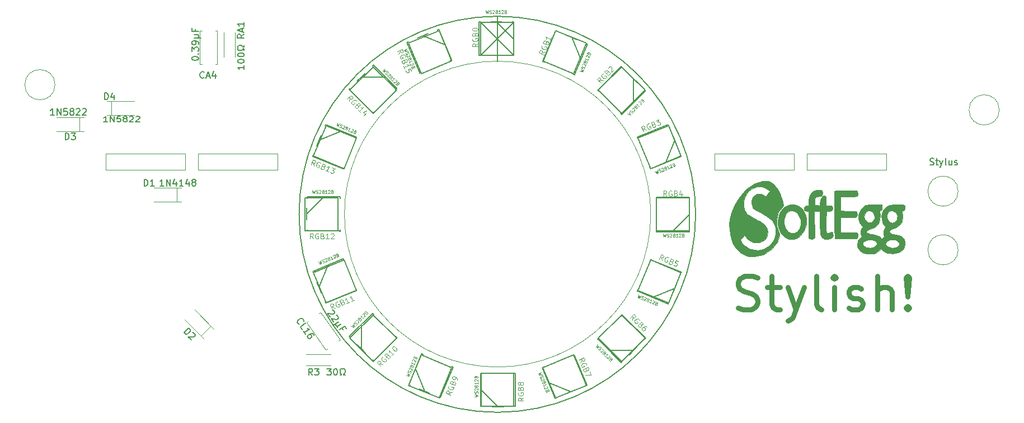
<source format=gto>
G04 #@! TF.GenerationSoftware,KiCad,Pcbnew,(5.1.0-998-gf550ecaf1)*
G04 #@! TF.CreationDate,2019-07-13T01:08:01-07:00*
G04 #@! TF.ProjectId,Stylish-Belt-Synth - Full,5374796c-6973-4682-9d42-656c742d5379,rev?*
G04 #@! TF.SameCoordinates,Original*
G04 #@! TF.FileFunction,Legend,Top*
G04 #@! TF.FilePolarity,Positive*
%FSLAX46Y46*%
G04 Gerber Fmt 4.6, Leading zero omitted, Abs format (unit mm)*
G04 Created by KiCad (PCBNEW (5.1.0-998-gf550ecaf1)) date 2019-07-13 01:08:01*
%MOMM*%
%LPD*%
G04 APERTURE LIST*
%ADD10C,0.762000*%
%ADD11C,0.200000*%
%ADD12C,0.100000*%
%ADD13C,0.120000*%
%ADD14C,0.101600*%
%ADD15C,0.203200*%
%ADD16C,0.010000*%
%ADD17C,0.150000*%
%ADD18C,0.050000*%
G04 APERTURE END LIST*
D10*
X184924095Y-100227190D02*
X185649809Y-100469095D01*
X186859333Y-100469095D01*
X187343142Y-100227190D01*
X187585047Y-99985285D01*
X187826952Y-99501476D01*
X187826952Y-99017666D01*
X187585047Y-98533857D01*
X187343142Y-98291952D01*
X186859333Y-98050047D01*
X185891714Y-97808142D01*
X185407904Y-97566238D01*
X185166000Y-97324333D01*
X184924095Y-96840523D01*
X184924095Y-96356714D01*
X185166000Y-95872904D01*
X185407904Y-95631000D01*
X185891714Y-95389095D01*
X187101238Y-95389095D01*
X187826952Y-95631000D01*
X189278380Y-97082428D02*
X191213619Y-97082428D01*
X190004095Y-95389095D02*
X190004095Y-99743380D01*
X190246000Y-100227190D01*
X190729809Y-100469095D01*
X191213619Y-100469095D01*
X192423142Y-97082428D02*
X193632666Y-100469095D01*
X194842190Y-97082428D02*
X193632666Y-100469095D01*
X193148857Y-101678619D01*
X192906952Y-101920523D01*
X192423142Y-102162428D01*
X197503142Y-100469095D02*
X197019333Y-100227190D01*
X196777428Y-99743380D01*
X196777428Y-95389095D01*
X199438380Y-100469095D02*
X199438380Y-97082428D01*
X199438380Y-95389095D02*
X199196476Y-95631000D01*
X199438380Y-95872904D01*
X199680285Y-95631000D01*
X199438380Y-95389095D01*
X199438380Y-95872904D01*
X201615523Y-100227190D02*
X202099333Y-100469095D01*
X203066952Y-100469095D01*
X203550761Y-100227190D01*
X203792666Y-99743380D01*
X203792666Y-99501476D01*
X203550761Y-99017666D01*
X203066952Y-98775761D01*
X202341238Y-98775761D01*
X201857428Y-98533857D01*
X201615523Y-98050047D01*
X201615523Y-97808142D01*
X201857428Y-97324333D01*
X202341238Y-97082428D01*
X203066952Y-97082428D01*
X203550761Y-97324333D01*
X205969809Y-100469095D02*
X205969809Y-95389095D01*
X208146952Y-100469095D02*
X208146952Y-97808142D01*
X207905047Y-97324333D01*
X207421238Y-97082428D01*
X206695523Y-97082428D01*
X206211714Y-97324333D01*
X205969809Y-97566238D01*
X210566000Y-99985285D02*
X210807904Y-100227190D01*
X210566000Y-100469095D01*
X210324095Y-100227190D01*
X210566000Y-99985285D01*
X210566000Y-100469095D01*
X210566000Y-98533857D02*
X210324095Y-95631000D01*
X210566000Y-95389095D01*
X210807904Y-95631000D01*
X210566000Y-98533857D01*
X210566000Y-95389095D01*
D11*
X155370230Y-62843433D02*
X157283647Y-58224035D01*
X159989628Y-64756850D02*
X155370230Y-62843433D01*
X161903045Y-60137453D02*
X159989628Y-64756850D01*
X157283647Y-58224035D02*
X161903045Y-60137453D01*
X163725897Y-67253345D02*
X167261431Y-63717812D01*
X167261431Y-70788879D02*
X163725897Y-67253345D01*
X170796964Y-67253345D02*
X167261431Y-70788879D01*
X167261431Y-63717812D02*
X170796964Y-67253345D01*
X169757926Y-74525148D02*
X174377323Y-72611731D01*
X171671343Y-79144546D02*
X169757926Y-74525148D01*
X176290741Y-77231129D02*
X171671343Y-79144546D01*
X174377323Y-72611731D02*
X176290741Y-77231129D01*
X172547995Y-83551776D02*
X177547995Y-83551776D01*
X172547995Y-88551776D02*
X172547995Y-83551776D01*
X177547995Y-88551776D02*
X172547995Y-88551776D01*
X177547995Y-83551776D02*
X177547995Y-88551776D01*
X171671343Y-92959006D02*
X176290741Y-94872423D01*
X169757926Y-97578404D02*
X171671343Y-92959006D01*
X174377323Y-99491821D02*
X169757926Y-97578404D01*
X176290741Y-94872423D02*
X174377323Y-99491821D01*
X167261431Y-101314673D02*
X170796964Y-104850207D01*
X163725897Y-104850207D02*
X167261431Y-101314673D01*
X167261431Y-108385740D02*
X163725897Y-104850207D01*
X170796964Y-104850207D02*
X167261431Y-108385740D01*
X159989628Y-107346702D02*
X161903045Y-111966099D01*
X155370230Y-109260119D02*
X159989628Y-107346702D01*
X157283647Y-113879517D02*
X155370230Y-109260119D01*
X161903045Y-111966099D02*
X157283647Y-113879517D01*
X150963000Y-110136771D02*
X150963000Y-115136771D01*
X145963000Y-110136771D02*
X150963000Y-110136771D01*
X145963000Y-115136771D02*
X145963000Y-110136771D01*
X150963000Y-115136771D02*
X145963000Y-115136771D01*
X141555770Y-109260119D02*
X139642353Y-113879517D01*
X136936372Y-107346702D02*
X141555770Y-109260119D01*
X135022955Y-111966099D02*
X136936372Y-107346702D01*
X139642353Y-113879517D02*
X135022955Y-111966099D01*
X133200103Y-104850207D02*
X129664569Y-108385740D01*
X129664569Y-101314673D02*
X133200103Y-104850207D01*
X126129036Y-104850207D02*
X129664569Y-101314673D01*
X129664569Y-108385740D02*
X126129036Y-104850207D01*
X127168074Y-97578404D02*
X122548677Y-99491821D01*
X125254657Y-92959006D02*
X127168074Y-97578404D01*
X120635259Y-94872423D02*
X125254657Y-92959006D01*
X122548677Y-99491821D02*
X120635259Y-94872423D01*
X124378005Y-88551776D02*
X119378005Y-88551776D01*
X124378005Y-83551776D02*
X124378005Y-88551776D01*
X119378005Y-83551776D02*
X124378005Y-83551776D01*
X119378005Y-88551776D02*
X119378005Y-83551776D01*
X125254657Y-79144546D02*
X120635259Y-77231129D01*
X127168074Y-74525148D02*
X125254657Y-79144546D01*
X122548677Y-72611731D02*
X127168074Y-74525148D01*
X120635259Y-77231129D02*
X122548677Y-72611731D01*
X129664569Y-70788879D02*
X126129036Y-67253345D01*
X133200103Y-67253345D02*
X129664569Y-70788879D01*
X129664569Y-63717812D02*
X133200103Y-67253345D01*
X126129036Y-67253345D02*
X129664569Y-63717812D01*
X136936372Y-64756850D02*
X135022955Y-60137453D01*
X141555770Y-62843433D02*
X136936372Y-64756850D01*
X139642353Y-58224035D02*
X141555770Y-62843433D01*
X135022955Y-60137453D02*
X139642353Y-58224035D01*
X150963000Y-61966781D02*
X145963000Y-56966781D01*
X145963000Y-61966781D02*
X150963000Y-56966781D01*
X145963000Y-56966781D02*
X145963000Y-61966781D01*
X150963000Y-56966781D02*
X145963000Y-56966781D01*
X150963000Y-61966781D02*
X150963000Y-56966781D01*
X145963000Y-61966781D02*
X150963000Y-61966781D01*
X148463000Y-62881785D02*
X148463000Y-56051776D01*
X178463000Y-86051776D02*
G75*
G03X178463000Y-86051776I-30000000J0D01*
G01*
D12*
X171671091Y-86026376D02*
G75*
G03X171671091Y-86026376I-23169991J0D01*
G01*
X178501100Y-86026376D02*
G75*
G03X178501100Y-86026376I-30000000J0D01*
G01*
D13*
X122523184Y-106595600D02*
X119586473Y-102401542D01*
X124669363Y-105092830D02*
X121732651Y-100898772D01*
X122523184Y-106595600D02*
X122780398Y-106415497D01*
X124412149Y-105272933D02*
X124669363Y-105092830D01*
X119586473Y-102401542D02*
X119843687Y-102221439D01*
X121475438Y-101078875D02*
X121732651Y-100898772D01*
X218186000Y-82550000D02*
G75*
G03X218186000Y-82550000I-2286000J0D01*
G01*
X218186000Y-91440000D02*
G75*
G03X218186000Y-91440000I-2286000J0D01*
G01*
X81534000Y-66421000D02*
G75*
G03X81534000Y-66421000I-2286000J0D01*
G01*
X224409000Y-70231000D02*
G75*
G03X224409000Y-70231000I-2286000J0D01*
G01*
D14*
X193325000Y-76855000D02*
X181325000Y-76855000D01*
X181325000Y-76855000D02*
X181325000Y-79355000D01*
X181325000Y-79355000D02*
X193325000Y-79355000D01*
X193325000Y-79355000D02*
X193325000Y-76855000D01*
D13*
X100650000Y-82060000D02*
X96530000Y-82060000D01*
X96530000Y-84180000D02*
X100650000Y-84180000D01*
X99990000Y-84180000D02*
X99990000Y-82060000D01*
X105557096Y-103423030D02*
X102643816Y-100509750D01*
X101144750Y-102008816D02*
X104058030Y-104922096D01*
X103591339Y-104455406D02*
X105090406Y-102956339D01*
X85880000Y-71330000D02*
X81760000Y-71330000D01*
X81760000Y-73450000D02*
X85880000Y-73450000D01*
X85220000Y-73450000D02*
X85220000Y-71330000D01*
X89380000Y-71037000D02*
X93500000Y-71037000D01*
X93500000Y-68917000D02*
X89380000Y-68917000D01*
X90040000Y-68917000D02*
X90040000Y-71037000D01*
D14*
X101250000Y-79355000D02*
X101250000Y-76855000D01*
X89250000Y-79355000D02*
X101250000Y-79355000D01*
X89250000Y-76855000D02*
X89250000Y-79355000D01*
X101250000Y-76855000D02*
X89250000Y-76855000D01*
X103220000Y-76855000D02*
X103220000Y-79355000D01*
X115220000Y-76855000D02*
X103220000Y-76855000D01*
X115220000Y-79355000D02*
X115220000Y-76855000D01*
X103220000Y-79355000D02*
X115220000Y-79355000D01*
X195295000Y-79355000D02*
X207295000Y-79355000D01*
X207295000Y-79355000D02*
X207295000Y-76855000D01*
X207295000Y-76855000D02*
X195295000Y-76855000D01*
X195295000Y-76855000D02*
X195295000Y-79355000D01*
D15*
X145973800Y-61925200D02*
X145719800Y-61925200D01*
X145719800Y-61925200D02*
X145719800Y-61874400D01*
X145719800Y-61874400D02*
X145724880Y-61874400D01*
X145724880Y-61874400D02*
X145724880Y-56923940D01*
X145724880Y-56923940D02*
X145956020Y-56923940D01*
X150655020Y-61945520D02*
X150926800Y-61945520D01*
X150926800Y-61945520D02*
X150926800Y-61894720D01*
X150926800Y-61894720D02*
X150929340Y-61894720D01*
X150929340Y-61894720D02*
X150929340Y-56926480D01*
X150929340Y-56926480D02*
X150703280Y-56926480D01*
X147472400Y-56896000D02*
X148336000Y-56896000D01*
X148336000Y-56896000D02*
X149199600Y-56896000D01*
X148336000Y-56896000D02*
X150876000Y-59436000D01*
D13*
X108810000Y-62185000D02*
X108810000Y-58465000D01*
X107090000Y-58465000D02*
X107090000Y-62185000D01*
X106085000Y-58233000D02*
X106085000Y-63353000D01*
X103465000Y-58233000D02*
X103465000Y-63353000D01*
X106085000Y-58233000D02*
X105771000Y-58233000D01*
X103779000Y-58233000D02*
X103465000Y-58233000D01*
X106085000Y-63353000D02*
X105771000Y-63353000D01*
X103779000Y-63353000D02*
X103465000Y-63353000D01*
X123281800Y-107260000D02*
X119561800Y-107260000D01*
X119561800Y-108980000D02*
X123281800Y-108980000D01*
D15*
X127028696Y-97368813D02*
X127125897Y-97603478D01*
X127125897Y-97603478D02*
X127078964Y-97622918D01*
X127078964Y-97622918D02*
X127077020Y-97618225D01*
X127077020Y-97618225D02*
X122503392Y-99512684D01*
X122503392Y-99512684D02*
X122414938Y-99299139D01*
X125256044Y-93036153D02*
X125152038Y-92785061D01*
X125152038Y-92785061D02*
X125105105Y-92804501D01*
X125105105Y-92804501D02*
X125104133Y-92802155D01*
X125104133Y-92802155D02*
X120514078Y-94703418D01*
X120514078Y-94703418D02*
X120600587Y-94912270D01*
X121808831Y-97908878D02*
X121478346Y-97111016D01*
X121478346Y-97111016D02*
X121147861Y-96313154D01*
X121478346Y-97111016D02*
X122852984Y-93792346D01*
X124663200Y-88341200D02*
X124663200Y-88595200D01*
X124663200Y-88595200D02*
X124612400Y-88595200D01*
X124612400Y-88595200D02*
X124612400Y-88590120D01*
X124612400Y-88590120D02*
X119661940Y-88590120D01*
X119661940Y-88590120D02*
X119661940Y-88358980D01*
X124683520Y-83659980D02*
X124683520Y-83388200D01*
X124683520Y-83388200D02*
X124632720Y-83388200D01*
X124632720Y-83388200D02*
X124632720Y-83385660D01*
X124632720Y-83385660D02*
X119664480Y-83385660D01*
X119664480Y-83385660D02*
X119664480Y-83611720D01*
X119634000Y-86842600D02*
X119634000Y-85979000D01*
X119634000Y-85979000D02*
X119634000Y-85115400D01*
X119634000Y-85979000D02*
X122174000Y-83439000D01*
X125220746Y-78953964D02*
X125123545Y-79188629D01*
X125123545Y-79188629D02*
X125076611Y-79169189D01*
X125076611Y-79169189D02*
X125078555Y-79164496D01*
X125078555Y-79164496D02*
X120504927Y-77270037D01*
X120504927Y-77270037D02*
X120593380Y-77056491D01*
X127030945Y-74636857D02*
X127134950Y-74385765D01*
X127134950Y-74385765D02*
X127088017Y-74366324D01*
X127088017Y-74366324D02*
X127088989Y-74363978D01*
X127088989Y-74363978D02*
X122498934Y-72462715D01*
X122498934Y-72462715D02*
X122412425Y-72671567D01*
X121147861Y-75644846D02*
X121478346Y-74846984D01*
X121478346Y-74846984D02*
X121808831Y-74049122D01*
X121478346Y-74846984D02*
X124797016Y-73472346D01*
X129756803Y-70486458D02*
X129577197Y-70666063D01*
X129577197Y-70666063D02*
X129541276Y-70630142D01*
X129541276Y-70630142D02*
X129544869Y-70626550D01*
X129544869Y-70626550D02*
X126044365Y-67126046D01*
X126044365Y-67126046D02*
X126207805Y-66962605D01*
X133081293Y-67190704D02*
X133273471Y-66998526D01*
X133273471Y-66998526D02*
X133237550Y-66962605D01*
X133237550Y-66962605D02*
X133239346Y-66960809D01*
X133239346Y-66960809D02*
X129726270Y-63447733D01*
X129726270Y-63447733D02*
X129566421Y-63607582D01*
X127260291Y-65870606D02*
X127870949Y-65259949D01*
X127870949Y-65259949D02*
X128481606Y-64649291D01*
X127870949Y-65259949D02*
X131463051Y-65259949D01*
X136946187Y-64544696D02*
X136711522Y-64641897D01*
X136711522Y-64641897D02*
X136692082Y-64594964D01*
X136692082Y-64594964D02*
X136696775Y-64593020D01*
X136696775Y-64593020D02*
X134802316Y-60019392D01*
X134802316Y-60019392D02*
X135015861Y-59930938D01*
X141278847Y-62772044D02*
X141529939Y-62668038D01*
X141529939Y-62668038D02*
X141510499Y-62621105D01*
X141510499Y-62621105D02*
X141512845Y-62620133D01*
X141512845Y-62620133D02*
X139611582Y-58030078D01*
X139611582Y-58030078D02*
X139402730Y-58116587D01*
X136406122Y-59324831D02*
X137203984Y-58994346D01*
X137203984Y-58994346D02*
X138001846Y-58663861D01*
X137203984Y-58994346D02*
X140522654Y-60368984D01*
X141564964Y-109094254D02*
X141799629Y-109191455D01*
X141799629Y-109191455D02*
X141780189Y-109238389D01*
X141780189Y-109238389D02*
X141775496Y-109236445D01*
X141775496Y-109236445D02*
X139881037Y-113810073D01*
X139881037Y-113810073D02*
X139667491Y-113721620D01*
X137247857Y-107284055D02*
X136996765Y-107180050D01*
X136996765Y-107180050D02*
X136977324Y-107226983D01*
X136977324Y-107226983D02*
X136974978Y-107226011D01*
X136974978Y-107226011D02*
X135073715Y-111816066D01*
X135073715Y-111816066D02*
X135282567Y-111902575D01*
X138255846Y-113167139D02*
X137457984Y-112836654D01*
X137457984Y-112836654D02*
X136660122Y-112506169D01*
X137457984Y-112836654D02*
X136083346Y-109517984D01*
X150952200Y-110159800D02*
X151206200Y-110159800D01*
X151206200Y-110159800D02*
X151206200Y-110210600D01*
X151206200Y-110210600D02*
X151201120Y-110210600D01*
X151201120Y-110210600D02*
X151201120Y-115161060D01*
X151201120Y-115161060D02*
X150969980Y-115161060D01*
X146270980Y-110139480D02*
X145999200Y-110139480D01*
X145999200Y-110139480D02*
X145999200Y-110190280D01*
X145999200Y-110190280D02*
X145996660Y-110190280D01*
X145996660Y-110190280D02*
X145996660Y-115158520D01*
X145996660Y-115158520D02*
X146222720Y-115158520D01*
X149453600Y-115189000D02*
X148590000Y-115189000D01*
X148590000Y-115189000D02*
X147726400Y-115189000D01*
X148590000Y-115189000D02*
X146050000Y-112649000D01*
X159852813Y-107413304D02*
X160087478Y-107316103D01*
X160087478Y-107316103D02*
X160106918Y-107363036D01*
X160106918Y-107363036D02*
X160102225Y-107364980D01*
X160102225Y-107364980D02*
X161996684Y-111938608D01*
X161996684Y-111938608D02*
X161783139Y-112027062D01*
X155520153Y-109185956D02*
X155269061Y-109289962D01*
X155269061Y-109289962D02*
X155288501Y-109336895D01*
X155288501Y-109336895D02*
X155286155Y-109337867D01*
X155286155Y-109337867D02*
X157187418Y-113927922D01*
X157187418Y-113927922D02*
X157396270Y-113841413D01*
X160392878Y-112633169D02*
X159595016Y-112963654D01*
X159595016Y-112963654D02*
X158797154Y-113294139D01*
X159595016Y-112963654D02*
X156276346Y-111589016D01*
X167169197Y-101471542D02*
X167348803Y-101291937D01*
X167348803Y-101291937D02*
X167384724Y-101327858D01*
X167384724Y-101327858D02*
X167381131Y-101331450D01*
X167381131Y-101331450D02*
X170881635Y-104831954D01*
X170881635Y-104831954D02*
X170718195Y-104995395D01*
X163844707Y-104767296D02*
X163652529Y-104959474D01*
X163652529Y-104959474D02*
X163688450Y-104995395D01*
X163688450Y-104995395D02*
X163686654Y-104997191D01*
X163686654Y-104997191D02*
X167199730Y-108510267D01*
X167199730Y-108510267D02*
X167359579Y-108350418D01*
X169665709Y-106087394D02*
X169055051Y-106698051D01*
X169055051Y-106698051D02*
X168444394Y-107308709D01*
X169055051Y-106698051D02*
X165462949Y-106698051D01*
X133097458Y-104558197D02*
X133277063Y-104737803D01*
X133277063Y-104737803D02*
X133241142Y-104773724D01*
X133241142Y-104773724D02*
X133237550Y-104770131D01*
X133237550Y-104770131D02*
X129737046Y-108270635D01*
X129737046Y-108270635D02*
X129573605Y-108107195D01*
X129801704Y-101233707D02*
X129609526Y-101041529D01*
X129609526Y-101041529D02*
X129573605Y-101077450D01*
X129573605Y-101077450D02*
X129571809Y-101075654D01*
X129571809Y-101075654D02*
X126058733Y-104588730D01*
X126058733Y-104588730D02*
X126218582Y-104748579D01*
X128481606Y-107054709D02*
X127870949Y-106444051D01*
X127870949Y-106444051D02*
X127260291Y-105833394D01*
X127870949Y-106444051D02*
X127870949Y-102851949D01*
X172516800Y-83743800D02*
X172516800Y-83489800D01*
X172516800Y-83489800D02*
X172567600Y-83489800D01*
X172567600Y-83489800D02*
X172567600Y-83494880D01*
X172567600Y-83494880D02*
X177518060Y-83494880D01*
X177518060Y-83494880D02*
X177518060Y-83726020D01*
X172496480Y-88425020D02*
X172496480Y-88696800D01*
X172496480Y-88696800D02*
X172547280Y-88696800D01*
X172547280Y-88696800D02*
X172547280Y-88699340D01*
X172547280Y-88699340D02*
X177515520Y-88699340D01*
X177515520Y-88699340D02*
X177515520Y-88473280D01*
X177546000Y-85242400D02*
X177546000Y-86106000D01*
X177546000Y-86106000D02*
X177546000Y-86969600D01*
X177546000Y-86106000D02*
X175006000Y-88646000D01*
X169770304Y-74589187D02*
X169673103Y-74354522D01*
X169673103Y-74354522D02*
X169720036Y-74335082D01*
X169720036Y-74335082D02*
X169721980Y-74339775D01*
X169721980Y-74339775D02*
X174295608Y-72445316D01*
X174295608Y-72445316D02*
X174384062Y-72658861D01*
X171542956Y-78921847D02*
X171646962Y-79172939D01*
X171646962Y-79172939D02*
X171693895Y-79153499D01*
X171693895Y-79153499D02*
X171694867Y-79155845D01*
X171694867Y-79155845D02*
X176284922Y-77254582D01*
X176284922Y-77254582D02*
X176198413Y-77045730D01*
X174990169Y-74049122D02*
X175320654Y-74846984D01*
X175320654Y-74846984D02*
X175651139Y-75644846D01*
X175320654Y-74846984D02*
X173946016Y-78165654D01*
X163828542Y-67399803D02*
X163648937Y-67220197D01*
X163648937Y-67220197D02*
X163684858Y-67184276D01*
X163684858Y-67184276D02*
X163688450Y-67187869D01*
X163688450Y-67187869D02*
X167188954Y-63687365D01*
X167188954Y-63687365D02*
X167352395Y-63850805D01*
X167124296Y-70724293D02*
X167316474Y-70916471D01*
X167316474Y-70916471D02*
X167352395Y-70880550D01*
X167352395Y-70880550D02*
X167354191Y-70882346D01*
X167354191Y-70882346D02*
X170867267Y-67369270D01*
X170867267Y-67369270D02*
X170707418Y-67209421D01*
X168444394Y-64903291D02*
X169055051Y-65513949D01*
X169055051Y-65513949D02*
X169665709Y-66124606D01*
X169055051Y-65513949D02*
X169055051Y-69106051D01*
X155615036Y-62990746D02*
X155380371Y-62893545D01*
X155380371Y-62893545D02*
X155399811Y-62846611D01*
X155399811Y-62846611D02*
X155404504Y-62848555D01*
X155404504Y-62848555D02*
X157298963Y-58274927D01*
X157298963Y-58274927D02*
X157512509Y-58363380D01*
X159932143Y-64800945D02*
X160183235Y-64904950D01*
X160183235Y-64904950D02*
X160202676Y-64858017D01*
X160202676Y-64858017D02*
X160205022Y-64858989D01*
X160205022Y-64858989D02*
X162106285Y-60268934D01*
X162106285Y-60268934D02*
X161897433Y-60182425D01*
X158924154Y-58917861D02*
X159722016Y-59248346D01*
X159722016Y-59248346D02*
X160519878Y-59578831D01*
X159722016Y-59248346D02*
X161096654Y-62567016D01*
X171578254Y-93131036D02*
X171675455Y-92896371D01*
X171675455Y-92896371D02*
X171722389Y-92915811D01*
X171722389Y-92915811D02*
X171720445Y-92920504D01*
X171720445Y-92920504D02*
X176294073Y-94814963D01*
X176294073Y-94814963D02*
X176205620Y-95028509D01*
X169768055Y-97448143D02*
X169664050Y-97699235D01*
X169664050Y-97699235D02*
X169710983Y-97718676D01*
X169710983Y-97718676D02*
X169710011Y-97721022D01*
X169710011Y-97721022D02*
X174300066Y-99622285D01*
X174300066Y-99622285D02*
X174386575Y-99413433D01*
X175651139Y-96440154D02*
X175320654Y-97238016D01*
X175320654Y-97238016D02*
X174990169Y-98035878D01*
X175320654Y-97238016D02*
X172001984Y-98612654D01*
D16*
G36*
X202900594Y-82576876D02*
G01*
X202959643Y-82704311D01*
X202988279Y-82875415D01*
X202985385Y-83055160D01*
X202949839Y-83208518D01*
X202922433Y-83260247D01*
X202901181Y-83287921D01*
X202874232Y-83309555D01*
X202831781Y-83325893D01*
X202764024Y-83337677D01*
X202661156Y-83345653D01*
X202513371Y-83350563D01*
X202310865Y-83353151D01*
X202043833Y-83354159D01*
X201702469Y-83354333D01*
X201681691Y-83354333D01*
X201304397Y-83355424D01*
X201004744Y-83358893D01*
X200775734Y-83365037D01*
X200610365Y-83374155D01*
X200501639Y-83386542D01*
X200442556Y-83402495D01*
X200434481Y-83407250D01*
X200411869Y-83430528D01*
X200394736Y-83469851D01*
X200382508Y-83535485D01*
X200374609Y-83637695D01*
X200370466Y-83786746D01*
X200369503Y-83992903D01*
X200371147Y-84266433D01*
X200373474Y-84497333D01*
X200384834Y-85534500D01*
X201547358Y-85555667D01*
X202709882Y-85576833D01*
X202810545Y-85725000D01*
X202871942Y-85834011D01*
X202896635Y-85944342D01*
X202893309Y-86095865D01*
X202892777Y-86102589D01*
X202871252Y-86255465D01*
X202828383Y-86356462D01*
X202759645Y-86430673D01*
X202723278Y-86460323D01*
X202684478Y-86483344D01*
X202632757Y-86500575D01*
X202557622Y-86512855D01*
X202448583Y-86521022D01*
X202295150Y-86525914D01*
X202086832Y-86528371D01*
X201813138Y-86529231D01*
X201525473Y-86529333D01*
X200406000Y-86529333D01*
X200406000Y-88815333D01*
X202855188Y-88815333D01*
X202942928Y-88926876D01*
X203009641Y-89070365D01*
X203032420Y-89253827D01*
X203011095Y-89444760D01*
X202946464Y-89609083D01*
X202862578Y-89746667D01*
X201216139Y-89746667D01*
X200775373Y-89746043D01*
X200412903Y-89744040D01*
X200122366Y-89740458D01*
X199897401Y-89735097D01*
X199731645Y-89727759D01*
X199618735Y-89718244D01*
X199552310Y-89706352D01*
X199527244Y-89693750D01*
X199518550Y-89641764D01*
X199510046Y-89512770D01*
X199501790Y-89314428D01*
X199493843Y-89054397D01*
X199486263Y-88740335D01*
X199479111Y-88379902D01*
X199472446Y-87980757D01*
X199466327Y-87550559D01*
X199460815Y-87096966D01*
X199455967Y-86627639D01*
X199451845Y-86150235D01*
X199448507Y-85672415D01*
X199446013Y-85201837D01*
X199444422Y-84746160D01*
X199443795Y-84313043D01*
X199444190Y-83910146D01*
X199445667Y-83545126D01*
X199448285Y-83225645D01*
X199452105Y-82959360D01*
X199457185Y-82753930D01*
X199463585Y-82617015D01*
X199471365Y-82556274D01*
X199471781Y-82555391D01*
X199485547Y-82532621D01*
X199505449Y-82514053D01*
X199539556Y-82499260D01*
X199595939Y-82487813D01*
X199682666Y-82479282D01*
X199807807Y-82473239D01*
X199979431Y-82469255D01*
X200205609Y-82466902D01*
X200494409Y-82465749D01*
X200853901Y-82465369D01*
X201166417Y-82465333D01*
X202812855Y-82465333D01*
X202900594Y-82576876D01*
X202900594Y-82576876D01*
G37*
X202900594Y-82576876D02*
X202959643Y-82704311D01*
X202988279Y-82875415D01*
X202985385Y-83055160D01*
X202949839Y-83208518D01*
X202922433Y-83260247D01*
X202901181Y-83287921D01*
X202874232Y-83309555D01*
X202831781Y-83325893D01*
X202764024Y-83337677D01*
X202661156Y-83345653D01*
X202513371Y-83350563D01*
X202310865Y-83353151D01*
X202043833Y-83354159D01*
X201702469Y-83354333D01*
X201681691Y-83354333D01*
X201304397Y-83355424D01*
X201004744Y-83358893D01*
X200775734Y-83365037D01*
X200610365Y-83374155D01*
X200501639Y-83386542D01*
X200442556Y-83402495D01*
X200434481Y-83407250D01*
X200411869Y-83430528D01*
X200394736Y-83469851D01*
X200382508Y-83535485D01*
X200374609Y-83637695D01*
X200370466Y-83786746D01*
X200369503Y-83992903D01*
X200371147Y-84266433D01*
X200373474Y-84497333D01*
X200384834Y-85534500D01*
X201547358Y-85555667D01*
X202709882Y-85576833D01*
X202810545Y-85725000D01*
X202871942Y-85834011D01*
X202896635Y-85944342D01*
X202893309Y-86095865D01*
X202892777Y-86102589D01*
X202871252Y-86255465D01*
X202828383Y-86356462D01*
X202759645Y-86430673D01*
X202723278Y-86460323D01*
X202684478Y-86483344D01*
X202632757Y-86500575D01*
X202557622Y-86512855D01*
X202448583Y-86521022D01*
X202295150Y-86525914D01*
X202086832Y-86528371D01*
X201813138Y-86529231D01*
X201525473Y-86529333D01*
X200406000Y-86529333D01*
X200406000Y-88815333D01*
X202855188Y-88815333D01*
X202942928Y-88926876D01*
X203009641Y-89070365D01*
X203032420Y-89253827D01*
X203011095Y-89444760D01*
X202946464Y-89609083D01*
X202862578Y-89746667D01*
X201216139Y-89746667D01*
X200775373Y-89746043D01*
X200412903Y-89744040D01*
X200122366Y-89740458D01*
X199897401Y-89735097D01*
X199731645Y-89727759D01*
X199618735Y-89718244D01*
X199552310Y-89706352D01*
X199527244Y-89693750D01*
X199518550Y-89641764D01*
X199510046Y-89512770D01*
X199501790Y-89314428D01*
X199493843Y-89054397D01*
X199486263Y-88740335D01*
X199479111Y-88379902D01*
X199472446Y-87980757D01*
X199466327Y-87550559D01*
X199460815Y-87096966D01*
X199455967Y-86627639D01*
X199451845Y-86150235D01*
X199448507Y-85672415D01*
X199446013Y-85201837D01*
X199444422Y-84746160D01*
X199443795Y-84313043D01*
X199444190Y-83910146D01*
X199445667Y-83545126D01*
X199448285Y-83225645D01*
X199452105Y-82959360D01*
X199457185Y-82753930D01*
X199463585Y-82617015D01*
X199471365Y-82556274D01*
X199471781Y-82555391D01*
X199485547Y-82532621D01*
X199505449Y-82514053D01*
X199539556Y-82499260D01*
X199595939Y-82487813D01*
X199682666Y-82479282D01*
X199807807Y-82473239D01*
X199979431Y-82469255D01*
X200205609Y-82466902D01*
X200494409Y-82465749D01*
X200853901Y-82465369D01*
X201166417Y-82465333D01*
X202812855Y-82465333D01*
X202900594Y-82576876D01*
G36*
X197233145Y-82349117D02*
G01*
X197422715Y-82397066D01*
X197562666Y-82489307D01*
X197597259Y-82532699D01*
X197637093Y-82627826D01*
X197651222Y-82764666D01*
X197646636Y-82910449D01*
X197628700Y-83088144D01*
X197591892Y-83207720D01*
X197521462Y-83281089D01*
X197402658Y-83320159D01*
X197220731Y-83336840D01*
X197114355Y-83340216D01*
X196930682Y-83347003D01*
X196811498Y-83360033D01*
X196736642Y-83383896D01*
X196685955Y-83423180D01*
X196670303Y-83441286D01*
X196586998Y-83591819D01*
X196520805Y-83808101D01*
X196476012Y-84072194D01*
X196457677Y-84330795D01*
X196447834Y-84687833D01*
X196855470Y-84699888D01*
X197263106Y-84711942D01*
X197280596Y-84318888D01*
X197293517Y-84114303D01*
X197315095Y-83965554D01*
X197351871Y-83843838D01*
X197410391Y-83720349D01*
X197421025Y-83700668D01*
X197557854Y-83489322D01*
X197700781Y-83338519D01*
X197841637Y-83253006D01*
X197972254Y-83237530D01*
X198084463Y-83296838D01*
X198095743Y-83308585D01*
X198125162Y-83354300D01*
X198147427Y-83426077D01*
X198164285Y-83537176D01*
X198177482Y-83700858D01*
X198188766Y-83930383D01*
X198193348Y-84049418D01*
X198217422Y-84709000D01*
X198606650Y-84709000D01*
X198828987Y-84715440D01*
X198981456Y-84741396D01*
X199078310Y-84796820D01*
X199133805Y-84891664D01*
X199162197Y-85035880D01*
X199168483Y-85101239D01*
X199172424Y-85250870D01*
X199148833Y-85353667D01*
X199095986Y-85437686D01*
X199047461Y-85492204D01*
X198992960Y-85526897D01*
X198912283Y-85547105D01*
X198785232Y-85558168D01*
X198615575Y-85564686D01*
X198225834Y-85576833D01*
X198214728Y-87160423D01*
X198212134Y-87571937D01*
X198210896Y-87907078D01*
X198211311Y-88174131D01*
X198213675Y-88381383D01*
X198218284Y-88537121D01*
X198225436Y-88649631D01*
X198235427Y-88727198D01*
X198248553Y-88778110D01*
X198265112Y-88810654D01*
X198274206Y-88822006D01*
X198389271Y-88887820D01*
X198552508Y-88888370D01*
X198758555Y-88823986D01*
X198837183Y-88787476D01*
X198998651Y-88719969D01*
X199107819Y-88712008D01*
X199177236Y-88768701D01*
X199219446Y-88895155D01*
X199228579Y-88946819D01*
X199244351Y-89207304D01*
X199205365Y-89421290D01*
X199113643Y-89578618D01*
X199100023Y-89592410D01*
X198952123Y-89688689D01*
X198746979Y-89762302D01*
X198510010Y-89808888D01*
X198266636Y-89824085D01*
X198042278Y-89803532D01*
X197970150Y-89786278D01*
X197799954Y-89702182D01*
X197629049Y-89559052D01*
X197480409Y-89379140D01*
X197395755Y-89229925D01*
X197370710Y-89173013D01*
X197350113Y-89117967D01*
X197333461Y-89056142D01*
X197320249Y-88978896D01*
X197309974Y-88877584D01*
X197302130Y-88743565D01*
X197296214Y-88568193D01*
X197291722Y-88342827D01*
X197288148Y-88058822D01*
X197284990Y-87707536D01*
X197281741Y-87280324D01*
X197281703Y-87275115D01*
X197268905Y-85544398D01*
X197048869Y-85570831D01*
X196868699Y-85587214D01*
X196679785Y-85596711D01*
X196621401Y-85597632D01*
X196413969Y-85598000D01*
X196475389Y-89574792D01*
X196368286Y-89681896D01*
X196291077Y-89744952D01*
X196201750Y-89777381D01*
X196069377Y-89788453D01*
X196010967Y-89789000D01*
X195837128Y-89778928D01*
X195716838Y-89743999D01*
X195649618Y-89701582D01*
X195538484Y-89614165D01*
X195516500Y-85576833D01*
X195284169Y-85563688D01*
X195094982Y-85535945D01*
X194971835Y-85471581D01*
X194900318Y-85360362D01*
X194877669Y-85274966D01*
X194872770Y-85064482D01*
X194944853Y-84887127D01*
X195008298Y-84811187D01*
X195096516Y-84744546D01*
X195207072Y-84714414D01*
X195324076Y-84709000D01*
X195537667Y-84709000D01*
X195537667Y-84313605D01*
X195561958Y-83922107D01*
X195631637Y-83553634D01*
X195741914Y-83222252D01*
X195887999Y-82942026D01*
X196065102Y-82727019D01*
X196083800Y-82710116D01*
X196288842Y-82563877D01*
X196521806Y-82452839D01*
X196767183Y-82378822D01*
X197009465Y-82343642D01*
X197233145Y-82349117D01*
X197233145Y-82349117D01*
G37*
X197233145Y-82349117D02*
X197422715Y-82397066D01*
X197562666Y-82489307D01*
X197597259Y-82532699D01*
X197637093Y-82627826D01*
X197651222Y-82764666D01*
X197646636Y-82910449D01*
X197628700Y-83088144D01*
X197591892Y-83207720D01*
X197521462Y-83281089D01*
X197402658Y-83320159D01*
X197220731Y-83336840D01*
X197114355Y-83340216D01*
X196930682Y-83347003D01*
X196811498Y-83360033D01*
X196736642Y-83383896D01*
X196685955Y-83423180D01*
X196670303Y-83441286D01*
X196586998Y-83591819D01*
X196520805Y-83808101D01*
X196476012Y-84072194D01*
X196457677Y-84330795D01*
X196447834Y-84687833D01*
X196855470Y-84699888D01*
X197263106Y-84711942D01*
X197280596Y-84318888D01*
X197293517Y-84114303D01*
X197315095Y-83965554D01*
X197351871Y-83843838D01*
X197410391Y-83720349D01*
X197421025Y-83700668D01*
X197557854Y-83489322D01*
X197700781Y-83338519D01*
X197841637Y-83253006D01*
X197972254Y-83237530D01*
X198084463Y-83296838D01*
X198095743Y-83308585D01*
X198125162Y-83354300D01*
X198147427Y-83426077D01*
X198164285Y-83537176D01*
X198177482Y-83700858D01*
X198188766Y-83930383D01*
X198193348Y-84049418D01*
X198217422Y-84709000D01*
X198606650Y-84709000D01*
X198828987Y-84715440D01*
X198981456Y-84741396D01*
X199078310Y-84796820D01*
X199133805Y-84891664D01*
X199162197Y-85035880D01*
X199168483Y-85101239D01*
X199172424Y-85250870D01*
X199148833Y-85353667D01*
X199095986Y-85437686D01*
X199047461Y-85492204D01*
X198992960Y-85526897D01*
X198912283Y-85547105D01*
X198785232Y-85558168D01*
X198615575Y-85564686D01*
X198225834Y-85576833D01*
X198214728Y-87160423D01*
X198212134Y-87571937D01*
X198210896Y-87907078D01*
X198211311Y-88174131D01*
X198213675Y-88381383D01*
X198218284Y-88537121D01*
X198225436Y-88649631D01*
X198235427Y-88727198D01*
X198248553Y-88778110D01*
X198265112Y-88810654D01*
X198274206Y-88822006D01*
X198389271Y-88887820D01*
X198552508Y-88888370D01*
X198758555Y-88823986D01*
X198837183Y-88787476D01*
X198998651Y-88719969D01*
X199107819Y-88712008D01*
X199177236Y-88768701D01*
X199219446Y-88895155D01*
X199228579Y-88946819D01*
X199244351Y-89207304D01*
X199205365Y-89421290D01*
X199113643Y-89578618D01*
X199100023Y-89592410D01*
X198952123Y-89688689D01*
X198746979Y-89762302D01*
X198510010Y-89808888D01*
X198266636Y-89824085D01*
X198042278Y-89803532D01*
X197970150Y-89786278D01*
X197799954Y-89702182D01*
X197629049Y-89559052D01*
X197480409Y-89379140D01*
X197395755Y-89229925D01*
X197370710Y-89173013D01*
X197350113Y-89117967D01*
X197333461Y-89056142D01*
X197320249Y-88978896D01*
X197309974Y-88877584D01*
X197302130Y-88743565D01*
X197296214Y-88568193D01*
X197291722Y-88342827D01*
X197288148Y-88058822D01*
X197284990Y-87707536D01*
X197281741Y-87280324D01*
X197281703Y-87275115D01*
X197268905Y-85544398D01*
X197048869Y-85570831D01*
X196868699Y-85587214D01*
X196679785Y-85596711D01*
X196621401Y-85597632D01*
X196413969Y-85598000D01*
X196475389Y-89574792D01*
X196368286Y-89681896D01*
X196291077Y-89744952D01*
X196201750Y-89777381D01*
X196069377Y-89788453D01*
X196010967Y-89789000D01*
X195837128Y-89778928D01*
X195716838Y-89743999D01*
X195649618Y-89701582D01*
X195538484Y-89614165D01*
X195516500Y-85576833D01*
X195284169Y-85563688D01*
X195094982Y-85535945D01*
X194971835Y-85471581D01*
X194900318Y-85360362D01*
X194877669Y-85274966D01*
X194872770Y-85064482D01*
X194944853Y-84887127D01*
X195008298Y-84811187D01*
X195096516Y-84744546D01*
X195207072Y-84714414D01*
X195324076Y-84709000D01*
X195537667Y-84709000D01*
X195537667Y-84313605D01*
X195561958Y-83922107D01*
X195631637Y-83553634D01*
X195741914Y-83222252D01*
X195887999Y-82942026D01*
X196065102Y-82727019D01*
X196083800Y-82710116D01*
X196288842Y-82563877D01*
X196521806Y-82452839D01*
X196767183Y-82378822D01*
X197009465Y-82343642D01*
X197233145Y-82349117D01*
G36*
X193322843Y-84604398D02*
G01*
X193480616Y-84610755D01*
X193599907Y-84626225D01*
X193703805Y-84654800D01*
X193815399Y-84700471D01*
X193903414Y-84741410D01*
X194223839Y-84937630D01*
X194514858Y-85203390D01*
X194766841Y-85525903D01*
X194970158Y-85892385D01*
X195115178Y-86290049D01*
X195138472Y-86381167D01*
X195183481Y-86656737D01*
X195205051Y-86980050D01*
X195203181Y-87317491D01*
X195177869Y-87635446D01*
X195138502Y-87862833D01*
X195005138Y-88279658D01*
X194813116Y-88665554D01*
X194570962Y-89011169D01*
X194287203Y-89307152D01*
X193970364Y-89544151D01*
X193628973Y-89712815D01*
X193387166Y-89783697D01*
X193102173Y-89820990D01*
X192807164Y-89820188D01*
X192563926Y-89785445D01*
X192243246Y-89670632D01*
X191930142Y-89485291D01*
X191642825Y-89242889D01*
X191399504Y-88956896D01*
X191354843Y-88891243D01*
X191134091Y-88479102D01*
X190984080Y-88037913D01*
X190903751Y-87578945D01*
X190892996Y-87151216D01*
X191813733Y-87151216D01*
X191843404Y-87484175D01*
X191910588Y-87796608D01*
X191962447Y-87947500D01*
X192085605Y-88184827D01*
X192253805Y-88414553D01*
X192449463Y-88618354D01*
X192654999Y-88777906D01*
X192852093Y-88874653D01*
X193128804Y-88922673D01*
X193406185Y-88897660D01*
X193623953Y-88819778D01*
X193742891Y-88741221D01*
X193880223Y-88624839D01*
X193979504Y-88524513D01*
X194173041Y-88248453D01*
X194305260Y-87929028D01*
X194376858Y-87580512D01*
X194388534Y-87217183D01*
X194340984Y-86853315D01*
X194234906Y-86503185D01*
X194070996Y-86181069D01*
X193851435Y-85902752D01*
X193599279Y-85695042D01*
X193334830Y-85566685D01*
X193066492Y-85514938D01*
X192802670Y-85537058D01*
X192551768Y-85630300D01*
X192322192Y-85791921D01*
X192122346Y-86019177D01*
X191960635Y-86309325D01*
X191874725Y-86548047D01*
X191823524Y-86828812D01*
X191813733Y-87151216D01*
X190892996Y-87151216D01*
X190892046Y-87113467D01*
X190947905Y-86652747D01*
X191070269Y-86208053D01*
X191258079Y-85790655D01*
X191510275Y-85411820D01*
X191701993Y-85197777D01*
X192015900Y-84925784D01*
X192299167Y-84750819D01*
X192428378Y-84688195D01*
X192532526Y-84646369D01*
X192634450Y-84621146D01*
X192756991Y-84608335D01*
X192922987Y-84603741D01*
X193103500Y-84603167D01*
X193322843Y-84604398D01*
X193322843Y-84604398D01*
G37*
X193322843Y-84604398D02*
X193480616Y-84610755D01*
X193599907Y-84626225D01*
X193703805Y-84654800D01*
X193815399Y-84700471D01*
X193903414Y-84741410D01*
X194223839Y-84937630D01*
X194514858Y-85203390D01*
X194766841Y-85525903D01*
X194970158Y-85892385D01*
X195115178Y-86290049D01*
X195138472Y-86381167D01*
X195183481Y-86656737D01*
X195205051Y-86980050D01*
X195203181Y-87317491D01*
X195177869Y-87635446D01*
X195138502Y-87862833D01*
X195005138Y-88279658D01*
X194813116Y-88665554D01*
X194570962Y-89011169D01*
X194287203Y-89307152D01*
X193970364Y-89544151D01*
X193628973Y-89712815D01*
X193387166Y-89783697D01*
X193102173Y-89820990D01*
X192807164Y-89820188D01*
X192563926Y-89785445D01*
X192243246Y-89670632D01*
X191930142Y-89485291D01*
X191642825Y-89242889D01*
X191399504Y-88956896D01*
X191354843Y-88891243D01*
X191134091Y-88479102D01*
X190984080Y-88037913D01*
X190903751Y-87578945D01*
X190892996Y-87151216D01*
X191813733Y-87151216D01*
X191843404Y-87484175D01*
X191910588Y-87796608D01*
X191962447Y-87947500D01*
X192085605Y-88184827D01*
X192253805Y-88414553D01*
X192449463Y-88618354D01*
X192654999Y-88777906D01*
X192852093Y-88874653D01*
X193128804Y-88922673D01*
X193406185Y-88897660D01*
X193623953Y-88819778D01*
X193742891Y-88741221D01*
X193880223Y-88624839D01*
X193979504Y-88524513D01*
X194173041Y-88248453D01*
X194305260Y-87929028D01*
X194376858Y-87580512D01*
X194388534Y-87217183D01*
X194340984Y-86853315D01*
X194234906Y-86503185D01*
X194070996Y-86181069D01*
X193851435Y-85902752D01*
X193599279Y-85695042D01*
X193334830Y-85566685D01*
X193066492Y-85514938D01*
X192802670Y-85537058D01*
X192551768Y-85630300D01*
X192322192Y-85791921D01*
X192122346Y-86019177D01*
X191960635Y-86309325D01*
X191874725Y-86548047D01*
X191823524Y-86828812D01*
X191813733Y-87151216D01*
X190892996Y-87151216D01*
X190892046Y-87113467D01*
X190947905Y-86652747D01*
X191070269Y-86208053D01*
X191258079Y-85790655D01*
X191510275Y-85411820D01*
X191701993Y-85197777D01*
X192015900Y-84925784D01*
X192299167Y-84750819D01*
X192428378Y-84688195D01*
X192532526Y-84646369D01*
X192634450Y-84621146D01*
X192756991Y-84608335D01*
X192922987Y-84603741D01*
X193103500Y-84603167D01*
X193322843Y-84604398D01*
G36*
X209442127Y-84582489D02*
G01*
X209677765Y-84587171D01*
X209849172Y-84600863D01*
X209966565Y-84628384D01*
X210040160Y-84674553D01*
X210080174Y-84744189D01*
X210096823Y-84842111D01*
X210100326Y-84973137D01*
X210100334Y-85038702D01*
X210092369Y-85237694D01*
X210063294Y-85366601D01*
X210005337Y-85438944D01*
X209910727Y-85468248D01*
X209851900Y-85471000D01*
X209742745Y-85476028D01*
X209675920Y-85488470D01*
X209670120Y-85491991D01*
X209667066Y-85540517D01*
X209677208Y-85651499D01*
X209698424Y-85804127D01*
X209707884Y-85862408D01*
X209738829Y-86132500D01*
X209748591Y-86427242D01*
X209738205Y-86720515D01*
X209708702Y-86986199D01*
X209661116Y-87198177D01*
X209654244Y-87218753D01*
X209550516Y-87421523D01*
X209387841Y-87630239D01*
X209187061Y-87822526D01*
X208969016Y-87976007D01*
X208927812Y-87998696D01*
X208763965Y-88075952D01*
X208559945Y-88160043D01*
X208356867Y-88234136D01*
X208335153Y-88241346D01*
X208080697Y-88335196D01*
X207905781Y-88426537D01*
X207805674Y-88521031D01*
X207775643Y-88624339D01*
X207810958Y-88742123D01*
X207856121Y-88814567D01*
X207933549Y-88897094D01*
X208045046Y-88966830D01*
X208202546Y-89028210D01*
X208417983Y-89085672D01*
X208703292Y-89143653D01*
X208777358Y-89157049D01*
X209131085Y-89230729D01*
X209412310Y-89316349D01*
X209633055Y-89420924D01*
X209805343Y-89551471D01*
X209941194Y-89715004D01*
X210041604Y-89894833D01*
X210126082Y-90162478D01*
X210149838Y-90461848D01*
X210113386Y-90766201D01*
X210019527Y-91043985D01*
X209844209Y-91344823D01*
X209628912Y-91584015D01*
X209367356Y-91764858D01*
X209053257Y-91890650D01*
X208680334Y-91964687D01*
X208242305Y-91990267D01*
X208216500Y-91990333D01*
X207824166Y-91973944D01*
X207493364Y-91920772D01*
X207206751Y-91824808D01*
X206946984Y-91680042D01*
X206696718Y-91480467D01*
X206667805Y-91453769D01*
X206472538Y-91271120D01*
X206301225Y-91474287D01*
X206062989Y-91694047D01*
X205765458Y-91866638D01*
X205422114Y-91988159D01*
X205046436Y-92054714D01*
X204651904Y-92062402D01*
X204375317Y-92031278D01*
X203967430Y-91933217D01*
X203622574Y-91787985D01*
X203343981Y-91597586D01*
X203134885Y-91364021D01*
X203045604Y-91207167D01*
X202991754Y-91071227D01*
X202961128Y-90930749D01*
X202948284Y-90754256D01*
X202946827Y-90635667D01*
X202953631Y-90537733D01*
X203750334Y-90537733D01*
X203786796Y-90653659D01*
X203884222Y-90783168D01*
X204024671Y-90909146D01*
X204190199Y-91014479D01*
X204301250Y-91063238D01*
X204585571Y-91127244D01*
X204897575Y-91135634D01*
X205204638Y-91090170D01*
X205457811Y-91000790D01*
X205670312Y-90866780D01*
X205804052Y-90717179D01*
X205861689Y-90559634D01*
X205859541Y-90538189D01*
X207196113Y-90538189D01*
X207217907Y-90646945D01*
X207321773Y-90807607D01*
X207491675Y-90941268D01*
X207712077Y-91043618D01*
X207967446Y-91110343D01*
X208242248Y-91137133D01*
X208520947Y-91119676D01*
X208740659Y-91069583D01*
X208946332Y-90979107D01*
X209123249Y-90855068D01*
X209135963Y-90843305D01*
X209259655Y-90682930D01*
X209300958Y-90519999D01*
X209261808Y-90359540D01*
X209144144Y-90206580D01*
X208949902Y-90066146D01*
X208809167Y-89995190D01*
X208599317Y-89932714D01*
X208344436Y-89903038D01*
X208077809Y-89906785D01*
X207832720Y-89944582D01*
X207732574Y-89974975D01*
X207505366Y-90085558D01*
X207335316Y-90222690D01*
X207229780Y-90376768D01*
X207196113Y-90538189D01*
X205859541Y-90538189D01*
X205845878Y-90401790D01*
X205759275Y-90251291D01*
X205604537Y-90115783D01*
X205384319Y-90002912D01*
X205101278Y-89920322D01*
X205081020Y-89916233D01*
X204824259Y-89892202D01*
X204566920Y-89914950D01*
X204322725Y-89978069D01*
X204105397Y-90075149D01*
X203928659Y-90199782D01*
X203806234Y-90345557D01*
X203751844Y-90506067D01*
X203750334Y-90537733D01*
X202953631Y-90537733D01*
X202967659Y-90335836D01*
X203036951Y-90087100D01*
X203164897Y-89865025D01*
X203358996Y-89647788D01*
X203570109Y-89443077D01*
X203490888Y-89234584D01*
X203419509Y-88932847D01*
X203429924Y-88630329D01*
X203520386Y-88340022D01*
X203637886Y-88140626D01*
X203774524Y-87952752D01*
X203589895Y-87768123D01*
X203472766Y-87628527D01*
X203354505Y-87451873D01*
X203274744Y-87304574D01*
X203170184Y-86996851D01*
X203118470Y-86650016D01*
X203120461Y-86394577D01*
X203974240Y-86394577D01*
X204020016Y-86651842D01*
X204145027Y-86902134D01*
X204185403Y-86958245D01*
X204359902Y-87138193D01*
X204556873Y-87260817D01*
X204760556Y-87320390D01*
X204955191Y-87311186D01*
X205054186Y-87273946D01*
X205260492Y-87120299D01*
X205413416Y-86909786D01*
X205504576Y-86657259D01*
X205527404Y-86435443D01*
X205485943Y-86151986D01*
X205364519Y-85895818D01*
X205209449Y-85710834D01*
X205009166Y-85562942D01*
X204802800Y-85497802D01*
X204596348Y-85514363D01*
X204395811Y-85611576D01*
X204207186Y-85788392D01*
X204122860Y-85900904D01*
X204008315Y-86140784D01*
X203974240Y-86394577D01*
X203120461Y-86394577D01*
X203121258Y-86292395D01*
X203180203Y-85952315D01*
X203193088Y-85907525D01*
X203329435Y-85569361D01*
X203519472Y-85258405D01*
X203750399Y-84990589D01*
X204009411Y-84781845D01*
X204168485Y-84693647D01*
X204231455Y-84666528D01*
X204296376Y-84645434D01*
X204374384Y-84629610D01*
X204476614Y-84618305D01*
X204614201Y-84610765D01*
X204798281Y-84606239D01*
X205039988Y-84603974D01*
X205350458Y-84603216D01*
X205507167Y-84603167D01*
X206650167Y-84603167D01*
X206662331Y-84968978D01*
X206662579Y-85184938D01*
X206641736Y-85330273D01*
X206592915Y-85417827D01*
X206509231Y-85460442D01*
X206393143Y-85471000D01*
X206313879Y-85471868D01*
X206270310Y-85485924D01*
X206258064Y-85530348D01*
X206272769Y-85622318D01*
X206310054Y-85779013D01*
X206312347Y-85788500D01*
X206358860Y-86079708D01*
X206371488Y-86401576D01*
X206350306Y-86715186D01*
X206310107Y-86930020D01*
X206205204Y-87235759D01*
X206056479Y-87500467D01*
X205856130Y-87731206D01*
X205596359Y-87935037D01*
X205269365Y-88119022D01*
X204867348Y-88290222D01*
X204766541Y-88327420D01*
X204580857Y-88399046D01*
X204460100Y-88459324D01*
X204387285Y-88518312D01*
X204351155Y-88573355D01*
X204311911Y-88688420D01*
X204320312Y-88782780D01*
X204383129Y-88860797D01*
X204507132Y-88926839D01*
X204699092Y-88985268D01*
X204965780Y-89040450D01*
X205115213Y-89065912D01*
X205479147Y-89131808D01*
X205771192Y-89200397D01*
X206004127Y-89275096D01*
X206167633Y-89347194D01*
X206265797Y-89416719D01*
X206379588Y-89523322D01*
X206482827Y-89639627D01*
X206549339Y-89738259D01*
X206555815Y-89753148D01*
X206589317Y-89771252D01*
X206657465Y-89723055D01*
X206698294Y-89682058D01*
X206802478Y-89580748D01*
X206903030Y-89496161D01*
X206918053Y-89485259D01*
X206980555Y-89435369D01*
X206992984Y-89387172D01*
X206959722Y-89306777D01*
X206944883Y-89277873D01*
X206906732Y-89179133D01*
X206888464Y-89056058D01*
X206887385Y-88884151D01*
X206891403Y-88791617D01*
X206905398Y-88604047D01*
X206930584Y-88466246D01*
X206977047Y-88343327D01*
X207054873Y-88200400D01*
X207069408Y-88175863D01*
X207140818Y-88045338D01*
X207183408Y-87945696D01*
X207189445Y-87895613D01*
X207186352Y-87893395D01*
X207117956Y-87840967D01*
X207026943Y-87732397D01*
X206926750Y-87588150D01*
X206830816Y-87428691D01*
X206752578Y-87274482D01*
X206712914Y-87172406D01*
X206620646Y-86758799D01*
X206601624Y-86364038D01*
X207411776Y-86364038D01*
X207436397Y-86606860D01*
X207505273Y-86804500D01*
X207617259Y-86972973D01*
X207759601Y-87128617D01*
X207907248Y-87246201D01*
X207983667Y-87286320D01*
X208186105Y-87329850D01*
X208394934Y-87313643D01*
X208574846Y-87240598D01*
X208579649Y-87237409D01*
X208768152Y-87062401D01*
X208899456Y-86840935D01*
X208970748Y-86591335D01*
X208979212Y-86331922D01*
X208922035Y-86081017D01*
X208796400Y-85856943D01*
X208792483Y-85852000D01*
X208602888Y-85669623D01*
X208390415Y-85556793D01*
X208168655Y-85512935D01*
X207951200Y-85537472D01*
X207751641Y-85629829D01*
X207583567Y-85789430D01*
X207509108Y-85906358D01*
X207436061Y-86119119D01*
X207411776Y-86364038D01*
X206601624Y-86364038D01*
X206601397Y-86359337D01*
X206651117Y-85981760D01*
X206765758Y-85633806D01*
X206941269Y-85323213D01*
X207173600Y-85057718D01*
X207458703Y-84845060D01*
X207792527Y-84692977D01*
X208044358Y-84628282D01*
X208166687Y-84613665D01*
X208355290Y-84600947D01*
X208591779Y-84590908D01*
X208857770Y-84584332D01*
X209132041Y-84582000D01*
X209442127Y-84582489D01*
X209442127Y-84582489D01*
G37*
X209442127Y-84582489D02*
X209677765Y-84587171D01*
X209849172Y-84600863D01*
X209966565Y-84628384D01*
X210040160Y-84674553D01*
X210080174Y-84744189D01*
X210096823Y-84842111D01*
X210100326Y-84973137D01*
X210100334Y-85038702D01*
X210092369Y-85237694D01*
X210063294Y-85366601D01*
X210005337Y-85438944D01*
X209910727Y-85468248D01*
X209851900Y-85471000D01*
X209742745Y-85476028D01*
X209675920Y-85488470D01*
X209670120Y-85491991D01*
X209667066Y-85540517D01*
X209677208Y-85651499D01*
X209698424Y-85804127D01*
X209707884Y-85862408D01*
X209738829Y-86132500D01*
X209748591Y-86427242D01*
X209738205Y-86720515D01*
X209708702Y-86986199D01*
X209661116Y-87198177D01*
X209654244Y-87218753D01*
X209550516Y-87421523D01*
X209387841Y-87630239D01*
X209187061Y-87822526D01*
X208969016Y-87976007D01*
X208927812Y-87998696D01*
X208763965Y-88075952D01*
X208559945Y-88160043D01*
X208356867Y-88234136D01*
X208335153Y-88241346D01*
X208080697Y-88335196D01*
X207905781Y-88426537D01*
X207805674Y-88521031D01*
X207775643Y-88624339D01*
X207810958Y-88742123D01*
X207856121Y-88814567D01*
X207933549Y-88897094D01*
X208045046Y-88966830D01*
X208202546Y-89028210D01*
X208417983Y-89085672D01*
X208703292Y-89143653D01*
X208777358Y-89157049D01*
X209131085Y-89230729D01*
X209412310Y-89316349D01*
X209633055Y-89420924D01*
X209805343Y-89551471D01*
X209941194Y-89715004D01*
X210041604Y-89894833D01*
X210126082Y-90162478D01*
X210149838Y-90461848D01*
X210113386Y-90766201D01*
X210019527Y-91043985D01*
X209844209Y-91344823D01*
X209628912Y-91584015D01*
X209367356Y-91764858D01*
X209053257Y-91890650D01*
X208680334Y-91964687D01*
X208242305Y-91990267D01*
X208216500Y-91990333D01*
X207824166Y-91973944D01*
X207493364Y-91920772D01*
X207206751Y-91824808D01*
X206946984Y-91680042D01*
X206696718Y-91480467D01*
X206667805Y-91453769D01*
X206472538Y-91271120D01*
X206301225Y-91474287D01*
X206062989Y-91694047D01*
X205765458Y-91866638D01*
X205422114Y-91988159D01*
X205046436Y-92054714D01*
X204651904Y-92062402D01*
X204375317Y-92031278D01*
X203967430Y-91933217D01*
X203622574Y-91787985D01*
X203343981Y-91597586D01*
X203134885Y-91364021D01*
X203045604Y-91207167D01*
X202991754Y-91071227D01*
X202961128Y-90930749D01*
X202948284Y-90754256D01*
X202946827Y-90635667D01*
X202953631Y-90537733D01*
X203750334Y-90537733D01*
X203786796Y-90653659D01*
X203884222Y-90783168D01*
X204024671Y-90909146D01*
X204190199Y-91014479D01*
X204301250Y-91063238D01*
X204585571Y-91127244D01*
X204897575Y-91135634D01*
X205204638Y-91090170D01*
X205457811Y-91000790D01*
X205670312Y-90866780D01*
X205804052Y-90717179D01*
X205861689Y-90559634D01*
X205859541Y-90538189D01*
X207196113Y-90538189D01*
X207217907Y-90646945D01*
X207321773Y-90807607D01*
X207491675Y-90941268D01*
X207712077Y-91043618D01*
X207967446Y-91110343D01*
X208242248Y-91137133D01*
X208520947Y-91119676D01*
X208740659Y-91069583D01*
X208946332Y-90979107D01*
X209123249Y-90855068D01*
X209135963Y-90843305D01*
X209259655Y-90682930D01*
X209300958Y-90519999D01*
X209261808Y-90359540D01*
X209144144Y-90206580D01*
X208949902Y-90066146D01*
X208809167Y-89995190D01*
X208599317Y-89932714D01*
X208344436Y-89903038D01*
X208077809Y-89906785D01*
X207832720Y-89944582D01*
X207732574Y-89974975D01*
X207505366Y-90085558D01*
X207335316Y-90222690D01*
X207229780Y-90376768D01*
X207196113Y-90538189D01*
X205859541Y-90538189D01*
X205845878Y-90401790D01*
X205759275Y-90251291D01*
X205604537Y-90115783D01*
X205384319Y-90002912D01*
X205101278Y-89920322D01*
X205081020Y-89916233D01*
X204824259Y-89892202D01*
X204566920Y-89914950D01*
X204322725Y-89978069D01*
X204105397Y-90075149D01*
X203928659Y-90199782D01*
X203806234Y-90345557D01*
X203751844Y-90506067D01*
X203750334Y-90537733D01*
X202953631Y-90537733D01*
X202967659Y-90335836D01*
X203036951Y-90087100D01*
X203164897Y-89865025D01*
X203358996Y-89647788D01*
X203570109Y-89443077D01*
X203490888Y-89234584D01*
X203419509Y-88932847D01*
X203429924Y-88630329D01*
X203520386Y-88340022D01*
X203637886Y-88140626D01*
X203774524Y-87952752D01*
X203589895Y-87768123D01*
X203472766Y-87628527D01*
X203354505Y-87451873D01*
X203274744Y-87304574D01*
X203170184Y-86996851D01*
X203118470Y-86650016D01*
X203120461Y-86394577D01*
X203974240Y-86394577D01*
X204020016Y-86651842D01*
X204145027Y-86902134D01*
X204185403Y-86958245D01*
X204359902Y-87138193D01*
X204556873Y-87260817D01*
X204760556Y-87320390D01*
X204955191Y-87311186D01*
X205054186Y-87273946D01*
X205260492Y-87120299D01*
X205413416Y-86909786D01*
X205504576Y-86657259D01*
X205527404Y-86435443D01*
X205485943Y-86151986D01*
X205364519Y-85895818D01*
X205209449Y-85710834D01*
X205009166Y-85562942D01*
X204802800Y-85497802D01*
X204596348Y-85514363D01*
X204395811Y-85611576D01*
X204207186Y-85788392D01*
X204122860Y-85900904D01*
X204008315Y-86140784D01*
X203974240Y-86394577D01*
X203120461Y-86394577D01*
X203121258Y-86292395D01*
X203180203Y-85952315D01*
X203193088Y-85907525D01*
X203329435Y-85569361D01*
X203519472Y-85258405D01*
X203750399Y-84990589D01*
X204009411Y-84781845D01*
X204168485Y-84693647D01*
X204231455Y-84666528D01*
X204296376Y-84645434D01*
X204374384Y-84629610D01*
X204476614Y-84618305D01*
X204614201Y-84610765D01*
X204798281Y-84606239D01*
X205039988Y-84603974D01*
X205350458Y-84603216D01*
X205507167Y-84603167D01*
X206650167Y-84603167D01*
X206662331Y-84968978D01*
X206662579Y-85184938D01*
X206641736Y-85330273D01*
X206592915Y-85417827D01*
X206509231Y-85460442D01*
X206393143Y-85471000D01*
X206313879Y-85471868D01*
X206270310Y-85485924D01*
X206258064Y-85530348D01*
X206272769Y-85622318D01*
X206310054Y-85779013D01*
X206312347Y-85788500D01*
X206358860Y-86079708D01*
X206371488Y-86401576D01*
X206350306Y-86715186D01*
X206310107Y-86930020D01*
X206205204Y-87235759D01*
X206056479Y-87500467D01*
X205856130Y-87731206D01*
X205596359Y-87935037D01*
X205269365Y-88119022D01*
X204867348Y-88290222D01*
X204766541Y-88327420D01*
X204580857Y-88399046D01*
X204460100Y-88459324D01*
X204387285Y-88518312D01*
X204351155Y-88573355D01*
X204311911Y-88688420D01*
X204320312Y-88782780D01*
X204383129Y-88860797D01*
X204507132Y-88926839D01*
X204699092Y-88985268D01*
X204965780Y-89040450D01*
X205115213Y-89065912D01*
X205479147Y-89131808D01*
X205771192Y-89200397D01*
X206004127Y-89275096D01*
X206167633Y-89347194D01*
X206265797Y-89416719D01*
X206379588Y-89523322D01*
X206482827Y-89639627D01*
X206549339Y-89738259D01*
X206555815Y-89753148D01*
X206589317Y-89771252D01*
X206657465Y-89723055D01*
X206698294Y-89682058D01*
X206802478Y-89580748D01*
X206903030Y-89496161D01*
X206918053Y-89485259D01*
X206980555Y-89435369D01*
X206992984Y-89387172D01*
X206959722Y-89306777D01*
X206944883Y-89277873D01*
X206906732Y-89179133D01*
X206888464Y-89056058D01*
X206887385Y-88884151D01*
X206891403Y-88791617D01*
X206905398Y-88604047D01*
X206930584Y-88466246D01*
X206977047Y-88343327D01*
X207054873Y-88200400D01*
X207069408Y-88175863D01*
X207140818Y-88045338D01*
X207183408Y-87945696D01*
X207189445Y-87895613D01*
X207186352Y-87893395D01*
X207117956Y-87840967D01*
X207026943Y-87732397D01*
X206926750Y-87588150D01*
X206830816Y-87428691D01*
X206752578Y-87274482D01*
X206712914Y-87172406D01*
X206620646Y-86758799D01*
X206601624Y-86364038D01*
X207411776Y-86364038D01*
X207436397Y-86606860D01*
X207505273Y-86804500D01*
X207617259Y-86972973D01*
X207759601Y-87128617D01*
X207907248Y-87246201D01*
X207983667Y-87286320D01*
X208186105Y-87329850D01*
X208394934Y-87313643D01*
X208574846Y-87240598D01*
X208579649Y-87237409D01*
X208768152Y-87062401D01*
X208899456Y-86840935D01*
X208970748Y-86591335D01*
X208979212Y-86331922D01*
X208922035Y-86081017D01*
X208796400Y-85856943D01*
X208792483Y-85852000D01*
X208602888Y-85669623D01*
X208390415Y-85556793D01*
X208168655Y-85512935D01*
X207951200Y-85537472D01*
X207751641Y-85629829D01*
X207583567Y-85789430D01*
X207509108Y-85906358D01*
X207436061Y-86119119D01*
X207411776Y-86364038D01*
X206601624Y-86364038D01*
X206601397Y-86359337D01*
X206651117Y-85981760D01*
X206765758Y-85633806D01*
X206941269Y-85323213D01*
X207173600Y-85057718D01*
X207458703Y-84845060D01*
X207792527Y-84692977D01*
X208044358Y-84628282D01*
X208166687Y-84613665D01*
X208355290Y-84600947D01*
X208591779Y-84590908D01*
X208857770Y-84584332D01*
X209132041Y-84582000D01*
X209442127Y-84582489D01*
G36*
X189217083Y-81009385D02*
G01*
X189375711Y-81018092D01*
X189496312Y-81037692D01*
X189602148Y-81071402D01*
X189672571Y-81101726D01*
X189990156Y-81288916D01*
X190300902Y-81550893D01*
X190597030Y-81877780D01*
X190870763Y-82259703D01*
X191114325Y-82686786D01*
X191319936Y-83149154D01*
X191351739Y-83233788D01*
X191419387Y-83432597D01*
X191490358Y-83664399D01*
X191559858Y-83910715D01*
X191623093Y-84153063D01*
X191675270Y-84372963D01*
X191711596Y-84551936D01*
X191727277Y-84671502D01*
X191727553Y-84682686D01*
X191710174Y-84764643D01*
X191651693Y-84865119D01*
X191542813Y-84998167D01*
X191457231Y-85091214D01*
X191214531Y-85388925D01*
X191024715Y-85715993D01*
X190883873Y-86083387D01*
X190788091Y-86502071D01*
X190733461Y-86983013D01*
X190724279Y-87146233D01*
X190715654Y-87425306D01*
X190720582Y-87653781D01*
X190743488Y-87855962D01*
X190788797Y-88056154D01*
X190860935Y-88278662D01*
X190964328Y-88547791D01*
X190991945Y-88616253D01*
X191065921Y-88806948D01*
X191125872Y-88977292D01*
X191165150Y-89107330D01*
X191177334Y-89172710D01*
X191154050Y-89346480D01*
X191089178Y-89571466D01*
X190990186Y-89829875D01*
X190864543Y-90103917D01*
X190719718Y-90375800D01*
X190572096Y-90614500D01*
X190330630Y-90925188D01*
X190027215Y-91238508D01*
X189681602Y-91538643D01*
X189313538Y-91809772D01*
X188942774Y-92036077D01*
X188591852Y-92200663D01*
X188204695Y-92320183D01*
X187770534Y-92403916D01*
X187320673Y-92448278D01*
X186886413Y-92449685D01*
X186626500Y-92425751D01*
X186179976Y-92323593D01*
X185740884Y-92146388D01*
X185324671Y-91903374D01*
X184946781Y-91603790D01*
X184622660Y-91256875D01*
X184579706Y-91201422D01*
X184406889Y-90944478D01*
X184230249Y-90632915D01*
X184063871Y-90294867D01*
X183921842Y-89958467D01*
X183905636Y-89912161D01*
X185246371Y-89912161D01*
X185361169Y-90157497D01*
X185501477Y-90388763D01*
X185701961Y-90627225D01*
X185942442Y-90853400D01*
X186202743Y-91047808D01*
X186402509Y-91162867D01*
X186866373Y-91348574D01*
X187343283Y-91456222D01*
X187822948Y-91484606D01*
X188295076Y-91432521D01*
X188434464Y-91400830D01*
X188886626Y-91245792D01*
X189304449Y-91024385D01*
X189677607Y-90744701D01*
X189995777Y-90414835D01*
X190248632Y-90042880D01*
X190305398Y-89934179D01*
X190470871Y-89502351D01*
X190562106Y-89043598D01*
X190579535Y-88570918D01*
X190523584Y-88097306D01*
X190394684Y-87635759D01*
X190216572Y-87241269D01*
X190073967Y-87042444D01*
X189852534Y-86823167D01*
X189555077Y-86585447D01*
X189184398Y-86331294D01*
X188743303Y-86062720D01*
X188234595Y-85781735D01*
X188037830Y-85679153D01*
X187742136Y-85521236D01*
X187514018Y-85383823D01*
X187341860Y-85257459D01*
X187214049Y-85132691D01*
X187118970Y-85000062D01*
X187058746Y-84882117D01*
X186984933Y-84639069D01*
X186951428Y-84352764D01*
X186959801Y-84055231D01*
X187005654Y-83799807D01*
X187121665Y-83517823D01*
X187296025Y-83287161D01*
X187517031Y-83111589D01*
X187772980Y-82994878D01*
X188052169Y-82940797D01*
X188342895Y-82953117D01*
X188633454Y-83035606D01*
X188906071Y-83187661D01*
X189135468Y-83351928D01*
X189415729Y-82961547D01*
X189695990Y-82571167D01*
X189474057Y-82363507D01*
X189162793Y-82127139D01*
X188818577Y-81963074D01*
X188451166Y-81870507D01*
X188070315Y-81848634D01*
X187685779Y-81896649D01*
X187307314Y-82013750D01*
X186944676Y-82199131D01*
X186607621Y-82451989D01*
X186442343Y-82613457D01*
X186189716Y-82940780D01*
X185986565Y-83321170D01*
X185837728Y-83736594D01*
X185748044Y-84169019D01*
X185722352Y-84600411D01*
X185765491Y-85012739D01*
X185780279Y-85080749D01*
X185856652Y-85342047D01*
X185959978Y-85575428D01*
X186098012Y-85788334D01*
X186278509Y-85988209D01*
X186509223Y-86182495D01*
X186797908Y-86378634D01*
X187152320Y-86584069D01*
X187575762Y-86804023D01*
X187802630Y-86919679D01*
X188027020Y-87038326D01*
X188226253Y-87147699D01*
X188377653Y-87235533D01*
X188405509Y-87252776D01*
X188675318Y-87453088D01*
X188919607Y-87691079D01*
X189117826Y-87944730D01*
X189221708Y-88127305D01*
X189275981Y-88253252D01*
X189309734Y-88367223D01*
X189327532Y-88496258D01*
X189333936Y-88667398D01*
X189334237Y-88794167D01*
X189318855Y-89098972D01*
X189269704Y-89344471D01*
X189178409Y-89552126D01*
X189036596Y-89743398D01*
X188915642Y-89866951D01*
X188678098Y-90063749D01*
X188434689Y-90201145D01*
X188153054Y-90295899D01*
X188035189Y-90322985D01*
X187646413Y-90362597D01*
X187266185Y-90321278D01*
X186903579Y-90202761D01*
X186567669Y-90010779D01*
X186267530Y-89749067D01*
X186077088Y-89517335D01*
X185982368Y-89388067D01*
X185906277Y-89290660D01*
X185861804Y-89241536D01*
X185856668Y-89238667D01*
X185818786Y-89268693D01*
X185738870Y-89349628D01*
X185629581Y-89467751D01*
X185503585Y-89609344D01*
X185373542Y-89760687D01*
X185360243Y-89776497D01*
X185246371Y-89912161D01*
X183905636Y-89912161D01*
X183839209Y-89722371D01*
X183666779Y-89028063D01*
X183577395Y-88321469D01*
X183570772Y-87605288D01*
X183646627Y-86882218D01*
X183804673Y-86154958D01*
X184044628Y-85426207D01*
X184366206Y-84698662D01*
X184369388Y-84692292D01*
X184685456Y-84104777D01*
X185017724Y-83579867D01*
X185381554Y-83095503D01*
X185792308Y-82629626D01*
X185842540Y-82576975D01*
X186324399Y-82125903D01*
X186833865Y-81750122D01*
X187383768Y-81441557D01*
X187986937Y-81192132D01*
X188108167Y-81150910D01*
X188319100Y-81085073D01*
X188490560Y-81043393D01*
X188657080Y-81020332D01*
X188853197Y-81010353D01*
X188997167Y-81008355D01*
X189217083Y-81009385D01*
X189217083Y-81009385D01*
G37*
X189217083Y-81009385D02*
X189375711Y-81018092D01*
X189496312Y-81037692D01*
X189602148Y-81071402D01*
X189672571Y-81101726D01*
X189990156Y-81288916D01*
X190300902Y-81550893D01*
X190597030Y-81877780D01*
X190870763Y-82259703D01*
X191114325Y-82686786D01*
X191319936Y-83149154D01*
X191351739Y-83233788D01*
X191419387Y-83432597D01*
X191490358Y-83664399D01*
X191559858Y-83910715D01*
X191623093Y-84153063D01*
X191675270Y-84372963D01*
X191711596Y-84551936D01*
X191727277Y-84671502D01*
X191727553Y-84682686D01*
X191710174Y-84764643D01*
X191651693Y-84865119D01*
X191542813Y-84998167D01*
X191457231Y-85091214D01*
X191214531Y-85388925D01*
X191024715Y-85715993D01*
X190883873Y-86083387D01*
X190788091Y-86502071D01*
X190733461Y-86983013D01*
X190724279Y-87146233D01*
X190715654Y-87425306D01*
X190720582Y-87653781D01*
X190743488Y-87855962D01*
X190788797Y-88056154D01*
X190860935Y-88278662D01*
X190964328Y-88547791D01*
X190991945Y-88616253D01*
X191065921Y-88806948D01*
X191125872Y-88977292D01*
X191165150Y-89107330D01*
X191177334Y-89172710D01*
X191154050Y-89346480D01*
X191089178Y-89571466D01*
X190990186Y-89829875D01*
X190864543Y-90103917D01*
X190719718Y-90375800D01*
X190572096Y-90614500D01*
X190330630Y-90925188D01*
X190027215Y-91238508D01*
X189681602Y-91538643D01*
X189313538Y-91809772D01*
X188942774Y-92036077D01*
X188591852Y-92200663D01*
X188204695Y-92320183D01*
X187770534Y-92403916D01*
X187320673Y-92448278D01*
X186886413Y-92449685D01*
X186626500Y-92425751D01*
X186179976Y-92323593D01*
X185740884Y-92146388D01*
X185324671Y-91903374D01*
X184946781Y-91603790D01*
X184622660Y-91256875D01*
X184579706Y-91201422D01*
X184406889Y-90944478D01*
X184230249Y-90632915D01*
X184063871Y-90294867D01*
X183921842Y-89958467D01*
X183905636Y-89912161D01*
X185246371Y-89912161D01*
X185361169Y-90157497D01*
X185501477Y-90388763D01*
X185701961Y-90627225D01*
X185942442Y-90853400D01*
X186202743Y-91047808D01*
X186402509Y-91162867D01*
X186866373Y-91348574D01*
X187343283Y-91456222D01*
X187822948Y-91484606D01*
X188295076Y-91432521D01*
X188434464Y-91400830D01*
X188886626Y-91245792D01*
X189304449Y-91024385D01*
X189677607Y-90744701D01*
X189995777Y-90414835D01*
X190248632Y-90042880D01*
X190305398Y-89934179D01*
X190470871Y-89502351D01*
X190562106Y-89043598D01*
X190579535Y-88570918D01*
X190523584Y-88097306D01*
X190394684Y-87635759D01*
X190216572Y-87241269D01*
X190073967Y-87042444D01*
X189852534Y-86823167D01*
X189555077Y-86585447D01*
X189184398Y-86331294D01*
X188743303Y-86062720D01*
X188234595Y-85781735D01*
X188037830Y-85679153D01*
X187742136Y-85521236D01*
X187514018Y-85383823D01*
X187341860Y-85257459D01*
X187214049Y-85132691D01*
X187118970Y-85000062D01*
X187058746Y-84882117D01*
X186984933Y-84639069D01*
X186951428Y-84352764D01*
X186959801Y-84055231D01*
X187005654Y-83799807D01*
X187121665Y-83517823D01*
X187296025Y-83287161D01*
X187517031Y-83111589D01*
X187772980Y-82994878D01*
X188052169Y-82940797D01*
X188342895Y-82953117D01*
X188633454Y-83035606D01*
X188906071Y-83187661D01*
X189135468Y-83351928D01*
X189415729Y-82961547D01*
X189695990Y-82571167D01*
X189474057Y-82363507D01*
X189162793Y-82127139D01*
X188818577Y-81963074D01*
X188451166Y-81870507D01*
X188070315Y-81848634D01*
X187685779Y-81896649D01*
X187307314Y-82013750D01*
X186944676Y-82199131D01*
X186607621Y-82451989D01*
X186442343Y-82613457D01*
X186189716Y-82940780D01*
X185986565Y-83321170D01*
X185837728Y-83736594D01*
X185748044Y-84169019D01*
X185722352Y-84600411D01*
X185765491Y-85012739D01*
X185780279Y-85080749D01*
X185856652Y-85342047D01*
X185959978Y-85575428D01*
X186098012Y-85788334D01*
X186278509Y-85988209D01*
X186509223Y-86182495D01*
X186797908Y-86378634D01*
X187152320Y-86584069D01*
X187575762Y-86804023D01*
X187802630Y-86919679D01*
X188027020Y-87038326D01*
X188226253Y-87147699D01*
X188377653Y-87235533D01*
X188405509Y-87252776D01*
X188675318Y-87453088D01*
X188919607Y-87691079D01*
X189117826Y-87944730D01*
X189221708Y-88127305D01*
X189275981Y-88253252D01*
X189309734Y-88367223D01*
X189327532Y-88496258D01*
X189333936Y-88667398D01*
X189334237Y-88794167D01*
X189318855Y-89098972D01*
X189269704Y-89344471D01*
X189178409Y-89552126D01*
X189036596Y-89743398D01*
X188915642Y-89866951D01*
X188678098Y-90063749D01*
X188434689Y-90201145D01*
X188153054Y-90295899D01*
X188035189Y-90322985D01*
X187646413Y-90362597D01*
X187266185Y-90321278D01*
X186903579Y-90202761D01*
X186567669Y-90010779D01*
X186267530Y-89749067D01*
X186077088Y-89517335D01*
X185982368Y-89388067D01*
X185906277Y-89290660D01*
X185861804Y-89241536D01*
X185856668Y-89238667D01*
X185818786Y-89268693D01*
X185738870Y-89349628D01*
X185629581Y-89467751D01*
X185503585Y-89609344D01*
X185373542Y-89760687D01*
X185360243Y-89776497D01*
X185246371Y-89912161D01*
X183905636Y-89912161D01*
X183839209Y-89722371D01*
X183666779Y-89028063D01*
X183577395Y-88321469D01*
X183570772Y-87605288D01*
X183646627Y-86882218D01*
X183804673Y-86154958D01*
X184044628Y-85426207D01*
X184366206Y-84698662D01*
X184369388Y-84692292D01*
X184685456Y-84104777D01*
X185017724Y-83579867D01*
X185381554Y-83095503D01*
X185792308Y-82629626D01*
X185842540Y-82576975D01*
X186324399Y-82125903D01*
X186833865Y-81750122D01*
X187383768Y-81441557D01*
X187986937Y-81192132D01*
X188108167Y-81150910D01*
X188319100Y-81085073D01*
X188490560Y-81043393D01*
X188657080Y-81020332D01*
X188853197Y-81010353D01*
X188997167Y-81008355D01*
X189217083Y-81009385D01*
D17*
X118486556Y-102724689D02*
X118420235Y-102712995D01*
X118299288Y-102623286D01*
X118244662Y-102545272D01*
X118201730Y-102400937D01*
X118225118Y-102268296D01*
X118275819Y-102174663D01*
X118404535Y-102026403D01*
X118521557Y-101944463D01*
X118704899Y-101874218D01*
X118810227Y-101858599D01*
X118942867Y-101881987D01*
X119063814Y-101971695D01*
X119118441Y-102049710D01*
X119161373Y-102194045D01*
X119149679Y-102260365D01*
X118927491Y-103520453D02*
X118654360Y-103130380D01*
X119473512Y-102556804D01*
X119419128Y-104222583D02*
X119091370Y-103754496D01*
X119255249Y-103988540D02*
X120074401Y-103414963D01*
X119902753Y-103418888D01*
X119770112Y-103395500D01*
X119676479Y-103344799D01*
X120729917Y-104351137D02*
X120620665Y-104195108D01*
X120527031Y-104144407D01*
X120460711Y-104132713D01*
X120289062Y-104136638D01*
X120105720Y-104206883D01*
X119793662Y-104425388D01*
X119742961Y-104519022D01*
X119731267Y-104585342D01*
X119746886Y-104690670D01*
X119856139Y-104846699D01*
X119949772Y-104897400D01*
X120016093Y-104909094D01*
X120121420Y-104893475D01*
X120316457Y-104756909D01*
X120367158Y-104663276D01*
X120378852Y-104596956D01*
X120363233Y-104491628D01*
X120253980Y-104335599D01*
X120160347Y-104284898D01*
X120094026Y-104273204D01*
X119988699Y-104288823D01*
X123537294Y-100586264D02*
X123603615Y-100597958D01*
X123697248Y-100648659D01*
X123833814Y-100843695D01*
X123849433Y-100949023D01*
X123837739Y-101015343D01*
X123787038Y-101108977D01*
X123709023Y-101163603D01*
X123564689Y-101206536D01*
X122768844Y-101066207D01*
X123123915Y-101573301D01*
X124083558Y-101366409D02*
X124149878Y-101378103D01*
X124243512Y-101428804D01*
X124380077Y-101623840D01*
X124395697Y-101729168D01*
X124384002Y-101795488D01*
X124333301Y-101889122D01*
X124255287Y-101943748D01*
X124110952Y-101986680D01*
X123315107Y-101846351D01*
X123670178Y-102353446D01*
X124462098Y-102322126D02*
X123642946Y-102895703D01*
X124306150Y-103012644D02*
X124255449Y-103106277D01*
X124271068Y-103211605D01*
X124033018Y-102622571D02*
X123982317Y-102716205D01*
X123997936Y-102821532D01*
X124107189Y-102977561D01*
X124200822Y-103028263D01*
X124306150Y-103012644D01*
X124735230Y-102712199D01*
X125137158Y-103535276D02*
X124945966Y-103262225D01*
X124516886Y-103562670D02*
X125336038Y-102989094D01*
X125609170Y-103379166D01*
X213928571Y-78534761D02*
X214071428Y-78582380D01*
X214309523Y-78582380D01*
X214404761Y-78534761D01*
X214452380Y-78487142D01*
X214500000Y-78391904D01*
X214500000Y-78296666D01*
X214452380Y-78201428D01*
X214404761Y-78153809D01*
X214309523Y-78106190D01*
X214119047Y-78058571D01*
X214023809Y-78010952D01*
X213976190Y-77963333D01*
X213928571Y-77868095D01*
X213928571Y-77772857D01*
X213976190Y-77677619D01*
X214023809Y-77630000D01*
X214119047Y-77582380D01*
X214357142Y-77582380D01*
X214500000Y-77630000D01*
X214785714Y-77915714D02*
X215166666Y-77915714D01*
X214928571Y-77582380D02*
X214928571Y-78439523D01*
X214976190Y-78534761D01*
X215071428Y-78582380D01*
X215166666Y-78582380D01*
X215404761Y-77915714D02*
X215642857Y-78582380D01*
X215880952Y-77915714D02*
X215642857Y-78582380D01*
X215547619Y-78820476D01*
X215500000Y-78868095D01*
X215404761Y-78915714D01*
X216404761Y-78582380D02*
X216309523Y-78534761D01*
X216261904Y-78439523D01*
X216261904Y-77582380D01*
X217214285Y-77915714D02*
X217214285Y-78582380D01*
X216785714Y-77915714D02*
X216785714Y-78439523D01*
X216833333Y-78534761D01*
X216928571Y-78582380D01*
X217071428Y-78582380D01*
X217166666Y-78534761D01*
X217214285Y-78487142D01*
X217642857Y-78534761D02*
X217738095Y-78582380D01*
X217928571Y-78582380D01*
X218023809Y-78534761D01*
X218071428Y-78439523D01*
X218071428Y-78391904D01*
X218023809Y-78296666D01*
X217928571Y-78249047D01*
X217785714Y-78249047D01*
X217690476Y-78201428D01*
X217642857Y-78106190D01*
X217642857Y-78058571D01*
X217690476Y-77963333D01*
X217785714Y-77915714D01*
X217928571Y-77915714D01*
X218023809Y-77963333D01*
X95021904Y-81762380D02*
X95021904Y-80762380D01*
X95260000Y-80762380D01*
X95402857Y-80810000D01*
X95498095Y-80905238D01*
X95545714Y-81000476D01*
X95593333Y-81190952D01*
X95593333Y-81333809D01*
X95545714Y-81524285D01*
X95498095Y-81619523D01*
X95402857Y-81714761D01*
X95260000Y-81762380D01*
X95021904Y-81762380D01*
X96545714Y-81762380D02*
X95974285Y-81762380D01*
X96260000Y-81762380D02*
X96260000Y-80762380D01*
X96164761Y-80905238D01*
X96069523Y-81000476D01*
X95974285Y-81048095D01*
X97987142Y-81752380D02*
X97415714Y-81752380D01*
X97701428Y-81752380D02*
X97701428Y-80752380D01*
X97606190Y-80895238D01*
X97510952Y-80990476D01*
X97415714Y-81038095D01*
X98415714Y-81752380D02*
X98415714Y-80752380D01*
X98987142Y-81752380D01*
X98987142Y-80752380D01*
X99891904Y-81085714D02*
X99891904Y-81752380D01*
X99653809Y-80704761D02*
X99415714Y-81419047D01*
X100034761Y-81419047D01*
X100939523Y-81752380D02*
X100368095Y-81752380D01*
X100653809Y-81752380D02*
X100653809Y-80752380D01*
X100558571Y-80895238D01*
X100463333Y-80990476D01*
X100368095Y-81038095D01*
X101796666Y-81085714D02*
X101796666Y-81752380D01*
X101558571Y-80704761D02*
X101320476Y-81419047D01*
X101939523Y-81419047D01*
X102463333Y-81180952D02*
X102368095Y-81133333D01*
X102320476Y-81085714D01*
X102272857Y-80990476D01*
X102272857Y-80942857D01*
X102320476Y-80847619D01*
X102368095Y-80800000D01*
X102463333Y-80752380D01*
X102653809Y-80752380D01*
X102749047Y-80800000D01*
X102796666Y-80847619D01*
X102844285Y-80942857D01*
X102844285Y-80990476D01*
X102796666Y-81085714D01*
X102749047Y-81133333D01*
X102653809Y-81180952D01*
X102463333Y-81180952D01*
X102368095Y-81228571D01*
X102320476Y-81276190D01*
X102272857Y-81371428D01*
X102272857Y-81561904D01*
X102320476Y-81657142D01*
X102368095Y-81704761D01*
X102463333Y-81752380D01*
X102653809Y-81752380D01*
X102749047Y-81704761D01*
X102796666Y-81657142D01*
X102844285Y-81561904D01*
X102844285Y-81371428D01*
X102796666Y-81276190D01*
X102749047Y-81228571D01*
X102653809Y-81180952D01*
X101052489Y-103970532D02*
X101759595Y-103263425D01*
X101927954Y-103431784D01*
X101995298Y-103566471D01*
X101995298Y-103701158D01*
X101961626Y-103802173D01*
X101860611Y-103970532D01*
X101759595Y-104071547D01*
X101591237Y-104172563D01*
X101490221Y-104206234D01*
X101355534Y-104206234D01*
X101220847Y-104138891D01*
X101052489Y-103970532D01*
X102365687Y-104004204D02*
X102433031Y-104004204D01*
X102534046Y-104037875D01*
X102702405Y-104206234D01*
X102736076Y-104307250D01*
X102736076Y-104374593D01*
X102702405Y-104475608D01*
X102635061Y-104542952D01*
X102500374Y-104610295D01*
X101692252Y-104610295D01*
X102129985Y-105048028D01*
X83081904Y-74747380D02*
X83081904Y-73747380D01*
X83320000Y-73747380D01*
X83462857Y-73795000D01*
X83558095Y-73890238D01*
X83605714Y-73985476D01*
X83653333Y-74175952D01*
X83653333Y-74318809D01*
X83605714Y-74509285D01*
X83558095Y-74604523D01*
X83462857Y-74699761D01*
X83320000Y-74747380D01*
X83081904Y-74747380D01*
X83986666Y-73747380D02*
X84605714Y-73747380D01*
X84272380Y-74128333D01*
X84415238Y-74128333D01*
X84510476Y-74175952D01*
X84558095Y-74223571D01*
X84605714Y-74318809D01*
X84605714Y-74556904D01*
X84558095Y-74652142D01*
X84510476Y-74699761D01*
X84415238Y-74747380D01*
X84129523Y-74747380D01*
X84034285Y-74699761D01*
X83986666Y-74652142D01*
X81417142Y-71032380D02*
X80845714Y-71032380D01*
X81131428Y-71032380D02*
X81131428Y-70032380D01*
X81036190Y-70175238D01*
X80940952Y-70270476D01*
X80845714Y-70318095D01*
X81845714Y-71032380D02*
X81845714Y-70032380D01*
X82417142Y-71032380D01*
X82417142Y-70032380D01*
X83369523Y-70032380D02*
X82893333Y-70032380D01*
X82845714Y-70508571D01*
X82893333Y-70460952D01*
X82988571Y-70413333D01*
X83226666Y-70413333D01*
X83321904Y-70460952D01*
X83369523Y-70508571D01*
X83417142Y-70603809D01*
X83417142Y-70841904D01*
X83369523Y-70937142D01*
X83321904Y-70984761D01*
X83226666Y-71032380D01*
X82988571Y-71032380D01*
X82893333Y-70984761D01*
X82845714Y-70937142D01*
X83988571Y-70460952D02*
X83893333Y-70413333D01*
X83845714Y-70365714D01*
X83798095Y-70270476D01*
X83798095Y-70222857D01*
X83845714Y-70127619D01*
X83893333Y-70080000D01*
X83988571Y-70032380D01*
X84179047Y-70032380D01*
X84274285Y-70080000D01*
X84321904Y-70127619D01*
X84369523Y-70222857D01*
X84369523Y-70270476D01*
X84321904Y-70365714D01*
X84274285Y-70413333D01*
X84179047Y-70460952D01*
X83988571Y-70460952D01*
X83893333Y-70508571D01*
X83845714Y-70556190D01*
X83798095Y-70651428D01*
X83798095Y-70841904D01*
X83845714Y-70937142D01*
X83893333Y-70984761D01*
X83988571Y-71032380D01*
X84179047Y-71032380D01*
X84274285Y-70984761D01*
X84321904Y-70937142D01*
X84369523Y-70841904D01*
X84369523Y-70651428D01*
X84321904Y-70556190D01*
X84274285Y-70508571D01*
X84179047Y-70460952D01*
X84750476Y-70127619D02*
X84798095Y-70080000D01*
X84893333Y-70032380D01*
X85131428Y-70032380D01*
X85226666Y-70080000D01*
X85274285Y-70127619D01*
X85321904Y-70222857D01*
X85321904Y-70318095D01*
X85274285Y-70460952D01*
X84702857Y-71032380D01*
X85321904Y-71032380D01*
X85702857Y-70127619D02*
X85750476Y-70080000D01*
X85845714Y-70032380D01*
X86083809Y-70032380D01*
X86179047Y-70080000D01*
X86226666Y-70127619D01*
X86274285Y-70222857D01*
X86274285Y-70318095D01*
X86226666Y-70460952D01*
X85655238Y-71032380D01*
X86274285Y-71032380D01*
X89031904Y-68682380D02*
X89031904Y-67682380D01*
X89270000Y-67682380D01*
X89412857Y-67730000D01*
X89508095Y-67825238D01*
X89555714Y-67920476D01*
X89603333Y-68110952D01*
X89603333Y-68253809D01*
X89555714Y-68444285D01*
X89508095Y-68539523D01*
X89412857Y-68634761D01*
X89270000Y-68682380D01*
X89031904Y-68682380D01*
X90460476Y-68015714D02*
X90460476Y-68682380D01*
X90222380Y-67634761D02*
X89984285Y-68349047D01*
X90603333Y-68349047D01*
X89487142Y-72011904D02*
X88915714Y-72011904D01*
X89201428Y-72011904D02*
X89201428Y-71211904D01*
X89106190Y-71326190D01*
X89010952Y-71402380D01*
X88915714Y-71440476D01*
X89915714Y-72011904D02*
X89915714Y-71211904D01*
X90487142Y-72011904D01*
X90487142Y-71211904D01*
X91439523Y-71211904D02*
X90963333Y-71211904D01*
X90915714Y-71592857D01*
X90963333Y-71554761D01*
X91058571Y-71516666D01*
X91296666Y-71516666D01*
X91391904Y-71554761D01*
X91439523Y-71592857D01*
X91487142Y-71669047D01*
X91487142Y-71859523D01*
X91439523Y-71935714D01*
X91391904Y-71973809D01*
X91296666Y-72011904D01*
X91058571Y-72011904D01*
X90963333Y-71973809D01*
X90915714Y-71935714D01*
X92058571Y-71554761D02*
X91963333Y-71516666D01*
X91915714Y-71478571D01*
X91868095Y-71402380D01*
X91868095Y-71364285D01*
X91915714Y-71288095D01*
X91963333Y-71250000D01*
X92058571Y-71211904D01*
X92249047Y-71211904D01*
X92344285Y-71250000D01*
X92391904Y-71288095D01*
X92439523Y-71364285D01*
X92439523Y-71402380D01*
X92391904Y-71478571D01*
X92344285Y-71516666D01*
X92249047Y-71554761D01*
X92058571Y-71554761D01*
X91963333Y-71592857D01*
X91915714Y-71630952D01*
X91868095Y-71707142D01*
X91868095Y-71859523D01*
X91915714Y-71935714D01*
X91963333Y-71973809D01*
X92058571Y-72011904D01*
X92249047Y-72011904D01*
X92344285Y-71973809D01*
X92391904Y-71935714D01*
X92439523Y-71859523D01*
X92439523Y-71707142D01*
X92391904Y-71630952D01*
X92344285Y-71592857D01*
X92249047Y-71554761D01*
X92820476Y-71288095D02*
X92868095Y-71250000D01*
X92963333Y-71211904D01*
X93201428Y-71211904D01*
X93296666Y-71250000D01*
X93344285Y-71288095D01*
X93391904Y-71364285D01*
X93391904Y-71440476D01*
X93344285Y-71554761D01*
X92772857Y-72011904D01*
X93391904Y-72011904D01*
X93772857Y-71288095D02*
X93820476Y-71250000D01*
X93915714Y-71211904D01*
X94153809Y-71211904D01*
X94249047Y-71250000D01*
X94296666Y-71288095D01*
X94344285Y-71364285D01*
X94344285Y-71440476D01*
X94296666Y-71554761D01*
X93725238Y-72011904D01*
X94344285Y-72011904D01*
D18*
X145493114Y-60186453D02*
X145110888Y-60454011D01*
X145493114Y-60645123D02*
X144690440Y-60645123D01*
X144690440Y-60339343D01*
X144728663Y-60262898D01*
X144766885Y-60224675D01*
X144843330Y-60186453D01*
X144957998Y-60186453D01*
X145034443Y-60224675D01*
X145072666Y-60262898D01*
X145110888Y-60339343D01*
X145110888Y-60645123D01*
X144728663Y-59422001D02*
X144690440Y-59498446D01*
X144690440Y-59613114D01*
X144728663Y-59727782D01*
X144805108Y-59804227D01*
X144881553Y-59842449D01*
X145034443Y-59880672D01*
X145149111Y-59880672D01*
X145302001Y-59842449D01*
X145378446Y-59804227D01*
X145454891Y-59727782D01*
X145493114Y-59613114D01*
X145493114Y-59536669D01*
X145454891Y-59422001D01*
X145416669Y-59383779D01*
X145149111Y-59383779D01*
X145149111Y-59536669D01*
X145072666Y-58772217D02*
X145110888Y-58657550D01*
X145149111Y-58619327D01*
X145225556Y-58581105D01*
X145340224Y-58581105D01*
X145416669Y-58619327D01*
X145454891Y-58657550D01*
X145493114Y-58733995D01*
X145493114Y-59039775D01*
X144690440Y-59039775D01*
X144690440Y-58772217D01*
X144728663Y-58695772D01*
X144766885Y-58657550D01*
X144843330Y-58619327D01*
X144919775Y-58619327D01*
X144996221Y-58657550D01*
X145034443Y-58695772D01*
X145072666Y-58772217D01*
X145072666Y-59039775D01*
X144690440Y-58084211D02*
X144690440Y-58007766D01*
X144728663Y-57931321D01*
X144766885Y-57893098D01*
X144843330Y-57854876D01*
X144996221Y-57816653D01*
X145187333Y-57816653D01*
X145340224Y-57854876D01*
X145416669Y-57893098D01*
X145454891Y-57931321D01*
X145493114Y-58007766D01*
X145493114Y-58084211D01*
X145454891Y-58160656D01*
X145416669Y-58198879D01*
X145340224Y-58237101D01*
X145187333Y-58275324D01*
X144996221Y-58275324D01*
X144843330Y-58237101D01*
X144766885Y-58198879D01*
X144728663Y-58160656D01*
X144690440Y-58084211D01*
X146707270Y-55146902D02*
X146821703Y-55627524D01*
X146913250Y-55284222D01*
X147004797Y-55627524D01*
X147119231Y-55146902D01*
X147279439Y-55604637D02*
X147348099Y-55627524D01*
X147462533Y-55627524D01*
X147508306Y-55604637D01*
X147531193Y-55581750D01*
X147554080Y-55535977D01*
X147554080Y-55490203D01*
X147531193Y-55444430D01*
X147508306Y-55421543D01*
X147462533Y-55398656D01*
X147370986Y-55375769D01*
X147325212Y-55352883D01*
X147302325Y-55329996D01*
X147279439Y-55284222D01*
X147279439Y-55238449D01*
X147302325Y-55192675D01*
X147325212Y-55169789D01*
X147370986Y-55146902D01*
X147485419Y-55146902D01*
X147554080Y-55169789D01*
X147737174Y-55192675D02*
X147760061Y-55169789D01*
X147805834Y-55146902D01*
X147920268Y-55146902D01*
X147966041Y-55169789D01*
X147988928Y-55192675D01*
X148011815Y-55238449D01*
X148011815Y-55284222D01*
X147988928Y-55352883D01*
X147714287Y-55627524D01*
X148011815Y-55627524D01*
X148286456Y-55352883D02*
X148240683Y-55329996D01*
X148217796Y-55307109D01*
X148194909Y-55261336D01*
X148194909Y-55238449D01*
X148217796Y-55192675D01*
X148240683Y-55169789D01*
X148286456Y-55146902D01*
X148378003Y-55146902D01*
X148423777Y-55169789D01*
X148446663Y-55192675D01*
X148469550Y-55238449D01*
X148469550Y-55261336D01*
X148446663Y-55307109D01*
X148423777Y-55329996D01*
X148378003Y-55352883D01*
X148286456Y-55352883D01*
X148240683Y-55375769D01*
X148217796Y-55398656D01*
X148194909Y-55444430D01*
X148194909Y-55535977D01*
X148217796Y-55581750D01*
X148240683Y-55604637D01*
X148286456Y-55627524D01*
X148378003Y-55627524D01*
X148423777Y-55604637D01*
X148446663Y-55581750D01*
X148469550Y-55535977D01*
X148469550Y-55444430D01*
X148446663Y-55398656D01*
X148423777Y-55375769D01*
X148378003Y-55352883D01*
X148927285Y-55627524D02*
X148652644Y-55627524D01*
X148789965Y-55627524D02*
X148789965Y-55146902D01*
X148744191Y-55215562D01*
X148698418Y-55261336D01*
X148652644Y-55284222D01*
X149110380Y-55192675D02*
X149133266Y-55169789D01*
X149179040Y-55146902D01*
X149293474Y-55146902D01*
X149339247Y-55169789D01*
X149362134Y-55192675D01*
X149385021Y-55238449D01*
X149385021Y-55284222D01*
X149362134Y-55352883D01*
X149087493Y-55627524D01*
X149385021Y-55627524D01*
X149751209Y-55375769D02*
X149819869Y-55398656D01*
X149842756Y-55421543D01*
X149865643Y-55467316D01*
X149865643Y-55535977D01*
X149842756Y-55581750D01*
X149819869Y-55604637D01*
X149774096Y-55627524D01*
X149591002Y-55627524D01*
X149591002Y-55146902D01*
X149751209Y-55146902D01*
X149796982Y-55169789D01*
X149819869Y-55192675D01*
X149842756Y-55238449D01*
X149842756Y-55284222D01*
X149819869Y-55329996D01*
X149796982Y-55352883D01*
X149751209Y-55375769D01*
X149591002Y-55375769D01*
D17*
X110142380Y-58775238D02*
X109666190Y-59108571D01*
X110142380Y-59346666D02*
X109142380Y-59346666D01*
X109142380Y-58965714D01*
X109190000Y-58870476D01*
X109237619Y-58822857D01*
X109332857Y-58775238D01*
X109475714Y-58775238D01*
X109570952Y-58822857D01*
X109618571Y-58870476D01*
X109666190Y-58965714D01*
X109666190Y-59346666D01*
X109856666Y-58394285D02*
X109856666Y-57918095D01*
X110142380Y-58489523D02*
X109142380Y-58156190D01*
X110142380Y-57822857D01*
X110142380Y-56965714D02*
X110142380Y-57537142D01*
X110142380Y-57251428D02*
X109142380Y-57251428D01*
X109285238Y-57346666D01*
X109380476Y-57441904D01*
X109428095Y-57537142D01*
X110162380Y-63508095D02*
X110162380Y-64079523D01*
X110162380Y-63793809D02*
X109162380Y-63793809D01*
X109305238Y-63889047D01*
X109400476Y-63984285D01*
X109448095Y-64079523D01*
X109162380Y-62889047D02*
X109162380Y-62793809D01*
X109210000Y-62698571D01*
X109257619Y-62650952D01*
X109352857Y-62603333D01*
X109543333Y-62555714D01*
X109781428Y-62555714D01*
X109971904Y-62603333D01*
X110067142Y-62650952D01*
X110114761Y-62698571D01*
X110162380Y-62793809D01*
X110162380Y-62889047D01*
X110114761Y-62984285D01*
X110067142Y-63031904D01*
X109971904Y-63079523D01*
X109781428Y-63127142D01*
X109543333Y-63127142D01*
X109352857Y-63079523D01*
X109257619Y-63031904D01*
X109210000Y-62984285D01*
X109162380Y-62889047D01*
X109162380Y-61936666D02*
X109162380Y-61841428D01*
X109210000Y-61746190D01*
X109257619Y-61698571D01*
X109352857Y-61650952D01*
X109543333Y-61603333D01*
X109781428Y-61603333D01*
X109971904Y-61650952D01*
X110067142Y-61698571D01*
X110114761Y-61746190D01*
X110162380Y-61841428D01*
X110162380Y-61936666D01*
X110114761Y-62031904D01*
X110067142Y-62079523D01*
X109971904Y-62127142D01*
X109781428Y-62174761D01*
X109543333Y-62174761D01*
X109352857Y-62127142D01*
X109257619Y-62079523D01*
X109210000Y-62031904D01*
X109162380Y-61936666D01*
X110162380Y-61222380D02*
X110162380Y-60984285D01*
X109971904Y-60984285D01*
X109924285Y-61079523D01*
X109829047Y-61174761D01*
X109686190Y-61222380D01*
X109448095Y-61222380D01*
X109305238Y-61174761D01*
X109210000Y-61079523D01*
X109162380Y-60936666D01*
X109162380Y-60746190D01*
X109210000Y-60603333D01*
X109305238Y-60508095D01*
X109448095Y-60460476D01*
X109686190Y-60460476D01*
X109829047Y-60508095D01*
X109924285Y-60603333D01*
X109971904Y-60698571D01*
X110162380Y-60698571D01*
X110162380Y-60460476D01*
X104084761Y-65327142D02*
X104037142Y-65374761D01*
X103894285Y-65422380D01*
X103799047Y-65422380D01*
X103656190Y-65374761D01*
X103560952Y-65279523D01*
X103513333Y-65184285D01*
X103465714Y-64993809D01*
X103465714Y-64850952D01*
X103513333Y-64660476D01*
X103560952Y-64565238D01*
X103656190Y-64470000D01*
X103799047Y-64422380D01*
X103894285Y-64422380D01*
X104037142Y-64470000D01*
X104084761Y-64517619D01*
X104465714Y-65136666D02*
X104941904Y-65136666D01*
X104370476Y-65422380D02*
X104703809Y-64422380D01*
X105037142Y-65422380D01*
X105799047Y-64755714D02*
X105799047Y-65422380D01*
X105560952Y-64374761D02*
X105322857Y-65089047D01*
X105941904Y-65089047D01*
X102246180Y-62490076D02*
X102246180Y-62394838D01*
X102293800Y-62299600D01*
X102341419Y-62251980D01*
X102436657Y-62204361D01*
X102627133Y-62156742D01*
X102865228Y-62156742D01*
X103055704Y-62204361D01*
X103150942Y-62251980D01*
X103198561Y-62299600D01*
X103246180Y-62394838D01*
X103246180Y-62490076D01*
X103198561Y-62585314D01*
X103150942Y-62632933D01*
X103055704Y-62680552D01*
X102865228Y-62728171D01*
X102627133Y-62728171D01*
X102436657Y-62680552D01*
X102341419Y-62632933D01*
X102293800Y-62585314D01*
X102246180Y-62490076D01*
X103150942Y-61728171D02*
X103198561Y-61680552D01*
X103246180Y-61728171D01*
X103198561Y-61775790D01*
X103150942Y-61728171D01*
X103246180Y-61728171D01*
X102246180Y-61347219D02*
X102246180Y-60728171D01*
X102627133Y-61061504D01*
X102627133Y-60918647D01*
X102674752Y-60823409D01*
X102722371Y-60775790D01*
X102817609Y-60728171D01*
X103055704Y-60728171D01*
X103150942Y-60775790D01*
X103198561Y-60823409D01*
X103246180Y-60918647D01*
X103246180Y-61204361D01*
X103198561Y-61299600D01*
X103150942Y-61347219D01*
X103246180Y-60251980D02*
X103246180Y-60061504D01*
X103198561Y-59966266D01*
X103150942Y-59918647D01*
X103008085Y-59823409D01*
X102817609Y-59775790D01*
X102436657Y-59775790D01*
X102341419Y-59823409D01*
X102293800Y-59871028D01*
X102246180Y-59966266D01*
X102246180Y-60156742D01*
X102293800Y-60251980D01*
X102341419Y-60299600D01*
X102436657Y-60347219D01*
X102674752Y-60347219D01*
X102769990Y-60299600D01*
X102817609Y-60251980D01*
X102865228Y-60156742D01*
X102865228Y-59966266D01*
X102817609Y-59871028D01*
X102769990Y-59823409D01*
X102674752Y-59775790D01*
X102579514Y-59347219D02*
X103579514Y-59347219D01*
X103103323Y-58871028D02*
X103198561Y-58823409D01*
X103246180Y-58728171D01*
X103103323Y-59347219D02*
X103198561Y-59299600D01*
X103246180Y-59204361D01*
X103246180Y-59013885D01*
X103198561Y-58918647D01*
X103103323Y-58871028D01*
X102579514Y-58871028D01*
X102722371Y-57966266D02*
X102722371Y-58299600D01*
X103246180Y-58299600D02*
X102246180Y-58299600D01*
X102246180Y-57823409D01*
X120483333Y-110434380D02*
X120150000Y-109958190D01*
X119911904Y-110434380D02*
X119911904Y-109434380D01*
X120292857Y-109434380D01*
X120388095Y-109482000D01*
X120435714Y-109529619D01*
X120483333Y-109624857D01*
X120483333Y-109767714D01*
X120435714Y-109862952D01*
X120388095Y-109910571D01*
X120292857Y-109958190D01*
X119911904Y-109958190D01*
X120816666Y-109434380D02*
X121435714Y-109434380D01*
X121102380Y-109815333D01*
X121245238Y-109815333D01*
X121340476Y-109862952D01*
X121388095Y-109910571D01*
X121435714Y-110005809D01*
X121435714Y-110243904D01*
X121388095Y-110339142D01*
X121340476Y-110386761D01*
X121245238Y-110434380D01*
X120959523Y-110434380D01*
X120864285Y-110386761D01*
X120816666Y-110339142D01*
X122698047Y-109434380D02*
X123317095Y-109434380D01*
X122983761Y-109815333D01*
X123126619Y-109815333D01*
X123221857Y-109862952D01*
X123269476Y-109910571D01*
X123317095Y-110005809D01*
X123317095Y-110243904D01*
X123269476Y-110339142D01*
X123221857Y-110386761D01*
X123126619Y-110434380D01*
X122840904Y-110434380D01*
X122745666Y-110386761D01*
X122698047Y-110339142D01*
X123936142Y-109434380D02*
X124031380Y-109434380D01*
X124126619Y-109482000D01*
X124174238Y-109529619D01*
X124221857Y-109624857D01*
X124269476Y-109815333D01*
X124269476Y-110053428D01*
X124221857Y-110243904D01*
X124174238Y-110339142D01*
X124126619Y-110386761D01*
X124031380Y-110434380D01*
X123936142Y-110434380D01*
X123840904Y-110386761D01*
X123793285Y-110339142D01*
X123745666Y-110243904D01*
X123698047Y-110053428D01*
X123698047Y-109815333D01*
X123745666Y-109624857D01*
X123793285Y-109529619D01*
X123840904Y-109482000D01*
X123936142Y-109434380D01*
X124650428Y-110434380D02*
X124888523Y-110434380D01*
X124888523Y-110243904D01*
X124793285Y-110196285D01*
X124698047Y-110101047D01*
X124650428Y-109958190D01*
X124650428Y-109720095D01*
X124698047Y-109577238D01*
X124793285Y-109482000D01*
X124936142Y-109434380D01*
X125126619Y-109434380D01*
X125269476Y-109482000D01*
X125364714Y-109577238D01*
X125412333Y-109720095D01*
X125412333Y-109958190D01*
X125364714Y-110101047D01*
X125269476Y-110196285D01*
X125174238Y-110243904D01*
X125174238Y-110434380D01*
X125412333Y-110434380D01*
D18*
X123888657Y-100281110D02*
X123495194Y-100030369D01*
X123464900Y-100456636D02*
X123157730Y-99715062D01*
X123440235Y-99598044D01*
X123525488Y-99604103D01*
X123575428Y-99624789D01*
X123639996Y-99680788D01*
X123683877Y-99786727D01*
X123677818Y-99871981D01*
X123657132Y-99921921D01*
X123601133Y-99986488D01*
X123318629Y-100103505D01*
X124302375Y-99282306D02*
X124217122Y-99276247D01*
X124111183Y-99320129D01*
X124019871Y-99399323D01*
X123978499Y-99499204D01*
X123972440Y-99584457D01*
X123995636Y-99740336D01*
X124039517Y-99846275D01*
X124133339Y-99972900D01*
X124197906Y-100028899D01*
X124297787Y-100070271D01*
X124418353Y-100061703D01*
X124488979Y-100032449D01*
X124580291Y-99953254D01*
X124600977Y-99903314D01*
X124498587Y-99656122D01*
X124357335Y-99714631D01*
X125034341Y-99351462D02*
X125154908Y-99342894D01*
X125204848Y-99363580D01*
X125269415Y-99419579D01*
X125313297Y-99525518D01*
X125307238Y-99610771D01*
X125286552Y-99660711D01*
X125230553Y-99725278D01*
X124948049Y-99842296D01*
X124640879Y-99100722D01*
X124888070Y-98998332D01*
X124973323Y-99004390D01*
X125023263Y-99025076D01*
X125087831Y-99081075D01*
X125117085Y-99151701D01*
X125111026Y-99236955D01*
X125090340Y-99286895D01*
X125034341Y-99351462D01*
X124787150Y-99453852D01*
X126078066Y-99374227D02*
X125654310Y-99549753D01*
X125866188Y-99461990D02*
X125559018Y-98720416D01*
X125532273Y-98855609D01*
X125490901Y-98955490D01*
X125434903Y-99020057D01*
X126784327Y-99081684D02*
X126360571Y-99257210D01*
X126572449Y-99169447D02*
X126265279Y-98427873D01*
X126238534Y-98563066D01*
X126197162Y-98662947D01*
X126141164Y-98727514D01*
X121365728Y-93202544D02*
X121655377Y-93602789D01*
X121608579Y-93250586D01*
X121824534Y-93532722D01*
X121746331Y-93044893D01*
X122069511Y-93406477D02*
X122141703Y-93401346D01*
X122247426Y-93357554D01*
X122280957Y-93318893D01*
X122293343Y-93288990D01*
X122296971Y-93237942D01*
X122279454Y-93195653D01*
X122240793Y-93162122D01*
X122210890Y-93149736D01*
X122159842Y-93146108D01*
X122066505Y-93159997D01*
X122015458Y-93156369D01*
X121985555Y-93143983D01*
X121946893Y-93110452D01*
X121929376Y-93068163D01*
X121933004Y-93017115D01*
X121945390Y-92987212D01*
X121978921Y-92948551D01*
X122084644Y-92904759D01*
X122156837Y-92899629D01*
X122334752Y-92850706D02*
X122347138Y-92820803D01*
X122380669Y-92782142D01*
X122486392Y-92738350D01*
X122537440Y-92741978D01*
X122567343Y-92754364D01*
X122606004Y-92787895D01*
X122623521Y-92830184D01*
X122628651Y-92902376D01*
X122480017Y-93261212D01*
X122754897Y-93147353D01*
X122903531Y-92788517D02*
X122852484Y-92784889D01*
X122822581Y-92772503D01*
X122783919Y-92738972D01*
X122775161Y-92717828D01*
X122778789Y-92666780D01*
X122791175Y-92636877D01*
X122824706Y-92598216D01*
X122909284Y-92563182D01*
X122960332Y-92566810D01*
X122990235Y-92579196D01*
X123028896Y-92612727D01*
X123037655Y-92633872D01*
X123034027Y-92684919D01*
X123021641Y-92714822D01*
X122988110Y-92753484D01*
X122903531Y-92788517D01*
X122870000Y-92827179D01*
X122857614Y-92857082D01*
X122853986Y-92908129D01*
X122889020Y-92992708D01*
X122927681Y-93026238D01*
X122957584Y-93038625D01*
X123008632Y-93042252D01*
X123093210Y-93007219D01*
X123126741Y-92968558D01*
X123139127Y-92938655D01*
X123142755Y-92887607D01*
X123107722Y-92803029D01*
X123069060Y-92769498D01*
X123039157Y-92757111D01*
X122988110Y-92753484D01*
X123600681Y-92797018D02*
X123346946Y-92902118D01*
X123473813Y-92849568D02*
X123289887Y-92405531D01*
X123273873Y-92486482D01*
X123249101Y-92546288D01*
X123215570Y-92584949D01*
X123603429Y-92325203D02*
X123615815Y-92295300D01*
X123649346Y-92256639D01*
X123755069Y-92212847D01*
X123806116Y-92216475D01*
X123836019Y-92228861D01*
X123874681Y-92262392D01*
X123892197Y-92304681D01*
X123897328Y-92376873D01*
X123748693Y-92735709D01*
X124023573Y-92621850D01*
X124265545Y-92249125D02*
X124337737Y-92243995D01*
X124367640Y-92256381D01*
X124406301Y-92289912D01*
X124432576Y-92353346D01*
X124428949Y-92404393D01*
X124416562Y-92434296D01*
X124383032Y-92472957D01*
X124213875Y-92543025D01*
X124029949Y-92098988D01*
X124177961Y-92037679D01*
X124229008Y-92041307D01*
X124258911Y-92053693D01*
X124297573Y-92087224D01*
X124315090Y-92129513D01*
X124311462Y-92180561D01*
X124299076Y-92210464D01*
X124265545Y-92249125D01*
X124117532Y-92310434D01*
X120601321Y-89771114D02*
X120333763Y-89388888D01*
X120142650Y-89771114D02*
X120142650Y-88968440D01*
X120448431Y-88968440D01*
X120524876Y-89006663D01*
X120563098Y-89044885D01*
X120601321Y-89121330D01*
X120601321Y-89235998D01*
X120563098Y-89312443D01*
X120524876Y-89350666D01*
X120448431Y-89388888D01*
X120142650Y-89388888D01*
X121365772Y-89006663D02*
X121289327Y-88968440D01*
X121174659Y-88968440D01*
X121059992Y-89006663D01*
X120983547Y-89083108D01*
X120945324Y-89159553D01*
X120907101Y-89312443D01*
X120907101Y-89427111D01*
X120945324Y-89580001D01*
X120983547Y-89656446D01*
X121059992Y-89732891D01*
X121174659Y-89771114D01*
X121251105Y-89771114D01*
X121365772Y-89732891D01*
X121403995Y-89694669D01*
X121403995Y-89427111D01*
X121251105Y-89427111D01*
X122015556Y-89350666D02*
X122130224Y-89388888D01*
X122168446Y-89427111D01*
X122206669Y-89503556D01*
X122206669Y-89618224D01*
X122168446Y-89694669D01*
X122130224Y-89732891D01*
X122053779Y-89771114D01*
X121747998Y-89771114D01*
X121747998Y-88968440D01*
X122015556Y-88968440D01*
X122092001Y-89006663D01*
X122130224Y-89044885D01*
X122168446Y-89121330D01*
X122168446Y-89197775D01*
X122130224Y-89274221D01*
X122092001Y-89312443D01*
X122015556Y-89350666D01*
X121747998Y-89350666D01*
X122971120Y-89771114D02*
X122512449Y-89771114D01*
X122741785Y-89771114D02*
X122741785Y-88968440D01*
X122665340Y-89083108D01*
X122588895Y-89159553D01*
X122512449Y-89197775D01*
X123276901Y-89044885D02*
X123315123Y-89006663D01*
X123391569Y-88968440D01*
X123582681Y-88968440D01*
X123659127Y-89006663D01*
X123697349Y-89044885D01*
X123735572Y-89121330D01*
X123735572Y-89197775D01*
X123697349Y-89312443D01*
X123238678Y-89771114D01*
X123735572Y-89771114D01*
X120456370Y-82413802D02*
X120570803Y-82894424D01*
X120662350Y-82551122D01*
X120753897Y-82894424D01*
X120868331Y-82413802D01*
X121028539Y-82871537D02*
X121097199Y-82894424D01*
X121211633Y-82894424D01*
X121257406Y-82871537D01*
X121280293Y-82848650D01*
X121303180Y-82802877D01*
X121303180Y-82757103D01*
X121280293Y-82711330D01*
X121257406Y-82688443D01*
X121211633Y-82665556D01*
X121120086Y-82642669D01*
X121074312Y-82619783D01*
X121051425Y-82596896D01*
X121028539Y-82551122D01*
X121028539Y-82505349D01*
X121051425Y-82459575D01*
X121074312Y-82436689D01*
X121120086Y-82413802D01*
X121234519Y-82413802D01*
X121303180Y-82436689D01*
X121486274Y-82459575D02*
X121509161Y-82436689D01*
X121554934Y-82413802D01*
X121669368Y-82413802D01*
X121715141Y-82436689D01*
X121738028Y-82459575D01*
X121760915Y-82505349D01*
X121760915Y-82551122D01*
X121738028Y-82619783D01*
X121463387Y-82894424D01*
X121760915Y-82894424D01*
X122035556Y-82619783D02*
X121989783Y-82596896D01*
X121966896Y-82574009D01*
X121944009Y-82528236D01*
X121944009Y-82505349D01*
X121966896Y-82459575D01*
X121989783Y-82436689D01*
X122035556Y-82413802D01*
X122127103Y-82413802D01*
X122172877Y-82436689D01*
X122195763Y-82459575D01*
X122218650Y-82505349D01*
X122218650Y-82528236D01*
X122195763Y-82574009D01*
X122172877Y-82596896D01*
X122127103Y-82619783D01*
X122035556Y-82619783D01*
X121989783Y-82642669D01*
X121966896Y-82665556D01*
X121944009Y-82711330D01*
X121944009Y-82802877D01*
X121966896Y-82848650D01*
X121989783Y-82871537D01*
X122035556Y-82894424D01*
X122127103Y-82894424D01*
X122172877Y-82871537D01*
X122195763Y-82848650D01*
X122218650Y-82802877D01*
X122218650Y-82711330D01*
X122195763Y-82665556D01*
X122172877Y-82642669D01*
X122127103Y-82619783D01*
X122676385Y-82894424D02*
X122401744Y-82894424D01*
X122539065Y-82894424D02*
X122539065Y-82413802D01*
X122493291Y-82482462D01*
X122447518Y-82528236D01*
X122401744Y-82551122D01*
X122859480Y-82459575D02*
X122882366Y-82436689D01*
X122928140Y-82413802D01*
X123042574Y-82413802D01*
X123088347Y-82436689D01*
X123111234Y-82459575D01*
X123134121Y-82505349D01*
X123134121Y-82551122D01*
X123111234Y-82619783D01*
X122836593Y-82894424D01*
X123134121Y-82894424D01*
X123500309Y-82642669D02*
X123568969Y-82665556D01*
X123591856Y-82688443D01*
X123614743Y-82734216D01*
X123614743Y-82802877D01*
X123591856Y-82848650D01*
X123568969Y-82871537D01*
X123523196Y-82894424D01*
X123340102Y-82894424D01*
X123340102Y-82413802D01*
X123500309Y-82413802D01*
X123546082Y-82436689D01*
X123568969Y-82459575D01*
X123591856Y-82505349D01*
X123591856Y-82551122D01*
X123568969Y-82596896D01*
X123546082Y-82619783D01*
X123500309Y-82642669D01*
X123340102Y-82642669D01*
X120689741Y-78697837D02*
X120588821Y-78242316D01*
X120265985Y-78522311D02*
X120573155Y-77780737D01*
X120855659Y-77897754D01*
X120911658Y-77962322D01*
X120932344Y-78012262D01*
X120938403Y-78097515D01*
X120894521Y-78203454D01*
X120829954Y-78259453D01*
X120780014Y-78280139D01*
X120694761Y-78286198D01*
X120412256Y-78169181D01*
X121688545Y-78284119D02*
X121632546Y-78219552D01*
X121526607Y-78175670D01*
X121406041Y-78167102D01*
X121306160Y-78208474D01*
X121241593Y-78264472D01*
X121147771Y-78391098D01*
X121103890Y-78497037D01*
X121080695Y-78652916D01*
X121086753Y-78738169D01*
X121128125Y-78838050D01*
X121219437Y-78917244D01*
X121290063Y-78946498D01*
X121410630Y-78955067D01*
X121460570Y-78934381D01*
X121562960Y-78687190D01*
X121421708Y-78628681D01*
X122157223Y-78850598D02*
X122248535Y-78929792D01*
X122269221Y-78979732D01*
X122275280Y-79064986D01*
X122231398Y-79170925D01*
X122166831Y-79226924D01*
X122116891Y-79247610D01*
X122031637Y-79253668D01*
X121749133Y-79136651D01*
X122056303Y-78395077D01*
X122303494Y-78497467D01*
X122359493Y-78562035D01*
X122380179Y-78611975D01*
X122386238Y-78697228D01*
X122356984Y-78767854D01*
X122292416Y-78823853D01*
X122242476Y-78844539D01*
X122157223Y-78850598D01*
X121910031Y-78748208D01*
X122879151Y-79604720D02*
X122455394Y-79429194D01*
X122667272Y-79516957D02*
X122974442Y-78775383D01*
X122859935Y-78852068D01*
X122760054Y-78893440D01*
X122674801Y-78899498D01*
X123433512Y-78965536D02*
X123892582Y-79155689D01*
X123528373Y-79335803D01*
X123634312Y-79379685D01*
X123690311Y-79444252D01*
X123710997Y-79494192D01*
X123717056Y-79579445D01*
X123643920Y-79756011D01*
X123579353Y-79812010D01*
X123529413Y-79832696D01*
X123444159Y-79838754D01*
X123232281Y-79750991D01*
X123176282Y-79686424D01*
X123155596Y-79636484D01*
X124234170Y-72173128D02*
X124155967Y-72660956D01*
X124371922Y-72378821D01*
X124325124Y-72731024D01*
X124614773Y-72330779D01*
X124587618Y-72814980D02*
X124642293Y-72862399D01*
X124748017Y-72906191D01*
X124799064Y-72902563D01*
X124828967Y-72890177D01*
X124867629Y-72856646D01*
X124885145Y-72814357D01*
X124881517Y-72763310D01*
X124869131Y-72733407D01*
X124835600Y-72694745D01*
X124759780Y-72638567D01*
X124726249Y-72599906D01*
X124713863Y-72570003D01*
X124710235Y-72518955D01*
X124727752Y-72476666D01*
X124766414Y-72443135D01*
X124796317Y-72430749D01*
X124847364Y-72427121D01*
X124953087Y-72470913D01*
X125007763Y-72518333D01*
X125168161Y-72609544D02*
X125198064Y-72597158D01*
X125249112Y-72593530D01*
X125354835Y-72637322D01*
X125388366Y-72675984D01*
X125400752Y-72705887D01*
X125404380Y-72756934D01*
X125386863Y-72799223D01*
X125339443Y-72853899D01*
X124980607Y-73002533D01*
X125255487Y-73116392D01*
X125614323Y-72967758D02*
X125580792Y-72929096D01*
X125568406Y-72899193D01*
X125564778Y-72848146D01*
X125573537Y-72827001D01*
X125612198Y-72793470D01*
X125642101Y-72781084D01*
X125693149Y-72777456D01*
X125777727Y-72812490D01*
X125811258Y-72851151D01*
X125823644Y-72881054D01*
X125827272Y-72932102D01*
X125818514Y-72953246D01*
X125779852Y-72986777D01*
X125749949Y-72999163D01*
X125698902Y-73002791D01*
X125614323Y-72967758D01*
X125563276Y-72971386D01*
X125533373Y-72983772D01*
X125494711Y-73017303D01*
X125459678Y-73101881D01*
X125463305Y-73152929D01*
X125475692Y-73182832D01*
X125509223Y-73221493D01*
X125593801Y-73256527D01*
X125644849Y-73252899D01*
X125674752Y-73240513D01*
X125713413Y-73206982D01*
X125748447Y-73122403D01*
X125744819Y-73071356D01*
X125732432Y-73041453D01*
X125698902Y-73002791D01*
X126101272Y-73466728D02*
X125847536Y-73361627D01*
X125974404Y-73414178D02*
X126158330Y-72970141D01*
X126089766Y-73016058D01*
X126029960Y-73040830D01*
X125978912Y-73044458D01*
X126436838Y-73135047D02*
X126466741Y-73122661D01*
X126517788Y-73119033D01*
X126623511Y-73162825D01*
X126657042Y-73201487D01*
X126669429Y-73231390D01*
X126673056Y-73282437D01*
X126655540Y-73324726D01*
X126608120Y-73379402D01*
X126249284Y-73528037D01*
X126524164Y-73641896D01*
X126958820Y-73549439D02*
X127013495Y-73596859D01*
X127025882Y-73626762D01*
X127029509Y-73677809D01*
X127003234Y-73741243D01*
X126964573Y-73774774D01*
X126934670Y-73787160D01*
X126883622Y-73790788D01*
X126714465Y-73720721D01*
X126898391Y-73276684D01*
X127046404Y-73337993D01*
X127079935Y-73376654D01*
X127092321Y-73406557D01*
X127095949Y-73457605D01*
X127078432Y-73499894D01*
X127039770Y-73533425D01*
X127009867Y-73545811D01*
X126958820Y-73549439D01*
X126810808Y-73488130D01*
X126064792Y-68920314D02*
X126145874Y-68460847D01*
X125740463Y-68595984D02*
X126308039Y-68028408D01*
X126524259Y-68244628D01*
X126551286Y-68325710D01*
X126551286Y-68379765D01*
X126524259Y-68460847D01*
X126443176Y-68541929D01*
X126362094Y-68568957D01*
X126308039Y-68568957D01*
X126226957Y-68541929D01*
X126010737Y-68325710D01*
X127145890Y-68920314D02*
X127118862Y-68839231D01*
X127037780Y-68758149D01*
X126929670Y-68704094D01*
X126821560Y-68704094D01*
X126740478Y-68731121D01*
X126605341Y-68812204D01*
X126524259Y-68893286D01*
X126443176Y-69028423D01*
X126416149Y-69109506D01*
X126416149Y-69217615D01*
X126470204Y-69325725D01*
X126524259Y-69379780D01*
X126632368Y-69433835D01*
X126686423Y-69433835D01*
X126875615Y-69244643D01*
X126767506Y-69136533D01*
X127362109Y-69623027D02*
X127416164Y-69731137D01*
X127416164Y-69785192D01*
X127389137Y-69866274D01*
X127308054Y-69947356D01*
X127226972Y-69974384D01*
X127172917Y-69974384D01*
X127091835Y-69947356D01*
X126875615Y-69731137D01*
X127443192Y-69163560D01*
X127632384Y-69352753D01*
X127659411Y-69433835D01*
X127659411Y-69487890D01*
X127632384Y-69568972D01*
X127578329Y-69623027D01*
X127497246Y-69650054D01*
X127443192Y-69650054D01*
X127362109Y-69623027D01*
X127172917Y-69433835D01*
X127740493Y-70596015D02*
X127416164Y-70271685D01*
X127578329Y-70433850D02*
X128145905Y-69866274D01*
X128010768Y-69893301D01*
X127902658Y-69893301D01*
X127821576Y-69866274D01*
X128605371Y-70704125D02*
X128226987Y-71082509D01*
X128686454Y-70352768D02*
X128145905Y-70623042D01*
X128497262Y-70974399D01*
X131395363Y-63967145D02*
X131136429Y-64387913D01*
X131443913Y-64209896D01*
X131265896Y-64517380D01*
X131686664Y-64258446D01*
X131476280Y-64695398D02*
X131508647Y-64760131D01*
X131589564Y-64841048D01*
X131638114Y-64857232D01*
X131670481Y-64857232D01*
X131719031Y-64841048D01*
X131751398Y-64808681D01*
X131767581Y-64760131D01*
X131767581Y-64727764D01*
X131751398Y-64679214D01*
X131702848Y-64598297D01*
X131686664Y-64549747D01*
X131686664Y-64517380D01*
X131702848Y-64468830D01*
X131735214Y-64436464D01*
X131783764Y-64420280D01*
X131816131Y-64420280D01*
X131864681Y-64436464D01*
X131945598Y-64517380D01*
X131977965Y-64582114D01*
X132091249Y-64727764D02*
X132123616Y-64727764D01*
X132172166Y-64743948D01*
X132253083Y-64824865D01*
X132269266Y-64873415D01*
X132269266Y-64905782D01*
X132253083Y-64954332D01*
X132220716Y-64986699D01*
X132155982Y-65019065D01*
X131767581Y-65019065D01*
X131977965Y-65229449D01*
X132366366Y-65229449D02*
X132350183Y-65180899D01*
X132350183Y-65148532D01*
X132366366Y-65099982D01*
X132382550Y-65083799D01*
X132431100Y-65067616D01*
X132463467Y-65067616D01*
X132512017Y-65083799D01*
X132576750Y-65148532D01*
X132592934Y-65197083D01*
X132592934Y-65229449D01*
X132576750Y-65278000D01*
X132560567Y-65294183D01*
X132512017Y-65310366D01*
X132479650Y-65310366D01*
X132431100Y-65294183D01*
X132366366Y-65229449D01*
X132317816Y-65213266D01*
X132285449Y-65213266D01*
X132236899Y-65229449D01*
X132172166Y-65294183D01*
X132155982Y-65342733D01*
X132155982Y-65375100D01*
X132172166Y-65423650D01*
X132236899Y-65488383D01*
X132285449Y-65504567D01*
X132317816Y-65504567D01*
X132366366Y-65488383D01*
X132431100Y-65423650D01*
X132447283Y-65375100D01*
X132447283Y-65342733D01*
X132431100Y-65294183D01*
X132625300Y-65876785D02*
X132431100Y-65682584D01*
X132528200Y-65779684D02*
X132868051Y-65439833D01*
X132787134Y-65456017D01*
X132722401Y-65456017D01*
X132673851Y-65439833D01*
X133062252Y-65698767D02*
X133094619Y-65698767D01*
X133143169Y-65714951D01*
X133224086Y-65795868D01*
X133240269Y-65844418D01*
X133240269Y-65876785D01*
X133224086Y-65925335D01*
X133191719Y-65957702D01*
X133126985Y-65990068D01*
X132738584Y-65990068D01*
X132948968Y-66200452D01*
X133385919Y-66281369D02*
X133418286Y-66346103D01*
X133418286Y-66378470D01*
X133402103Y-66427020D01*
X133353553Y-66475570D01*
X133305003Y-66491753D01*
X133272636Y-66491753D01*
X133224086Y-66475570D01*
X133094619Y-66346103D01*
X133434470Y-66006252D01*
X133547753Y-66119535D01*
X133563937Y-66168086D01*
X133563937Y-66200452D01*
X133547753Y-66249003D01*
X133515387Y-66281369D01*
X133466836Y-66297553D01*
X133434470Y-66297553D01*
X133385919Y-66281369D01*
X133272636Y-66168086D01*
X133525889Y-61785658D02*
X133776630Y-61392195D01*
X133350363Y-61361901D02*
X134091937Y-61054731D01*
X134208955Y-61337236D01*
X134202896Y-61422489D01*
X134182210Y-61472429D01*
X134126211Y-61536997D01*
X134020272Y-61580878D01*
X133935018Y-61574819D01*
X133885078Y-61554133D01*
X133820511Y-61498134D01*
X133703494Y-61215630D01*
X134524693Y-62199376D02*
X134530752Y-62114123D01*
X134486870Y-62008184D01*
X134407676Y-61916872D01*
X134307795Y-61875500D01*
X134222542Y-61869441D01*
X134066663Y-61892637D01*
X133960724Y-61936518D01*
X133834099Y-62030340D01*
X133778100Y-62094907D01*
X133736728Y-62194788D01*
X133745296Y-62315354D01*
X133774550Y-62385980D01*
X133853745Y-62477292D01*
X133903685Y-62497978D01*
X134150877Y-62395588D01*
X134092368Y-62254336D01*
X134455537Y-62931342D02*
X134464105Y-63051909D01*
X134443419Y-63101849D01*
X134387420Y-63166416D01*
X134281481Y-63210298D01*
X134196228Y-63204239D01*
X134146288Y-63183553D01*
X134081721Y-63127554D01*
X133964703Y-62845050D01*
X134706277Y-62537880D01*
X134808667Y-62785071D01*
X134802609Y-62870324D01*
X134781923Y-62920264D01*
X134725924Y-62984832D01*
X134655298Y-63014086D01*
X134570044Y-63008027D01*
X134520104Y-62987341D01*
X134455537Y-62931342D01*
X134353147Y-62684151D01*
X134432772Y-63975067D02*
X134257246Y-63551311D01*
X134345009Y-63763189D02*
X135086583Y-63456019D01*
X134951390Y-63429274D01*
X134851509Y-63387902D01*
X134786942Y-63331904D01*
X135452262Y-64338845D02*
X135305990Y-63985715D01*
X134938233Y-64096673D01*
X134988173Y-64117359D01*
X135052740Y-64173358D01*
X135125876Y-64349923D01*
X135119817Y-64435176D01*
X135099131Y-64485117D01*
X135043132Y-64549684D01*
X134866567Y-64622820D01*
X134781314Y-64616761D01*
X134731374Y-64596075D01*
X134666806Y-64540076D01*
X134593671Y-64363511D01*
X134599729Y-64278258D01*
X134620415Y-64228317D01*
X134762455Y-60913728D02*
X134362210Y-61203377D01*
X134714413Y-61156579D01*
X134432277Y-61372534D01*
X134920106Y-61294331D01*
X134558522Y-61617511D02*
X134563653Y-61689703D01*
X134607445Y-61795426D01*
X134646106Y-61828957D01*
X134676009Y-61841343D01*
X134727057Y-61844971D01*
X134769346Y-61827454D01*
X134802877Y-61788793D01*
X134815263Y-61758890D01*
X134818891Y-61707842D01*
X134805002Y-61614505D01*
X134808630Y-61563458D01*
X134821016Y-61533555D01*
X134854547Y-61494893D01*
X134896836Y-61477376D01*
X134947884Y-61481004D01*
X134977787Y-61493390D01*
X135016448Y-61526921D01*
X135060240Y-61632644D01*
X135065370Y-61704837D01*
X135114293Y-61882752D02*
X135144196Y-61895138D01*
X135182857Y-61928669D01*
X135226649Y-62034392D01*
X135223021Y-62085440D01*
X135210635Y-62115343D01*
X135177104Y-62154004D01*
X135134815Y-62171521D01*
X135062623Y-62176651D01*
X134703787Y-62028017D01*
X134817646Y-62302897D01*
X135176482Y-62451531D02*
X135180110Y-62400484D01*
X135192496Y-62370581D01*
X135226027Y-62331919D01*
X135247171Y-62323161D01*
X135298219Y-62326789D01*
X135328122Y-62339175D01*
X135366783Y-62372706D01*
X135401817Y-62457284D01*
X135398189Y-62508332D01*
X135385803Y-62538235D01*
X135352272Y-62576896D01*
X135331127Y-62585655D01*
X135280080Y-62582027D01*
X135250177Y-62569641D01*
X135211515Y-62536110D01*
X135176482Y-62451531D01*
X135137820Y-62418000D01*
X135107917Y-62405614D01*
X135056870Y-62401986D01*
X134972291Y-62437020D01*
X134938761Y-62475681D01*
X134926374Y-62505584D01*
X134922747Y-62556632D01*
X134957780Y-62641210D01*
X134996441Y-62674741D01*
X135026344Y-62687127D01*
X135077392Y-62690755D01*
X135161970Y-62655722D01*
X135195501Y-62617060D01*
X135207888Y-62587157D01*
X135211515Y-62536110D01*
X135167981Y-63148681D02*
X135062881Y-62894946D01*
X135115431Y-63021813D02*
X135559468Y-62837887D01*
X135478517Y-62821873D01*
X135418711Y-62797101D01*
X135380050Y-62763570D01*
X135639796Y-63151429D02*
X135669699Y-63163815D01*
X135708360Y-63197346D01*
X135752152Y-63303069D01*
X135748524Y-63354116D01*
X135736138Y-63384019D01*
X135702607Y-63422681D01*
X135660318Y-63440197D01*
X135588126Y-63445328D01*
X135229290Y-63296693D01*
X135343149Y-63571573D01*
X135715874Y-63813545D02*
X135721004Y-63885737D01*
X135708618Y-63915640D01*
X135675087Y-63954301D01*
X135611653Y-63980576D01*
X135560606Y-63976949D01*
X135530703Y-63964562D01*
X135492042Y-63931032D01*
X135421974Y-63761875D01*
X135866011Y-63577949D01*
X135927320Y-63725961D01*
X135923692Y-63777008D01*
X135911306Y-63806911D01*
X135877775Y-63845573D01*
X135835486Y-63863090D01*
X135784438Y-63859462D01*
X135754535Y-63847076D01*
X135715874Y-63813545D01*
X135654565Y-63665532D01*
X141582108Y-113018127D02*
X141126588Y-113119047D01*
X141406583Y-113441884D02*
X140665009Y-113134714D01*
X140782026Y-112852209D01*
X140846593Y-112796210D01*
X140896533Y-112775524D01*
X140981787Y-112769466D01*
X141087726Y-112813347D01*
X141143725Y-112877914D01*
X141164411Y-112927855D01*
X141170469Y-113013108D01*
X141053452Y-113295612D01*
X141168390Y-112019323D02*
X141103823Y-112075322D01*
X141059942Y-112181261D01*
X141051373Y-112301828D01*
X141092745Y-112401708D01*
X141148744Y-112466275D01*
X141275369Y-112560097D01*
X141381308Y-112603978D01*
X141537187Y-112627174D01*
X141622441Y-112621115D01*
X141722321Y-112579743D01*
X141801516Y-112488431D01*
X141830770Y-112417805D01*
X141839338Y-112297239D01*
X141818652Y-112247299D01*
X141571461Y-112144909D01*
X141512952Y-112286161D01*
X141734869Y-111550646D02*
X141814064Y-111459334D01*
X141864004Y-111438648D01*
X141949257Y-111432589D01*
X142055196Y-111476470D01*
X142111195Y-111541038D01*
X142131881Y-111590978D01*
X142137940Y-111676231D01*
X142020923Y-111958736D01*
X141279349Y-111651566D01*
X141381739Y-111404374D01*
X141446306Y-111348375D01*
X141496246Y-111327689D01*
X141581500Y-111321631D01*
X141652126Y-111350885D01*
X141708125Y-111415452D01*
X141728810Y-111465392D01*
X141734869Y-111550646D01*
X141632479Y-111797837D01*
X142342720Y-111181848D02*
X142401229Y-111040596D01*
X142395170Y-110955343D01*
X142374484Y-110905403D01*
X142297799Y-110790895D01*
X142171174Y-110697074D01*
X141888670Y-110580056D01*
X141803416Y-110586115D01*
X141753476Y-110606801D01*
X141688909Y-110662800D01*
X141630400Y-110804052D01*
X141636459Y-110889306D01*
X141657145Y-110939246D01*
X141713144Y-111003813D01*
X141889709Y-111076949D01*
X141974962Y-111070890D01*
X142024903Y-111050204D01*
X142089470Y-110994205D01*
X142147978Y-110852953D01*
X142141920Y-110767700D01*
X142121234Y-110717760D01*
X142065235Y-110653192D01*
X134657129Y-110461829D02*
X135144957Y-110540032D01*
X134862822Y-110324077D01*
X135215025Y-110370875D01*
X134814780Y-110081226D01*
X135298981Y-110108381D02*
X135346400Y-110053706D01*
X135390192Y-109947982D01*
X135386564Y-109896935D01*
X135374178Y-109867032D01*
X135340647Y-109828370D01*
X135298358Y-109810854D01*
X135247311Y-109814482D01*
X135217408Y-109826868D01*
X135178746Y-109860399D01*
X135122568Y-109936219D01*
X135083907Y-109969750D01*
X135054004Y-109982136D01*
X135002956Y-109985764D01*
X134960667Y-109968247D01*
X134927136Y-109929585D01*
X134914750Y-109899682D01*
X134911122Y-109848635D01*
X134954914Y-109742912D01*
X135002334Y-109688236D01*
X135093545Y-109527838D02*
X135081159Y-109497935D01*
X135077531Y-109446887D01*
X135121323Y-109341164D01*
X135159985Y-109307633D01*
X135189888Y-109295247D01*
X135240935Y-109291619D01*
X135283224Y-109309136D01*
X135337900Y-109356556D01*
X135486534Y-109715392D01*
X135600393Y-109440512D01*
X135451759Y-109081676D02*
X135413097Y-109115207D01*
X135383194Y-109127593D01*
X135332147Y-109131221D01*
X135311002Y-109122462D01*
X135277471Y-109083801D01*
X135265085Y-109053898D01*
X135261457Y-109002850D01*
X135296491Y-108918272D01*
X135335152Y-108884741D01*
X135365055Y-108872355D01*
X135416103Y-108868727D01*
X135437247Y-108877485D01*
X135470778Y-108916147D01*
X135483164Y-108946050D01*
X135486792Y-108997097D01*
X135451759Y-109081676D01*
X135455387Y-109132723D01*
X135467773Y-109162626D01*
X135501304Y-109201288D01*
X135585882Y-109236321D01*
X135636930Y-109232694D01*
X135666833Y-109220307D01*
X135705494Y-109186776D01*
X135740528Y-109102198D01*
X135736900Y-109051150D01*
X135724514Y-109021247D01*
X135690983Y-108982586D01*
X135606404Y-108947552D01*
X135555357Y-108951180D01*
X135525454Y-108963567D01*
X135486792Y-108997097D01*
X135950729Y-108594727D02*
X135845628Y-108848463D01*
X135898179Y-108721595D02*
X135454142Y-108537669D01*
X135500059Y-108606233D01*
X135524831Y-108666039D01*
X135528459Y-108717087D01*
X135619048Y-108259161D02*
X135606662Y-108229258D01*
X135603034Y-108178211D01*
X135646826Y-108072488D01*
X135685488Y-108038957D01*
X135715391Y-108026570D01*
X135766438Y-108022943D01*
X135808727Y-108040459D01*
X135863403Y-108087879D01*
X136012038Y-108446715D01*
X136125897Y-108171835D01*
X136033440Y-107737179D02*
X136080860Y-107682504D01*
X136110763Y-107670117D01*
X136161810Y-107666490D01*
X136225244Y-107692765D01*
X136258775Y-107731426D01*
X136271161Y-107761329D01*
X136274789Y-107812377D01*
X136204722Y-107981534D01*
X135760685Y-107797608D01*
X135821994Y-107649595D01*
X135860655Y-107616064D01*
X135890558Y-107603678D01*
X135941606Y-107600050D01*
X135983895Y-107617567D01*
X136017426Y-107656229D01*
X136029812Y-107686132D01*
X136033440Y-107737179D01*
X135972131Y-107885191D01*
X152382114Y-113839453D02*
X151999888Y-114107011D01*
X152382114Y-114298123D02*
X151579440Y-114298123D01*
X151579440Y-113992343D01*
X151617663Y-113915898D01*
X151655885Y-113877675D01*
X151732330Y-113839453D01*
X151846998Y-113839453D01*
X151923443Y-113877675D01*
X151961666Y-113915898D01*
X151999888Y-113992343D01*
X151999888Y-114298123D01*
X151617663Y-113075001D02*
X151579440Y-113151446D01*
X151579440Y-113266114D01*
X151617663Y-113380782D01*
X151694108Y-113457227D01*
X151770553Y-113495449D01*
X151923443Y-113533672D01*
X152038111Y-113533672D01*
X152191001Y-113495449D01*
X152267446Y-113457227D01*
X152343891Y-113380782D01*
X152382114Y-113266114D01*
X152382114Y-113189669D01*
X152343891Y-113075001D01*
X152305669Y-113036779D01*
X152038111Y-113036779D01*
X152038111Y-113189669D01*
X151961666Y-112425217D02*
X151999888Y-112310550D01*
X152038111Y-112272327D01*
X152114556Y-112234105D01*
X152229224Y-112234105D01*
X152305669Y-112272327D01*
X152343891Y-112310550D01*
X152382114Y-112386995D01*
X152382114Y-112692775D01*
X151579440Y-112692775D01*
X151579440Y-112425217D01*
X151617663Y-112348772D01*
X151655885Y-112310550D01*
X151732330Y-112272327D01*
X151808775Y-112272327D01*
X151885221Y-112310550D01*
X151923443Y-112348772D01*
X151961666Y-112425217D01*
X151961666Y-112692775D01*
X151923443Y-111775434D02*
X151885221Y-111851879D01*
X151846998Y-111890101D01*
X151770553Y-111928324D01*
X151732330Y-111928324D01*
X151655885Y-111890101D01*
X151617663Y-111851879D01*
X151579440Y-111775434D01*
X151579440Y-111622543D01*
X151617663Y-111546098D01*
X151655885Y-111507876D01*
X151732330Y-111469653D01*
X151770553Y-111469653D01*
X151846998Y-111507876D01*
X151885221Y-111546098D01*
X151923443Y-111622543D01*
X151923443Y-111775434D01*
X151961666Y-111851879D01*
X151999888Y-111890101D01*
X152076333Y-111928324D01*
X152229224Y-111928324D01*
X152305669Y-111890101D01*
X152343891Y-111851879D01*
X152382114Y-111775434D01*
X152382114Y-111622543D01*
X152343891Y-111546098D01*
X152305669Y-111507876D01*
X152229224Y-111469653D01*
X152076333Y-111469653D01*
X151999888Y-111507876D01*
X151961666Y-111546098D01*
X151923443Y-111622543D01*
X145024802Y-113731629D02*
X145505424Y-113617196D01*
X145162122Y-113525649D01*
X145505424Y-113434102D01*
X145024802Y-113319668D01*
X145482537Y-113159460D02*
X145505424Y-113090800D01*
X145505424Y-112976366D01*
X145482537Y-112930593D01*
X145459650Y-112907706D01*
X145413877Y-112884819D01*
X145368103Y-112884819D01*
X145322330Y-112907706D01*
X145299443Y-112930593D01*
X145276556Y-112976366D01*
X145253669Y-113067913D01*
X145230783Y-113113687D01*
X145207896Y-113136574D01*
X145162122Y-113159460D01*
X145116349Y-113159460D01*
X145070575Y-113136574D01*
X145047689Y-113113687D01*
X145024802Y-113067913D01*
X145024802Y-112953480D01*
X145047689Y-112884819D01*
X145070575Y-112701725D02*
X145047689Y-112678838D01*
X145024802Y-112633065D01*
X145024802Y-112518631D01*
X145047689Y-112472858D01*
X145070575Y-112449971D01*
X145116349Y-112427084D01*
X145162122Y-112427084D01*
X145230783Y-112449971D01*
X145505424Y-112724612D01*
X145505424Y-112427084D01*
X145230783Y-112152443D02*
X145207896Y-112198216D01*
X145185009Y-112221103D01*
X145139236Y-112243990D01*
X145116349Y-112243990D01*
X145070575Y-112221103D01*
X145047689Y-112198216D01*
X145024802Y-112152443D01*
X145024802Y-112060896D01*
X145047689Y-112015122D01*
X145070575Y-111992236D01*
X145116349Y-111969349D01*
X145139236Y-111969349D01*
X145185009Y-111992236D01*
X145207896Y-112015122D01*
X145230783Y-112060896D01*
X145230783Y-112152443D01*
X145253669Y-112198216D01*
X145276556Y-112221103D01*
X145322330Y-112243990D01*
X145413877Y-112243990D01*
X145459650Y-112221103D01*
X145482537Y-112198216D01*
X145505424Y-112152443D01*
X145505424Y-112060896D01*
X145482537Y-112015122D01*
X145459650Y-111992236D01*
X145413877Y-111969349D01*
X145322330Y-111969349D01*
X145276556Y-111992236D01*
X145253669Y-112015122D01*
X145230783Y-112060896D01*
X145505424Y-111511614D02*
X145505424Y-111786255D01*
X145505424Y-111648934D02*
X145024802Y-111648934D01*
X145093462Y-111694708D01*
X145139236Y-111740481D01*
X145162122Y-111786255D01*
X145070575Y-111328519D02*
X145047689Y-111305633D01*
X145024802Y-111259859D01*
X145024802Y-111145425D01*
X145047689Y-111099652D01*
X145070575Y-111076765D01*
X145116349Y-111053878D01*
X145162122Y-111053878D01*
X145230783Y-111076765D01*
X145505424Y-111351406D01*
X145505424Y-111053878D01*
X145253669Y-110687690D02*
X145276556Y-110619030D01*
X145299443Y-110596143D01*
X145345216Y-110573256D01*
X145413877Y-110573256D01*
X145459650Y-110596143D01*
X145482537Y-110619030D01*
X145505424Y-110664803D01*
X145505424Y-110847897D01*
X145024802Y-110847897D01*
X145024802Y-110687690D01*
X145047689Y-110641917D01*
X145070575Y-110619030D01*
X145116349Y-110596143D01*
X145162122Y-110596143D01*
X145207896Y-110619030D01*
X145230783Y-110641917D01*
X145253669Y-110687690D01*
X145253669Y-110847897D01*
X160977160Y-108493787D02*
X161227901Y-108100324D01*
X160801635Y-108070030D02*
X161543209Y-107762860D01*
X161660226Y-108045364D01*
X161654167Y-108130618D01*
X161633481Y-108180558D01*
X161577482Y-108245125D01*
X161471543Y-108289007D01*
X161386290Y-108282948D01*
X161336350Y-108262262D01*
X161271782Y-108206263D01*
X161154765Y-107923759D01*
X161975964Y-108907505D02*
X161982023Y-108822252D01*
X161938142Y-108716312D01*
X161858947Y-108625000D01*
X161759067Y-108583629D01*
X161673814Y-108577570D01*
X161517934Y-108600765D01*
X161411995Y-108644647D01*
X161285370Y-108738468D01*
X161229371Y-108803036D01*
X161187999Y-108902916D01*
X161196568Y-109023482D01*
X161225822Y-109094108D01*
X161305016Y-109185420D01*
X161354957Y-109206106D01*
X161602148Y-109103716D01*
X161543639Y-108962464D01*
X161906808Y-109639471D02*
X161915377Y-109760037D01*
X161894691Y-109809977D01*
X161838692Y-109874545D01*
X161732753Y-109918426D01*
X161647500Y-109912367D01*
X161597559Y-109891682D01*
X161532992Y-109835683D01*
X161415975Y-109553178D01*
X162157549Y-109246008D01*
X162259939Y-109493199D01*
X162253880Y-109578453D01*
X162233194Y-109628393D01*
X162177195Y-109692960D01*
X162106569Y-109722215D01*
X162021316Y-109716156D01*
X161971376Y-109695470D01*
X161906808Y-109639471D01*
X161804418Y-109392280D01*
X162435465Y-109916956D02*
X162640245Y-110411339D01*
X161767026Y-110400691D01*
X155082455Y-109935728D02*
X154682210Y-110225377D01*
X155034413Y-110178579D01*
X154752277Y-110394534D01*
X155240106Y-110316331D01*
X154878522Y-110639511D02*
X154883653Y-110711703D01*
X154927445Y-110817426D01*
X154966106Y-110850957D01*
X154996009Y-110863343D01*
X155047057Y-110866971D01*
X155089346Y-110849454D01*
X155122877Y-110810793D01*
X155135263Y-110780890D01*
X155138891Y-110729842D01*
X155125002Y-110636505D01*
X155128630Y-110585458D01*
X155141016Y-110555555D01*
X155174547Y-110516893D01*
X155216836Y-110499376D01*
X155267884Y-110503004D01*
X155297787Y-110515390D01*
X155336448Y-110548921D01*
X155380240Y-110654644D01*
X155385370Y-110726837D01*
X155434293Y-110904752D02*
X155464196Y-110917138D01*
X155502857Y-110950669D01*
X155546649Y-111056392D01*
X155543021Y-111107440D01*
X155530635Y-111137343D01*
X155497104Y-111176004D01*
X155454815Y-111193521D01*
X155382623Y-111198651D01*
X155023787Y-111050017D01*
X155137646Y-111324897D01*
X155496482Y-111473531D02*
X155500110Y-111422484D01*
X155512496Y-111392581D01*
X155546027Y-111353919D01*
X155567171Y-111345161D01*
X155618219Y-111348789D01*
X155648122Y-111361175D01*
X155686783Y-111394706D01*
X155721817Y-111479284D01*
X155718189Y-111530332D01*
X155705803Y-111560235D01*
X155672272Y-111598896D01*
X155651127Y-111607655D01*
X155600080Y-111604027D01*
X155570177Y-111591641D01*
X155531515Y-111558110D01*
X155496482Y-111473531D01*
X155457820Y-111440000D01*
X155427917Y-111427614D01*
X155376870Y-111423986D01*
X155292291Y-111459020D01*
X155258761Y-111497681D01*
X155246374Y-111527584D01*
X155242747Y-111578632D01*
X155277780Y-111663210D01*
X155316441Y-111696741D01*
X155346344Y-111709127D01*
X155397392Y-111712755D01*
X155481970Y-111677722D01*
X155515501Y-111639060D01*
X155527888Y-111609157D01*
X155531515Y-111558110D01*
X155487981Y-112170681D02*
X155382881Y-111916946D01*
X155435431Y-112043813D02*
X155879468Y-111859887D01*
X155798517Y-111843873D01*
X155738711Y-111819101D01*
X155700050Y-111785570D01*
X155959796Y-112173429D02*
X155989699Y-112185815D01*
X156028360Y-112219346D01*
X156072152Y-112325069D01*
X156068524Y-112376116D01*
X156056138Y-112406019D01*
X156022607Y-112444681D01*
X155980318Y-112462197D01*
X155908126Y-112467328D01*
X155549290Y-112318693D01*
X155663149Y-112593573D01*
X156035874Y-112835545D02*
X156041004Y-112907737D01*
X156028618Y-112937640D01*
X155995087Y-112976301D01*
X155931653Y-113002576D01*
X155880606Y-112998949D01*
X155850703Y-112986562D01*
X155812042Y-112953032D01*
X155741974Y-112783875D01*
X156186011Y-112599949D01*
X156247320Y-112747961D01*
X156243692Y-112799008D01*
X156231306Y-112828911D01*
X156197775Y-112867573D01*
X156155486Y-112885090D01*
X156104438Y-112881462D01*
X156074535Y-112869076D01*
X156035874Y-112835545D01*
X155974565Y-112687532D01*
X168880067Y-102083588D02*
X168961149Y-101624121D01*
X168555737Y-101759259D02*
X169123314Y-101191682D01*
X169339533Y-101407902D01*
X169366560Y-101488984D01*
X169366560Y-101543039D01*
X169339533Y-101624121D01*
X169258451Y-101705204D01*
X169177368Y-101732231D01*
X169123314Y-101732231D01*
X169042231Y-101705204D01*
X168826012Y-101488984D01*
X169961164Y-102083588D02*
X169934137Y-102002506D01*
X169853054Y-101921423D01*
X169744945Y-101867368D01*
X169636835Y-101867368D01*
X169555753Y-101894396D01*
X169420615Y-101975478D01*
X169339533Y-102056560D01*
X169258451Y-102191698D01*
X169231423Y-102272780D01*
X169231423Y-102380890D01*
X169285478Y-102489000D01*
X169339533Y-102543054D01*
X169447643Y-102597109D01*
X169501698Y-102597109D01*
X169690890Y-102407917D01*
X169582780Y-102299807D01*
X170177384Y-102786301D02*
X170231439Y-102894411D01*
X170231439Y-102948466D01*
X170204411Y-103029548D01*
X170123329Y-103110631D01*
X170042246Y-103137658D01*
X169988192Y-103137658D01*
X169907109Y-103110631D01*
X169690890Y-102894411D01*
X170258466Y-102326835D01*
X170447658Y-102516027D01*
X170474685Y-102597109D01*
X170474685Y-102651164D01*
X170447658Y-102732246D01*
X170393603Y-102786301D01*
X170312521Y-102813329D01*
X170258466Y-102813329D01*
X170177384Y-102786301D01*
X169988192Y-102597109D01*
X171069289Y-103137658D02*
X170961179Y-103029548D01*
X170880097Y-103002521D01*
X170826042Y-103002521D01*
X170690905Y-103029548D01*
X170555768Y-103110631D01*
X170339548Y-103326850D01*
X170312521Y-103407932D01*
X170312521Y-103461987D01*
X170339548Y-103543070D01*
X170447658Y-103651179D01*
X170528740Y-103678207D01*
X170582795Y-103678207D01*
X170663878Y-103651179D01*
X170799015Y-103516042D01*
X170826042Y-103434960D01*
X170826042Y-103380905D01*
X170799015Y-103299823D01*
X170690905Y-103191713D01*
X170609823Y-103164685D01*
X170555768Y-103164685D01*
X170474685Y-103191713D01*
X163653363Y-105750145D02*
X163394429Y-106170913D01*
X163701913Y-105992896D01*
X163523896Y-106300380D01*
X163944664Y-106041446D01*
X163734280Y-106478398D02*
X163766647Y-106543131D01*
X163847564Y-106624048D01*
X163896114Y-106640232D01*
X163928481Y-106640232D01*
X163977031Y-106624048D01*
X164009398Y-106591681D01*
X164025581Y-106543131D01*
X164025581Y-106510764D01*
X164009398Y-106462214D01*
X163960848Y-106381297D01*
X163944664Y-106332747D01*
X163944664Y-106300380D01*
X163960848Y-106251830D01*
X163993214Y-106219464D01*
X164041764Y-106203280D01*
X164074131Y-106203280D01*
X164122681Y-106219464D01*
X164203598Y-106300380D01*
X164235965Y-106365114D01*
X164349249Y-106510764D02*
X164381616Y-106510764D01*
X164430166Y-106526948D01*
X164511083Y-106607865D01*
X164527266Y-106656415D01*
X164527266Y-106688782D01*
X164511083Y-106737332D01*
X164478716Y-106769699D01*
X164413982Y-106802065D01*
X164025581Y-106802065D01*
X164235965Y-107012449D01*
X164624366Y-107012449D02*
X164608183Y-106963899D01*
X164608183Y-106931532D01*
X164624366Y-106882982D01*
X164640550Y-106866799D01*
X164689100Y-106850616D01*
X164721467Y-106850616D01*
X164770017Y-106866799D01*
X164834750Y-106931532D01*
X164850934Y-106980083D01*
X164850934Y-107012449D01*
X164834750Y-107061000D01*
X164818567Y-107077183D01*
X164770017Y-107093366D01*
X164737650Y-107093366D01*
X164689100Y-107077183D01*
X164624366Y-107012449D01*
X164575816Y-106996266D01*
X164543449Y-106996266D01*
X164494899Y-107012449D01*
X164430166Y-107077183D01*
X164413982Y-107125733D01*
X164413982Y-107158100D01*
X164430166Y-107206650D01*
X164494899Y-107271383D01*
X164543449Y-107287567D01*
X164575816Y-107287567D01*
X164624366Y-107271383D01*
X164689100Y-107206650D01*
X164705283Y-107158100D01*
X164705283Y-107125733D01*
X164689100Y-107077183D01*
X164883300Y-107659785D02*
X164689100Y-107465584D01*
X164786200Y-107562684D02*
X165126051Y-107222833D01*
X165045134Y-107239017D01*
X164980401Y-107239017D01*
X164931851Y-107222833D01*
X165320252Y-107481767D02*
X165352619Y-107481767D01*
X165401169Y-107497951D01*
X165482086Y-107578868D01*
X165498269Y-107627418D01*
X165498269Y-107659785D01*
X165482086Y-107708335D01*
X165449719Y-107740702D01*
X165384985Y-107773068D01*
X164996584Y-107773068D01*
X165206968Y-107983452D01*
X165643919Y-108064369D02*
X165676286Y-108129103D01*
X165676286Y-108161470D01*
X165660103Y-108210020D01*
X165611553Y-108258570D01*
X165563003Y-108274753D01*
X165530636Y-108274753D01*
X165482086Y-108258570D01*
X165352619Y-108129103D01*
X165692470Y-107789252D01*
X165805753Y-107902535D01*
X165821937Y-107951086D01*
X165821937Y-107983452D01*
X165805753Y-108032003D01*
X165773387Y-108064369D01*
X165724836Y-108080553D01*
X165692470Y-108080553D01*
X165643919Y-108064369D01*
X165530636Y-107951086D01*
X131150314Y-108758206D02*
X130690847Y-108677124D01*
X130825984Y-109082535D02*
X130258408Y-108514959D01*
X130474628Y-108298739D01*
X130555710Y-108271712D01*
X130609765Y-108271712D01*
X130690847Y-108298739D01*
X130771929Y-108379822D01*
X130798957Y-108460904D01*
X130798957Y-108514959D01*
X130771929Y-108596041D01*
X130555710Y-108812261D01*
X131150314Y-107677108D02*
X131069231Y-107704136D01*
X130988149Y-107785218D01*
X130934094Y-107893328D01*
X130934094Y-108001438D01*
X130961121Y-108082520D01*
X131042204Y-108217657D01*
X131123286Y-108298739D01*
X131258423Y-108379822D01*
X131339506Y-108406849D01*
X131447615Y-108406849D01*
X131555725Y-108352794D01*
X131609780Y-108298739D01*
X131663835Y-108190630D01*
X131663835Y-108136575D01*
X131474643Y-107947383D01*
X131366533Y-108055492D01*
X131853027Y-107460889D02*
X131961137Y-107406834D01*
X132015192Y-107406834D01*
X132096274Y-107433861D01*
X132177356Y-107514944D01*
X132204384Y-107596026D01*
X132204384Y-107650081D01*
X132177356Y-107731163D01*
X131961137Y-107947383D01*
X131393560Y-107379806D01*
X131582753Y-107190614D01*
X131663835Y-107163587D01*
X131717890Y-107163587D01*
X131798972Y-107190614D01*
X131853027Y-107244669D01*
X131880054Y-107325752D01*
X131880054Y-107379806D01*
X131853027Y-107460889D01*
X131663835Y-107650081D01*
X132826015Y-107082505D02*
X132501685Y-107406834D01*
X132663850Y-107244669D02*
X132096274Y-106677093D01*
X132123301Y-106812230D01*
X132123301Y-106920340D01*
X132096274Y-107001422D01*
X132609795Y-106163572D02*
X132663850Y-106109517D01*
X132744932Y-106082489D01*
X132798987Y-106082489D01*
X132880070Y-106109517D01*
X133015207Y-106190599D01*
X133150344Y-106325736D01*
X133231426Y-106460873D01*
X133258454Y-106541956D01*
X133258454Y-106596011D01*
X133231426Y-106677093D01*
X133177371Y-106731148D01*
X133096289Y-106758175D01*
X133042234Y-106758175D01*
X132961152Y-106731148D01*
X132826015Y-106650066D01*
X132690878Y-106514928D01*
X132609795Y-106379791D01*
X132582768Y-106298709D01*
X132582768Y-106244654D01*
X132609795Y-106163572D01*
X126324145Y-102919636D02*
X126744913Y-103178570D01*
X126566896Y-102871086D01*
X126874380Y-103049103D01*
X126615446Y-102628335D01*
X127052398Y-102838719D02*
X127117131Y-102806352D01*
X127198048Y-102725435D01*
X127214232Y-102676885D01*
X127214232Y-102644518D01*
X127198048Y-102595968D01*
X127165681Y-102563601D01*
X127117131Y-102547418D01*
X127084764Y-102547418D01*
X127036214Y-102563601D01*
X126955297Y-102612151D01*
X126906747Y-102628335D01*
X126874380Y-102628335D01*
X126825830Y-102612151D01*
X126793464Y-102579785D01*
X126777280Y-102531235D01*
X126777280Y-102498868D01*
X126793464Y-102450318D01*
X126874380Y-102369401D01*
X126939114Y-102337034D01*
X127084764Y-102223750D02*
X127084764Y-102191383D01*
X127100948Y-102142833D01*
X127181865Y-102061916D01*
X127230415Y-102045733D01*
X127262782Y-102045733D01*
X127311332Y-102061916D01*
X127343699Y-102094283D01*
X127376065Y-102159017D01*
X127376065Y-102547418D01*
X127586449Y-102337034D01*
X127586449Y-101948633D02*
X127537899Y-101964816D01*
X127505532Y-101964816D01*
X127456982Y-101948633D01*
X127440799Y-101932449D01*
X127424616Y-101883899D01*
X127424616Y-101851532D01*
X127440799Y-101802982D01*
X127505532Y-101738249D01*
X127554083Y-101722065D01*
X127586449Y-101722065D01*
X127635000Y-101738249D01*
X127651183Y-101754432D01*
X127667366Y-101802982D01*
X127667366Y-101835349D01*
X127651183Y-101883899D01*
X127586449Y-101948633D01*
X127570266Y-101997183D01*
X127570266Y-102029550D01*
X127586449Y-102078100D01*
X127651183Y-102142833D01*
X127699733Y-102159017D01*
X127732100Y-102159017D01*
X127780650Y-102142833D01*
X127845383Y-102078100D01*
X127861567Y-102029550D01*
X127861567Y-101997183D01*
X127845383Y-101948633D01*
X127780650Y-101883899D01*
X127732100Y-101867716D01*
X127699733Y-101867716D01*
X127651183Y-101883899D01*
X128233785Y-101689699D02*
X128039584Y-101883899D01*
X128136684Y-101786799D02*
X127796833Y-101446948D01*
X127813017Y-101527865D01*
X127813017Y-101592598D01*
X127796833Y-101641148D01*
X128055767Y-101252747D02*
X128055767Y-101220380D01*
X128071951Y-101171830D01*
X128152868Y-101090913D01*
X128201418Y-101074730D01*
X128233785Y-101074730D01*
X128282335Y-101090913D01*
X128314702Y-101123280D01*
X128347068Y-101188014D01*
X128347068Y-101576415D01*
X128557452Y-101366031D01*
X128638369Y-100929080D02*
X128703103Y-100896713D01*
X128735470Y-100896713D01*
X128784020Y-100912896D01*
X128832570Y-100961446D01*
X128848753Y-101009996D01*
X128848753Y-101042363D01*
X128832570Y-101090913D01*
X128703103Y-101220380D01*
X128363252Y-100880529D01*
X128476535Y-100767246D01*
X128525086Y-100751062D01*
X128557452Y-100751062D01*
X128606003Y-100767246D01*
X128638369Y-100799612D01*
X128654553Y-100848163D01*
X128654553Y-100880529D01*
X128638369Y-100929080D01*
X128525086Y-101042363D01*
X174069547Y-83294114D02*
X173801989Y-82911888D01*
X173610876Y-83294114D02*
X173610876Y-82491440D01*
X173916656Y-82491440D01*
X173993101Y-82529663D01*
X174031324Y-82567885D01*
X174069547Y-82644330D01*
X174069547Y-82758998D01*
X174031324Y-82835443D01*
X173993101Y-82873666D01*
X173916656Y-82911888D01*
X173610876Y-82911888D01*
X174833998Y-82529663D02*
X174757553Y-82491440D01*
X174642885Y-82491440D01*
X174528217Y-82529663D01*
X174451772Y-82606108D01*
X174413550Y-82682553D01*
X174375327Y-82835443D01*
X174375327Y-82950111D01*
X174413550Y-83103001D01*
X174451772Y-83179446D01*
X174528217Y-83255891D01*
X174642885Y-83294114D01*
X174719330Y-83294114D01*
X174833998Y-83255891D01*
X174872221Y-83217669D01*
X174872221Y-82950111D01*
X174719330Y-82950111D01*
X175483782Y-82873666D02*
X175598449Y-82911888D01*
X175636672Y-82950111D01*
X175674895Y-83026556D01*
X175674895Y-83141224D01*
X175636672Y-83217669D01*
X175598449Y-83255891D01*
X175522004Y-83294114D01*
X175216224Y-83294114D01*
X175216224Y-82491440D01*
X175483782Y-82491440D01*
X175560227Y-82529663D01*
X175598449Y-82567885D01*
X175636672Y-82644330D01*
X175636672Y-82720775D01*
X175598449Y-82797221D01*
X175560227Y-82835443D01*
X175483782Y-82873666D01*
X175216224Y-82873666D01*
X176362901Y-82758998D02*
X176362901Y-83294114D01*
X176171788Y-82453217D02*
X175980675Y-83026556D01*
X176477569Y-83026556D01*
X173542370Y-89017802D02*
X173656803Y-89498424D01*
X173748350Y-89155122D01*
X173839897Y-89498424D01*
X173954331Y-89017802D01*
X174114539Y-89475537D02*
X174183199Y-89498424D01*
X174297633Y-89498424D01*
X174343406Y-89475537D01*
X174366293Y-89452650D01*
X174389180Y-89406877D01*
X174389180Y-89361103D01*
X174366293Y-89315330D01*
X174343406Y-89292443D01*
X174297633Y-89269556D01*
X174206086Y-89246669D01*
X174160312Y-89223783D01*
X174137425Y-89200896D01*
X174114539Y-89155122D01*
X174114539Y-89109349D01*
X174137425Y-89063575D01*
X174160312Y-89040689D01*
X174206086Y-89017802D01*
X174320519Y-89017802D01*
X174389180Y-89040689D01*
X174572274Y-89063575D02*
X174595161Y-89040689D01*
X174640934Y-89017802D01*
X174755368Y-89017802D01*
X174801141Y-89040689D01*
X174824028Y-89063575D01*
X174846915Y-89109349D01*
X174846915Y-89155122D01*
X174824028Y-89223783D01*
X174549387Y-89498424D01*
X174846915Y-89498424D01*
X175121556Y-89223783D02*
X175075783Y-89200896D01*
X175052896Y-89178009D01*
X175030009Y-89132236D01*
X175030009Y-89109349D01*
X175052896Y-89063575D01*
X175075783Y-89040689D01*
X175121556Y-89017802D01*
X175213103Y-89017802D01*
X175258877Y-89040689D01*
X175281763Y-89063575D01*
X175304650Y-89109349D01*
X175304650Y-89132236D01*
X175281763Y-89178009D01*
X175258877Y-89200896D01*
X175213103Y-89223783D01*
X175121556Y-89223783D01*
X175075783Y-89246669D01*
X175052896Y-89269556D01*
X175030009Y-89315330D01*
X175030009Y-89406877D01*
X175052896Y-89452650D01*
X175075783Y-89475537D01*
X175121556Y-89498424D01*
X175213103Y-89498424D01*
X175258877Y-89475537D01*
X175281763Y-89452650D01*
X175304650Y-89406877D01*
X175304650Y-89315330D01*
X175281763Y-89269556D01*
X175258877Y-89246669D01*
X175213103Y-89223783D01*
X175762385Y-89498424D02*
X175487744Y-89498424D01*
X175625065Y-89498424D02*
X175625065Y-89017802D01*
X175579291Y-89086462D01*
X175533518Y-89132236D01*
X175487744Y-89155122D01*
X175945480Y-89063575D02*
X175968366Y-89040689D01*
X176014140Y-89017802D01*
X176128574Y-89017802D01*
X176174347Y-89040689D01*
X176197234Y-89063575D01*
X176220121Y-89109349D01*
X176220121Y-89155122D01*
X176197234Y-89223783D01*
X175922593Y-89498424D01*
X176220121Y-89498424D01*
X176586309Y-89246669D02*
X176654969Y-89269556D01*
X176677856Y-89292443D01*
X176700743Y-89338216D01*
X176700743Y-89406877D01*
X176677856Y-89452650D01*
X176654969Y-89475537D01*
X176609196Y-89498424D01*
X176426102Y-89498424D01*
X176426102Y-89017802D01*
X176586309Y-89017802D01*
X176632082Y-89040689D01*
X176654969Y-89063575D01*
X176677856Y-89109349D01*
X176677856Y-89155122D01*
X176654969Y-89200896D01*
X176632082Y-89223783D01*
X176586309Y-89246669D01*
X176426102Y-89246669D01*
X170977788Y-73337839D02*
X170584325Y-73087098D01*
X170554031Y-73513364D02*
X170246861Y-72771790D01*
X170529365Y-72654773D01*
X170614619Y-72660832D01*
X170664559Y-72681518D01*
X170729126Y-72737517D01*
X170773008Y-72843456D01*
X170766949Y-72928709D01*
X170746263Y-72978649D01*
X170690264Y-73043217D01*
X170407760Y-73160234D01*
X171391506Y-72339035D02*
X171306253Y-72332976D01*
X171200313Y-72376857D01*
X171109001Y-72456052D01*
X171067630Y-72555932D01*
X171061571Y-72641185D01*
X171084766Y-72797065D01*
X171128648Y-72903004D01*
X171222469Y-73029629D01*
X171287037Y-73085628D01*
X171386917Y-73127000D01*
X171507483Y-73118431D01*
X171578109Y-73089177D01*
X171669421Y-73009983D01*
X171690107Y-72960042D01*
X171587717Y-72712851D01*
X171446465Y-72771360D01*
X172123472Y-72408191D02*
X172244038Y-72399622D01*
X172293978Y-72420308D01*
X172358546Y-72476307D01*
X172402427Y-72582246D01*
X172396368Y-72667499D01*
X172375683Y-72717440D01*
X172319684Y-72782007D01*
X172037179Y-72899024D01*
X171730009Y-72157450D01*
X171977200Y-72055060D01*
X172062454Y-72061119D01*
X172112394Y-72081805D01*
X172176961Y-72137804D01*
X172206216Y-72208430D01*
X172200157Y-72293683D01*
X172179471Y-72343623D01*
X172123472Y-72408191D01*
X171876281Y-72510581D01*
X172400957Y-71879534D02*
X172860027Y-71689381D01*
X172729853Y-72074276D01*
X172835792Y-72030394D01*
X172921045Y-72036453D01*
X172970985Y-72057139D01*
X173035553Y-72113138D01*
X173108688Y-72289703D01*
X173102629Y-72374957D01*
X173081944Y-72424897D01*
X173025945Y-72489464D01*
X172814066Y-72577227D01*
X172728813Y-72571168D01*
X172678873Y-72550482D01*
X172292728Y-79486544D02*
X172582377Y-79886789D01*
X172535579Y-79534586D01*
X172751534Y-79816722D01*
X172673331Y-79328893D01*
X172996511Y-79690477D02*
X173068703Y-79685346D01*
X173174426Y-79641554D01*
X173207957Y-79602893D01*
X173220343Y-79572990D01*
X173223971Y-79521942D01*
X173206454Y-79479653D01*
X173167793Y-79446122D01*
X173137890Y-79433736D01*
X173086842Y-79430108D01*
X172993505Y-79443997D01*
X172942458Y-79440369D01*
X172912555Y-79427983D01*
X172873893Y-79394452D01*
X172856376Y-79352163D01*
X172860004Y-79301115D01*
X172872390Y-79271212D01*
X172905921Y-79232551D01*
X173011644Y-79188759D01*
X173083837Y-79183629D01*
X173261752Y-79134706D02*
X173274138Y-79104803D01*
X173307669Y-79066142D01*
X173413392Y-79022350D01*
X173464440Y-79025978D01*
X173494343Y-79038364D01*
X173533004Y-79071895D01*
X173550521Y-79114184D01*
X173555651Y-79186376D01*
X173407017Y-79545212D01*
X173681897Y-79431353D01*
X173830531Y-79072517D02*
X173779484Y-79068889D01*
X173749581Y-79056503D01*
X173710919Y-79022972D01*
X173702161Y-79001828D01*
X173705789Y-78950780D01*
X173718175Y-78920877D01*
X173751706Y-78882216D01*
X173836284Y-78847182D01*
X173887332Y-78850810D01*
X173917235Y-78863196D01*
X173955896Y-78896727D01*
X173964655Y-78917872D01*
X173961027Y-78968919D01*
X173948641Y-78998822D01*
X173915110Y-79037484D01*
X173830531Y-79072517D01*
X173797000Y-79111179D01*
X173784614Y-79141082D01*
X173780986Y-79192129D01*
X173816020Y-79276708D01*
X173854681Y-79310238D01*
X173884584Y-79322625D01*
X173935632Y-79326252D01*
X174020210Y-79291219D01*
X174053741Y-79252558D01*
X174066127Y-79222655D01*
X174069755Y-79171607D01*
X174034722Y-79087029D01*
X173996060Y-79053498D01*
X173966157Y-79041111D01*
X173915110Y-79037484D01*
X174527681Y-79081018D02*
X174273946Y-79186118D01*
X174400813Y-79133568D02*
X174216887Y-78689531D01*
X174200873Y-78770482D01*
X174176101Y-78830288D01*
X174142570Y-78868949D01*
X174530429Y-78609203D02*
X174542815Y-78579300D01*
X174576346Y-78540639D01*
X174682069Y-78496847D01*
X174733116Y-78500475D01*
X174763019Y-78512861D01*
X174801681Y-78546392D01*
X174819197Y-78588681D01*
X174824328Y-78660873D01*
X174675693Y-79019709D01*
X174950573Y-78905850D01*
X175192545Y-78533125D02*
X175264737Y-78527995D01*
X175294640Y-78540381D01*
X175333301Y-78573912D01*
X175359576Y-78637346D01*
X175355949Y-78688393D01*
X175343562Y-78718296D01*
X175310032Y-78756957D01*
X175140875Y-78827025D01*
X174956949Y-78382988D01*
X175104961Y-78321679D01*
X175156008Y-78325307D01*
X175185911Y-78337693D01*
X175224573Y-78371224D01*
X175242090Y-78413513D01*
X175238462Y-78464561D01*
X175226076Y-78494464D01*
X175192545Y-78533125D01*
X175044532Y-78594434D01*
X164440588Y-65815932D02*
X163981121Y-65734850D01*
X164116259Y-66140262D02*
X163548682Y-65572685D01*
X163764902Y-65356466D01*
X163845984Y-65329439D01*
X163900039Y-65329439D01*
X163981121Y-65356466D01*
X164062204Y-65437548D01*
X164089231Y-65518631D01*
X164089231Y-65572685D01*
X164062204Y-65653768D01*
X163845984Y-65869987D01*
X164440588Y-64734835D02*
X164359506Y-64761862D01*
X164278423Y-64842945D01*
X164224368Y-64951054D01*
X164224368Y-65059164D01*
X164251396Y-65140246D01*
X164332478Y-65275384D01*
X164413560Y-65356466D01*
X164548698Y-65437548D01*
X164629780Y-65464576D01*
X164737890Y-65464576D01*
X164846000Y-65410521D01*
X164900054Y-65356466D01*
X164954109Y-65248356D01*
X164954109Y-65194301D01*
X164764917Y-65005109D01*
X164656807Y-65113219D01*
X165143301Y-64518615D02*
X165251411Y-64464560D01*
X165305466Y-64464560D01*
X165386548Y-64491588D01*
X165467631Y-64572670D01*
X165494658Y-64653753D01*
X165494658Y-64707807D01*
X165467631Y-64788890D01*
X165251411Y-65005109D01*
X164683835Y-64437533D01*
X164873027Y-64248341D01*
X164954109Y-64221314D01*
X165008164Y-64221314D01*
X165089246Y-64248341D01*
X165143301Y-64302396D01*
X165170329Y-64383478D01*
X165170329Y-64437533D01*
X165143301Y-64518615D01*
X164954109Y-64707807D01*
X165278439Y-63951039D02*
X165278439Y-63896984D01*
X165305466Y-63815902D01*
X165440603Y-63680765D01*
X165521685Y-63653737D01*
X165575740Y-63653737D01*
X165656823Y-63680765D01*
X165710878Y-63734820D01*
X165764932Y-63842929D01*
X165764932Y-64491588D01*
X166116289Y-64140231D01*
X168107145Y-70788636D02*
X168527913Y-71047570D01*
X168349896Y-70740086D01*
X168657380Y-70918103D01*
X168398446Y-70497335D01*
X168835398Y-70707719D02*
X168900131Y-70675352D01*
X168981048Y-70594435D01*
X168997232Y-70545885D01*
X168997232Y-70513518D01*
X168981048Y-70464968D01*
X168948681Y-70432601D01*
X168900131Y-70416418D01*
X168867764Y-70416418D01*
X168819214Y-70432601D01*
X168738297Y-70481151D01*
X168689747Y-70497335D01*
X168657380Y-70497335D01*
X168608830Y-70481151D01*
X168576464Y-70448785D01*
X168560280Y-70400235D01*
X168560280Y-70367868D01*
X168576464Y-70319318D01*
X168657380Y-70238401D01*
X168722114Y-70206034D01*
X168867764Y-70092750D02*
X168867764Y-70060383D01*
X168883948Y-70011833D01*
X168964865Y-69930916D01*
X169013415Y-69914733D01*
X169045782Y-69914733D01*
X169094332Y-69930916D01*
X169126699Y-69963283D01*
X169159065Y-70028017D01*
X169159065Y-70416418D01*
X169369449Y-70206034D01*
X169369449Y-69817633D02*
X169320899Y-69833816D01*
X169288532Y-69833816D01*
X169239982Y-69817633D01*
X169223799Y-69801449D01*
X169207616Y-69752899D01*
X169207616Y-69720532D01*
X169223799Y-69671982D01*
X169288532Y-69607249D01*
X169337083Y-69591065D01*
X169369449Y-69591065D01*
X169418000Y-69607249D01*
X169434183Y-69623432D01*
X169450366Y-69671982D01*
X169450366Y-69704349D01*
X169434183Y-69752899D01*
X169369449Y-69817633D01*
X169353266Y-69866183D01*
X169353266Y-69898550D01*
X169369449Y-69947100D01*
X169434183Y-70011833D01*
X169482733Y-70028017D01*
X169515100Y-70028017D01*
X169563650Y-70011833D01*
X169628383Y-69947100D01*
X169644567Y-69898550D01*
X169644567Y-69866183D01*
X169628383Y-69817633D01*
X169563650Y-69752899D01*
X169515100Y-69736716D01*
X169482733Y-69736716D01*
X169434183Y-69752899D01*
X170016785Y-69558699D02*
X169822584Y-69752899D01*
X169919684Y-69655799D02*
X169579833Y-69315948D01*
X169596017Y-69396865D01*
X169596017Y-69461598D01*
X169579833Y-69510148D01*
X169838767Y-69121747D02*
X169838767Y-69089380D01*
X169854951Y-69040830D01*
X169935868Y-68959913D01*
X169984418Y-68943730D01*
X170016785Y-68943730D01*
X170065335Y-68959913D01*
X170097702Y-68992280D01*
X170130068Y-69057014D01*
X170130068Y-69445415D01*
X170340452Y-69235031D01*
X170421369Y-68798080D02*
X170486103Y-68765713D01*
X170518470Y-68765713D01*
X170567020Y-68781896D01*
X170615570Y-68830446D01*
X170631753Y-68878996D01*
X170631753Y-68911363D01*
X170615570Y-68959913D01*
X170486103Y-69089380D01*
X170146252Y-68749529D01*
X170259535Y-68636246D01*
X170308086Y-68620062D01*
X170340452Y-68620062D01*
X170389003Y-68636246D01*
X170421369Y-68668612D01*
X170437553Y-68717163D01*
X170437553Y-68749529D01*
X170421369Y-68798080D01*
X170308086Y-68911363D01*
X155679108Y-61456127D02*
X155223588Y-61557047D01*
X155503583Y-61879884D02*
X154762009Y-61572714D01*
X154879026Y-61290209D01*
X154943593Y-61234210D01*
X154993533Y-61213524D01*
X155078787Y-61207466D01*
X155184726Y-61251347D01*
X155240725Y-61315914D01*
X155261411Y-61365855D01*
X155267469Y-61451108D01*
X155150452Y-61733612D01*
X155265390Y-60457323D02*
X155200823Y-60513322D01*
X155156942Y-60619261D01*
X155148373Y-60739828D01*
X155189745Y-60839708D01*
X155245744Y-60904275D01*
X155372369Y-60998097D01*
X155478308Y-61041978D01*
X155634187Y-61065174D01*
X155719441Y-61059115D01*
X155819321Y-61017743D01*
X155898516Y-60926431D01*
X155927770Y-60855805D01*
X155936338Y-60735239D01*
X155915652Y-60685299D01*
X155668461Y-60582909D01*
X155609952Y-60724161D01*
X155831869Y-59988646D02*
X155911064Y-59897334D01*
X155961004Y-59876648D01*
X156046257Y-59870589D01*
X156152196Y-59914470D01*
X156208195Y-59979038D01*
X156228881Y-60028978D01*
X156234940Y-60114231D01*
X156117923Y-60396736D01*
X155376349Y-60089566D01*
X155478739Y-59842374D01*
X155543306Y-59786375D01*
X155593246Y-59765689D01*
X155678500Y-59759631D01*
X155749126Y-59788885D01*
X155805125Y-59853452D01*
X155825810Y-59903392D01*
X155831869Y-59988646D01*
X155729479Y-60235837D01*
X156585991Y-59266718D02*
X156410466Y-59690475D01*
X156498229Y-59478596D02*
X155756654Y-59171426D01*
X155833339Y-59285934D01*
X155874711Y-59385814D01*
X155880770Y-59471067D01*
X160946129Y-64360830D02*
X161433957Y-64439033D01*
X161151822Y-64223078D01*
X161504025Y-64269876D01*
X161103780Y-63980227D01*
X161587981Y-64007382D02*
X161635400Y-63952707D01*
X161679192Y-63846983D01*
X161675564Y-63795936D01*
X161663178Y-63766033D01*
X161629647Y-63727371D01*
X161587358Y-63709855D01*
X161536311Y-63713483D01*
X161506408Y-63725869D01*
X161467746Y-63759400D01*
X161411568Y-63835220D01*
X161372907Y-63868751D01*
X161343004Y-63881137D01*
X161291956Y-63884765D01*
X161249667Y-63867248D01*
X161216136Y-63828586D01*
X161203750Y-63798683D01*
X161200122Y-63747636D01*
X161243914Y-63641913D01*
X161291334Y-63587237D01*
X161382545Y-63426839D02*
X161370159Y-63396936D01*
X161366531Y-63345888D01*
X161410323Y-63240165D01*
X161448985Y-63206634D01*
X161478888Y-63194248D01*
X161529935Y-63190620D01*
X161572224Y-63208137D01*
X161626900Y-63255557D01*
X161775534Y-63614393D01*
X161889393Y-63339513D01*
X161740759Y-62980677D02*
X161702097Y-63014208D01*
X161672194Y-63026594D01*
X161621147Y-63030222D01*
X161600002Y-63021463D01*
X161566471Y-62982802D01*
X161554085Y-62952899D01*
X161550457Y-62901851D01*
X161585491Y-62817273D01*
X161624152Y-62783742D01*
X161654055Y-62771356D01*
X161705103Y-62767728D01*
X161726247Y-62776486D01*
X161759778Y-62815148D01*
X161772164Y-62845051D01*
X161775792Y-62896098D01*
X161740759Y-62980677D01*
X161744387Y-63031724D01*
X161756773Y-63061627D01*
X161790304Y-63100289D01*
X161874882Y-63135322D01*
X161925930Y-63131695D01*
X161955833Y-63119308D01*
X161994494Y-63085777D01*
X162029528Y-63001199D01*
X162025900Y-62950151D01*
X162013514Y-62920248D01*
X161979983Y-62881587D01*
X161895404Y-62846553D01*
X161844357Y-62850181D01*
X161814454Y-62862568D01*
X161775792Y-62896098D01*
X162239729Y-62493728D02*
X162134628Y-62747464D01*
X162187179Y-62620596D02*
X161743142Y-62436670D01*
X161789059Y-62505234D01*
X161813831Y-62565040D01*
X161817459Y-62616088D01*
X161908048Y-62158162D02*
X161895662Y-62128259D01*
X161892034Y-62077212D01*
X161935826Y-61971489D01*
X161974488Y-61937958D01*
X162004391Y-61925571D01*
X162055438Y-61921944D01*
X162097727Y-61939460D01*
X162152403Y-61986880D01*
X162301038Y-62345716D01*
X162414897Y-62070836D01*
X162322440Y-61636180D02*
X162369860Y-61581505D01*
X162399763Y-61569118D01*
X162450810Y-61565491D01*
X162514244Y-61591766D01*
X162547775Y-61630427D01*
X162560161Y-61660330D01*
X162563789Y-61711378D01*
X162493722Y-61880535D01*
X162049685Y-61696609D01*
X162110994Y-61548596D01*
X162149655Y-61515065D01*
X162179558Y-61502679D01*
X162230606Y-61499051D01*
X162272895Y-61516568D01*
X162306426Y-61555230D01*
X162318812Y-61585133D01*
X162322440Y-61636180D01*
X162261131Y-61784192D01*
X173366872Y-93068108D02*
X173265952Y-92612588D01*
X172943115Y-92892583D02*
X173250285Y-92151009D01*
X173532790Y-92268026D01*
X173588789Y-92332593D01*
X173609475Y-92382533D01*
X173615533Y-92467787D01*
X173571652Y-92573726D01*
X173507085Y-92629725D01*
X173457144Y-92650411D01*
X173371891Y-92656469D01*
X173089387Y-92539452D01*
X174365676Y-92654390D02*
X174309677Y-92589823D01*
X174203738Y-92545942D01*
X174083171Y-92537373D01*
X173983291Y-92578745D01*
X173918724Y-92634744D01*
X173824902Y-92761369D01*
X173781021Y-92867308D01*
X173757825Y-93023187D01*
X173763884Y-93108441D01*
X173805256Y-93208321D01*
X173896568Y-93287516D01*
X173967194Y-93316770D01*
X174087760Y-93325338D01*
X174137700Y-93304652D01*
X174240090Y-93057461D01*
X174098838Y-92998952D01*
X174834353Y-93220869D02*
X174925665Y-93300064D01*
X174946351Y-93350004D01*
X174952410Y-93435257D01*
X174908529Y-93541196D01*
X174843961Y-93597195D01*
X174794021Y-93617881D01*
X174708768Y-93623940D01*
X174426263Y-93506923D01*
X174733433Y-92765349D01*
X174980625Y-92867739D01*
X175036624Y-92932306D01*
X175057310Y-92982246D01*
X175063368Y-93067500D01*
X175034114Y-93138126D01*
X174969547Y-93194125D01*
X174919607Y-93214810D01*
X174834353Y-93220869D01*
X174587162Y-93118479D01*
X175828138Y-93218790D02*
X175475008Y-93072519D01*
X175293423Y-93411022D01*
X175343363Y-93390336D01*
X175428616Y-93384277D01*
X175605182Y-93457413D01*
X175661181Y-93521981D01*
X175681867Y-93571921D01*
X175687925Y-93657174D01*
X175614790Y-93833739D01*
X175550222Y-93889738D01*
X175500282Y-93910424D01*
X175415029Y-93916483D01*
X175238464Y-93843347D01*
X175182465Y-93778780D01*
X175161779Y-93728840D01*
X169827170Y-98208130D02*
X169748967Y-98695958D01*
X169964922Y-98413823D01*
X169918124Y-98766026D01*
X170207773Y-98365781D01*
X170180618Y-98849982D02*
X170235293Y-98897401D01*
X170341017Y-98941193D01*
X170392064Y-98937565D01*
X170421967Y-98925179D01*
X170460629Y-98891648D01*
X170478145Y-98849359D01*
X170474517Y-98798312D01*
X170462131Y-98768409D01*
X170428600Y-98729747D01*
X170352780Y-98673569D01*
X170319249Y-98634908D01*
X170306863Y-98605005D01*
X170303235Y-98553957D01*
X170320752Y-98511668D01*
X170359414Y-98478137D01*
X170389317Y-98465751D01*
X170440364Y-98462123D01*
X170546087Y-98505915D01*
X170600763Y-98553335D01*
X170761161Y-98644546D02*
X170791064Y-98632160D01*
X170842112Y-98628532D01*
X170947835Y-98672324D01*
X170981366Y-98710986D01*
X170993752Y-98740889D01*
X170997380Y-98791936D01*
X170979863Y-98834225D01*
X170932443Y-98888901D01*
X170573607Y-99037535D01*
X170848487Y-99151394D01*
X171207323Y-99002760D02*
X171173792Y-98964098D01*
X171161406Y-98934195D01*
X171157778Y-98883148D01*
X171166537Y-98862003D01*
X171205198Y-98828472D01*
X171235101Y-98816086D01*
X171286149Y-98812458D01*
X171370727Y-98847492D01*
X171404258Y-98886153D01*
X171416644Y-98916056D01*
X171420272Y-98967104D01*
X171411514Y-98988248D01*
X171372852Y-99021779D01*
X171342949Y-99034165D01*
X171291902Y-99037793D01*
X171207323Y-99002760D01*
X171156276Y-99006388D01*
X171126373Y-99018774D01*
X171087711Y-99052305D01*
X171052678Y-99136883D01*
X171056305Y-99187931D01*
X171068692Y-99217834D01*
X171102223Y-99256495D01*
X171186801Y-99291529D01*
X171237849Y-99287901D01*
X171267752Y-99275515D01*
X171306413Y-99241984D01*
X171341447Y-99157405D01*
X171337819Y-99106358D01*
X171325432Y-99076455D01*
X171291902Y-99037793D01*
X171694272Y-99501730D02*
X171440536Y-99396629D01*
X171567404Y-99449180D02*
X171751330Y-99005143D01*
X171682766Y-99051060D01*
X171622960Y-99075832D01*
X171571912Y-99079460D01*
X172029838Y-99170049D02*
X172059741Y-99157663D01*
X172110788Y-99154035D01*
X172216511Y-99197827D01*
X172250042Y-99236489D01*
X172262429Y-99266392D01*
X172266056Y-99317439D01*
X172248540Y-99359728D01*
X172201120Y-99414404D01*
X171842284Y-99563039D01*
X172117164Y-99676898D01*
X172551820Y-99584441D02*
X172606495Y-99631861D01*
X172618882Y-99661764D01*
X172622509Y-99712811D01*
X172596234Y-99776245D01*
X172557573Y-99809776D01*
X172527670Y-99822162D01*
X172476622Y-99825790D01*
X172307465Y-99755723D01*
X172491391Y-99311686D01*
X172639404Y-99372995D01*
X172672935Y-99411656D01*
X172685321Y-99441559D01*
X172688949Y-99492607D01*
X172671432Y-99534896D01*
X172632770Y-99568427D01*
X172602867Y-99580813D01*
X172551820Y-99584441D01*
X172403808Y-99523132D01*
M02*

</source>
